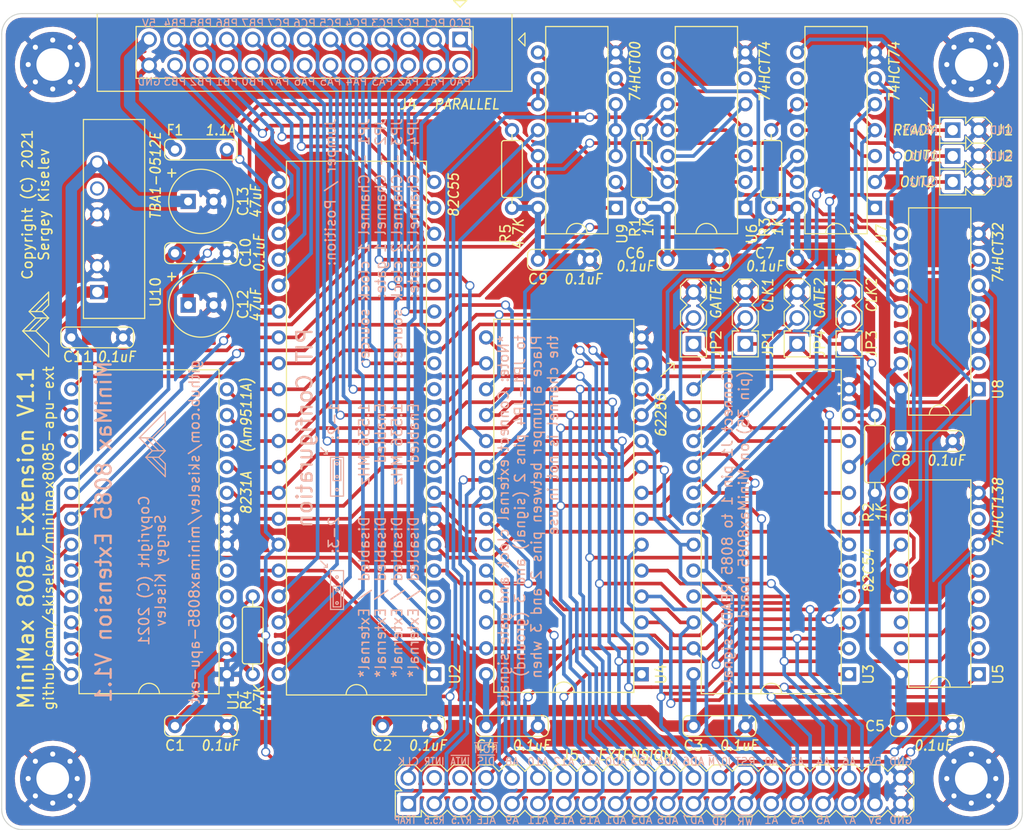
<source format=kicad_pcb>
(kicad_pcb (version 20171130) (host pcbnew "(5.1.8)-1")
  (layers (0 F.Cu signal) (31 B.Cu signal) (34 B.Paste user) (35 F.Paste user) (36 B.SilkS user) (37 F.SilkS user) (38 B.Mask user) (39 F.Mask user) (44 Edge.Cuts user))
  (net 0 "")
  (net 1 /3.072MHz)
  (net 2 /A0)
  (net 3 /A1)
  (net 4 /A10)
  (net 5 /A11)
  (net 6 /A12)
  (net 7 /A13)
  (net 8 /A14)
  (net 9 /A15)
  (net 10 /A2)
  (net 11 /A3)
  (net 12 /A4)
  (net 13 /A5)
  (net 14 /A6)
  (net 15 /A7)
  (net 16 /A8)
  (net 17 /A9)
  (net 18 /AD0)
  (net 19 /AD1)
  (net 20 /AD2)
  (net 21 /AD3)
  (net 22 /AD4)
  (net 23 /AD5)
  (net 24 /AD6)
  (net 25 /AD7)
  (net 26 /ALE)
  (net 27 /INTR)
  (net 28 /IO/~M)
  (net 29 /READY)
  (net 30 /RESET)
  (net 31 /RST5_5)
  (net 32 /RST7_5)
  (net 33 /TRAP)
  (net 34 /~INTA)
  (net 35 /~RAM_CS)
  (net 36 /~RD)
  (net 37 /~WR)
  (net 38 GND)
  (net 39 VCC)
  (net 40 +12V)
  (net 41 "Net-(F1-Pad1)")
  (net 42 "Net-(J2-Pad1)")
  (net 43 "Net-(J3-Pad1)")
  (net 44 /PC0)
  (net 45 /PA0)
  (net 46 /PC1)
  (net 47 /PA1)
  (net 48 /PC2)
  (net 49 /PA2)
  (net 50 /PC3)
  (net 51 /PA3)
  (net 52 /PC4)
  (net 53 /PA4)
  (net 54 /PC5)
  (net 55 /PA5)
  (net 56 /PC6)
  (net 57 /PA6)
  (net 58 /PC7)
  (net 59 /PA7)
  (net 60 /PB7)
  (net 61 /PB0)
  (net 62 /PB6)
  (net 63 /PB1)
  (net 64 /PB5)
  (net 65 /PB2)
  (net 66 /PB4)
  (net 67 /PB3)
  (net 68 /~ROM_DIS)
  (net 69 "Net-(JP1-Pad2)")
  (net 70 /PIT_CLK)
  (net 71 "Net-(JP2-Pad2)")
  (net 72 "Net-(JP2-Pad1)")
  (net 73 "Net-(JP3-Pad2)")
  (net 74 "Net-(JP4-Pad2)")
  (net 75 /FF1_PLUP)
  (net 76 /FF2_PLUP)
  (net 77 /~INT)
  (net 78 "Net-(U1-Pad4)")
  (net 79 "Net-(U1-Pad5)")
  (net 80 /~PAUSE)
  (net 81 /~FPU_CS)
  (net 82 /~PPI_CS)
  (net 83 /~PIT_CS)
  (net 84 "Net-(U5-Pad7)")
  (net 85 "Net-(U5-Pad9)")
  (net 86 /~CFG_CS)
  (net 87 "Net-(U5-Pad14)")
  (net 88 "Net-(U5-Pad15)")
  (net 89 "Net-(U6-Pad12)")
  (net 90 "Net-(U6-Pad9)")
  (net 91 "Net-(U6-Pad1)")
  (net 92 "Net-(U6-Pad6)")
  (net 93 "Net-(U7-Pad2)")
  (net 94 "Net-(U7-Pad9)")
  (net 95 /CFG_WR)
  (net 96 /~RESET)
  (net 97 "Net-(U8-Pad3)")
  (net 98 "Net-(U9-Pad3)")
  (net 99 "Net-(U10-Pad5)")
  (net 100 "Net-(U8-Pad8)")
  (net 101 "Net-(R4-Pad2)")
  (module My_Components:Conn_Pin_Header_13x2_2.54mm_Shrouded (layer F.Cu) (at 132.08 54.61 180)
    (fp_text reference J4 (at -10.16 -5.08) (layer F.SilkS))
    (fp_text value PARALLEL (at -15.875 -5.08) (layer F.SilkS) (effects (font (size 1 0.9) (thickness 0.15) italic)))
    (pad 26 thru_hole circle (at 15.24 -1.27 180) (size 1.524 1.524) (drill 1.016) (layers *.Cu *.Mask) (net 38 GND))
    (pad 25 thru_hole circle (at 15.24 1.27 180) (size 1.524 1.524) (drill 1.016) (layers *.Cu *.Mask) (net 41 "Net-(F1-Pad1)"))
    (pad 24 thru_hole circle (at 12.7 -1.27 180) (size 1.524 1.524) (drill 1.016) (layers *.Cu *.Mask) (net 67 /PB3))
    (pad 23 thru_hole circle (at 12.7 1.27 180) (size 1.524 1.524) (drill 1.016) (layers *.Cu *.Mask) (net 66 /PB4))
    (pad 22 thru_hole circle (at 10.16 -1.27 180) (size 1.524 1.524) (drill 1.016) (layers *.Cu *.Mask) (net 65 /PB2))
    (pad 21 thru_hole circle (at 10.16 1.27 180) (size 1.524 1.524) (drill 1.016) (layers *.Cu *.Mask) (net 64 /PB5))
    (pad 20 thru_hole circle (at 7.62 -1.27 180) (size 1.524 1.524) (drill 1.016) (layers *.Cu *.Mask) (net 63 /PB1))
    (pad 19 thru_hole circle (at 7.62 1.27 180) (size 1.524 1.524) (drill 1.016) (layers *.Cu *.Mask) (net 62 /PB6))
    (pad 18 thru_hole circle (at 5.08 -1.27 180) (size 1.524 1.524) (drill 1.016) (layers *.Cu *.Mask) (net 61 /PB0))
    (pad 17 thru_hole circle (at 5.08 1.27 180) (size 1.524 1.524) (drill 1.016) (layers *.Cu *.Mask) (net 60 /PB7))
    (pad 16 thru_hole circle (at 2.54 -1.27 180) (size 1.524 1.524) (drill 1.016) (layers *.Cu *.Mask) (net 59 /PA7))
    (pad 15 thru_hole circle (at 2.54 1.27 180) (size 1.524 1.524) (drill 1.016) (layers *.Cu *.Mask) (net 58 /PC7))
    (pad 14 thru_hole circle (at 0 -1.27 180) (size 1.524 1.524) (drill 1.016) (layers *.Cu *.Mask) (net 57 /PA6))
    (pad 13 thru_hole circle (at 0 1.27 180) (size 1.524 1.524) (drill 1.016) (layers *.Cu *.Mask) (net 56 /PC6))
    (pad 12 thru_hole circle (at -2.54 -1.27 180) (size 1.524 1.524) (drill 1.016) (layers *.Cu *.Mask) (net 55 /PA5))
    (pad 11 thru_hole circle (at -2.54 1.27 180) (size 1.524 1.524) (drill 1.016) (layers *.Cu *.Mask) (net 54 /PC5))
    (pad 10 thru_hole circle (at -5.08 -1.27 180) (size 1.524 1.524) (drill 1.016) (layers *.Cu *.Mask) (net 53 /PA4))
    (pad 9 thru_hole circle (at -5.08 1.27 180) (size 1.524 1.524) (drill 1.016) (layers *.Cu *.Mask) (net 52 /PC4))
    (pad 8 thru_hole circle (at -7.62 -1.27 180) (size 1.524 1.524) (drill 1.016) (layers *.Cu *.Mask) (net 51 /PA3))
    (pad 7 thru_hole circle (at -7.62 1.27 180) (size 1.524 1.524) (drill 1.016) (layers *.Cu *.Mask) (net 50 /PC3))
    (pad 6 thru_hole circle (at -10.16 -1.27 180) (size 1.524 1.524) (drill 1.016) (layers *.Cu *.Mask) (net 49 /PA2))
    (pad 5 thru_hole circle (at -10.16 1.27 180) (size 1.524 1.524) (drill 1.016) (layers *.Cu *.Mask) (net 48 /PC2))
    (pad 4 thru_hole circle (at -12.7 -1.27 180) (size 1.524 1.524) (drill 1.016) (layers *.Cu *.Mask) (net 47 /PA1))
    (pad 3 thru_hole circle (at -12.7 1.27 180) (size 1.524 1.524) (drill 1.016) (layers *.Cu *.Mask) (net 46 /PC1))
    (pad 2 thru_hole circle (at -15.24 -1.27 180) (size 1.524 1.524) (drill 1.016) (layers *.Cu *.Mask) (net 45 /PA0))
    (pad 1 thru_hole rect (at -15.24 1.27 180) (size 1.524 1.524) (drill 1.016) (layers *.Cu *.Mask) (net 44 /PC0))
  )
  (module My_Components:Cap_Elec_Radial_6.3mm (layer F.Cu) (at 121.92 69.215)
    (fp_text reference C13 (at 4.1275 0 90) (layer F.SilkS))
    (fp_text value 47uF (at 5.3975 0 90) (layer F.SilkS) (effects (font (size 1 0.9) (thickness 0.15) italic)))
    (fp_text user + (at -2.8575 -2.8575) (layer F.SilkS))
    (pad 2 thru_hole circle (at 1.25 0) (size 1.49098 1.49098) (drill 0.8001) (layers *.Cu *.Mask) (net 38 GND))
    (pad 1 thru_hole rect (at -1.25 0) (size 1.49098 1.49098) (drill 0.8001) (layers *.Cu *.Mask) (net 40 +12V))
  )
  (module My_Components:Conn_Pin_Header_2x1_2.54mm (layer F.Cu) (at 196.85 62.23)
    (fp_text reference J1 (at 3.81 0) (layer F.SilkS))
    (fp_text value READY (at -5.08 0) (layer F.SilkS) (effects (font (size 1 0.9) (thickness 0.15) italic)))
    (pad 2 thru_hole circle (at 1.27 0) (size 1.524 1.524) (drill 1.016) (layers *.Cu *.Mask) (net 38 GND))
    (pad 1 thru_hole rect (at -1.27 0) (size 1.524 1.524) (drill 1.016) (layers *.Cu *.Mask) (net 29 /READY))
  )
  (module My_Components:Conn_Pin_Header_2x1_2.54mm (layer F.Cu) (at 196.85 64.77)
    (fp_text reference J2 (at 3.81 0) (layer F.SilkS))
    (fp_text value OUT1 (at -4.445 0 180) (layer F.SilkS) (effects (font (size 1 0.9) (thickness 0.15) italic)))
    (pad 2 thru_hole circle (at 1.27 0) (size 1.524 1.524) (drill 1.016) (layers *.Cu *.Mask) (net 38 GND))
    (pad 1 thru_hole rect (at -1.27 0) (size 1.524 1.524) (drill 1.016) (layers *.Cu *.Mask) (net 42 "Net-(J2-Pad1)"))
  )
  (module My_Components:Conn_Pin_Header_2x1_2.54mm (layer F.Cu) (at 196.85 67.31)
    (fp_text reference J3 (at 3.81 0) (layer F.SilkS))
    (fp_text value OUT2 (at -4.7625 0) (layer F.SilkS) (effects (font (size 1 0.9) (thickness 0.15) italic)))
    (pad 2 thru_hole circle (at 1.27 0) (size 1.524 1.524) (drill 1.016) (layers *.Cu *.Mask) (net 38 GND))
    (pad 1 thru_hole rect (at -1.27 0) (size 1.524 1.524) (drill 1.016) (layers *.Cu *.Mask) (net 43 "Net-(J3-Pad1)"))
  )
  (module My_Components:Conn_Pin_Header_20x2_2.54mm (layer F.Cu) (at 166.37 127)
    (fp_text reference J5 (at -8.255 -3.4925) (layer F.SilkS))
    (fp_text value EXTENSION (at -1.905 -3.4925) (layer F.SilkS) (effects (font (size 1 0.9) (thickness 0.15) italic)))
    (pad 40 thru_hole circle (at 24.13 -1.27) (size 1.524 1.524) (drill 1.016) (layers *.Cu *.Mask) (net 38 GND))
    (pad 39 thru_hole circle (at 24.13 1.27) (size 1.524 1.524) (drill 1.016) (layers *.Cu *.Mask) (net 38 GND))
    (pad 38 thru_hole circle (at 21.59 -1.27) (size 1.524 1.524) (drill 1.016) (layers *.Cu *.Mask) (net 39 VCC))
    (pad 37 thru_hole circle (at 21.59 1.27) (size 1.524 1.524) (drill 1.016) (layers *.Cu *.Mask) (net 39 VCC))
    (pad 36 thru_hole circle (at 19.05 -1.27) (size 1.524 1.524) (drill 1.016) (layers *.Cu *.Mask) (net 14 /A6))
    (pad 35 thru_hole circle (at 19.05 1.27) (size 1.524 1.524) (drill 1.016) (layers *.Cu *.Mask) (net 15 /A7))
    (pad 34 thru_hole circle (at 16.51 -1.27) (size 1.524 1.524) (drill 1.016) (layers *.Cu *.Mask) (net 12 /A4))
    (pad 33 thru_hole circle (at 16.51 1.27) (size 1.524 1.524) (drill 1.016) (layers *.Cu *.Mask) (net 13 /A5))
    (pad 32 thru_hole circle (at 13.97 -1.27) (size 1.524 1.524) (drill 1.016) (layers *.Cu *.Mask) (net 10 /A2))
    (pad 31 thru_hole circle (at 13.97 1.27) (size 1.524 1.524) (drill 1.016) (layers *.Cu *.Mask) (net 11 /A3))
    (pad 29 thru_hole circle (at 11.43 1.27) (size 1.524 1.524) (drill 1.016) (layers *.Cu *.Mask) (net 3 /A1))
    (pad 30 thru_hole circle (at 11.43 -1.27) (size 1.524 1.524) (drill 1.016) (layers *.Cu *.Mask) (net 2 /A0))
    (pad 27 thru_hole circle (at 8.89 1.27) (size 1.524 1.524) (drill 1.016) (layers *.Cu *.Mask) (net 37 /~WR))
    (pad 28 thru_hole circle (at 8.89 -1.27) (size 1.524 1.524) (drill 1.016) (layers *.Cu *.Mask) (net 30 /RESET))
    (pad 26 thru_hole circle (at 6.35 -1.27) (size 1.524 1.524) (drill 1.016) (layers *.Cu *.Mask) (net 28 /IO/~M))
    (pad 25 thru_hole circle (at 6.35 1.27) (size 1.524 1.524) (drill 1.016) (layers *.Cu *.Mask) (net 36 /~RD))
    (pad 24 thru_hole circle (at 3.81 -1.27) (size 1.524 1.524) (drill 1.016) (layers *.Cu *.Mask) (net 24 /AD6))
    (pad 23 thru_hole circle (at 3.81 1.27) (size 1.524 1.524) (drill 1.016) (layers *.Cu *.Mask) (net 25 /AD7))
    (pad 22 thru_hole circle (at 1.27 -1.27) (size 1.524 1.524) (drill 1.016) (layers *.Cu *.Mask) (net 22 /AD4))
    (pad 21 thru_hole circle (at 1.27 1.27) (size 1.524 1.524) (drill 1.016) (layers *.Cu *.Mask) (net 23 /AD5))
    (pad 20 thru_hole circle (at -1.27 -1.27) (size 1.524 1.524) (drill 1.016) (layers *.Cu *.Mask) (net 20 /AD2))
    (pad 19 thru_hole circle (at -1.27 1.27) (size 1.524 1.524) (drill 1.016) (layers *.Cu *.Mask) (net 21 /AD3))
    (pad 18 thru_hole circle (at -3.81 -1.27) (size 1.524 1.524) (drill 1.016) (layers *.Cu *.Mask) (net 18 /AD0))
    (pad 17 thru_hole circle (at -3.81 1.27) (size 1.524 1.524) (drill 1.016) (layers *.Cu *.Mask) (net 19 /AD1))
    (pad 16 thru_hole circle (at -6.35 -1.27) (size 1.524 1.524) (drill 1.016) (layers *.Cu *.Mask) (net 8 /A14))
    (pad 15 thru_hole circle (at -6.35 1.27) (size 1.524 1.524) (drill 1.016) (layers *.Cu *.Mask) (net 9 /A15))
    (pad 14 thru_hole circle (at -8.89 -1.27) (size 1.524 1.524) (drill 1.016) (layers *.Cu *.Mask) (net 6 /A12))
    (pad 13 thru_hole circle (at -8.89 1.27) (size 1.524 1.524) (drill 1.016) (layers *.Cu *.Mask) (net 7 /A13))
    (pad 12 thru_hole circle (at -11.43 -1.27) (size 1.524 1.524) (drill 1.016) (layers *.Cu *.Mask) (net 4 /A10))
    (pad 11 thru_hole circle (at -11.43 1.27) (size 1.524 1.524) (drill 1.016) (layers *.Cu *.Mask) (net 5 /A11))
    (pad 10 thru_hole circle (at -13.97 -1.27) (size 1.524 1.524) (drill 1.016) (layers *.Cu *.Mask) (net 16 /A8))
    (pad 9 thru_hole circle (at -13.97 1.27) (size 1.524 1.524) (drill 1.016) (layers *.Cu *.Mask) (net 17 /A9))
    (pad 8 thru_hole circle (at -16.51 -1.27) (size 1.524 1.524) (drill 1.016) (layers *.Cu *.Mask) (net 68 /~ROM_DIS))
    (pad 7 thru_hole circle (at -16.51 1.27) (size 1.524 1.524) (drill 1.016) (layers *.Cu *.Mask) (net 26 /ALE))
    (pad 6 thru_hole circle (at -19.05 -1.27) (size 1.524 1.524) (drill 1.016) (layers *.Cu *.Mask) (net 34 /~INTA))
    (pad 5 thru_hole circle (at -19.05 1.27) (size 1.524 1.524) (drill 1.016) (layers *.Cu *.Mask) (net 32 /RST7_5))
    (pad 4 thru_hole circle (at -21.59 -1.27) (size 1.524 1.524) (drill 1.016) (layers *.Cu *.Mask) (net 27 /INTR))
    (pad 3 thru_hole circle (at -21.59 1.27) (size 1.524 1.524) (drill 1.016) (layers *.Cu *.Mask) (net 31 /RST5_5))
    (pad 2 thru_hole circle (at -24.13 -1.27) (size 1.524 1.524) (drill 1.016) (layers *.Cu *.Mask) (net 1 /3.072MHz))
    (pad 1 thru_hole rect (at -24.13 1.27) (size 1.524 1.524) (drill 1.016) (layers *.Cu *.Mask) (net 33 /TRAP))
  )
  (module My_Components:Conn_Pin_Header_3x1_2.54mm (layer F.Cu) (at 175.26 80.645 90)
    (fp_text reference JP1 (at -2.54 2.2225 90) (layer F.SilkS))
    (fp_text value CLK1 (at 2.2225 2.2225 90) (layer F.SilkS) (effects (font (size 1 0.9) (thickness 0.15) italic)))
    (pad 3 thru_hole circle (at 2.54 0 90) (size 1.524 1.524) (drill 1.016) (layers *.Cu *.Mask) (net 38 GND))
    (pad 2 thru_hole circle (at 0 0 90) (size 1.524 1.524) (drill 1.016) (layers *.Cu *.Mask) (net 69 "Net-(JP1-Pad2)"))
    (pad 1 thru_hole rect (at -2.54 0 90) (size 1.524 1.524) (drill 1.016) (layers *.Cu *.Mask) (net 70 /PIT_CLK))
  )
  (module My_Components:Conn_Pin_Header_3x1_2.54mm (layer F.Cu) (at 170.18 80.645 90)
    (fp_text reference JP2 (at -2.54 2.2225 90) (layer F.SilkS))
    (fp_text value GATE2 (at 1.905 2.2225 90) (layer F.SilkS) (effects (font (size 1 0.9) (thickness 0.15) italic)))
    (pad 3 thru_hole circle (at 2.54 0 90) (size 1.524 1.524) (drill 1.016) (layers *.Cu *.Mask) (net 38 GND))
    (pad 2 thru_hole circle (at 0 0 90) (size 1.524 1.524) (drill 1.016) (layers *.Cu *.Mask) (net 71 "Net-(JP2-Pad2)"))
    (pad 1 thru_hole rect (at -2.54 0 90) (size 1.524 1.524) (drill 1.016) (layers *.Cu *.Mask) (net 72 "Net-(JP2-Pad1)"))
  )
  (module My_Components:Conn_Pin_Header_3x1_2.54mm (layer F.Cu) (at 185.42 80.645 90)
    (fp_text reference JP3 (at -2.54 2.2225 270) (layer F.SilkS))
    (fp_text value CLK2 (at 2.2225 2.2225 270) (layer F.SilkS) (effects (font (size 1 0.9) (thickness 0.15) italic)))
    (pad 3 thru_hole circle (at 2.54 0 90) (size 1.524 1.524) (drill 1.016) (layers *.Cu *.Mask) (net 38 GND))
    (pad 2 thru_hole circle (at 0 0 90) (size 1.524 1.524) (drill 1.016) (layers *.Cu *.Mask) (net 73 "Net-(JP3-Pad2)"))
    (pad 1 thru_hole rect (at -2.54 0 90) (size 1.524 1.524) (drill 1.016) (layers *.Cu *.Mask) (net 70 /PIT_CLK))
  )
  (module My_Components:Conn_Pin_Header_3x1_2.54mm (layer F.Cu) (at 180.34 80.645 90)
    (fp_text reference JP4 (at -2.54 2.2225 90) (layer F.SilkS))
    (fp_text value GATE2 (at 1.905 2.2225 90) (layer F.SilkS) (effects (font (size 1 0.9) (thickness 0.15) italic)))
    (pad 3 thru_hole circle (at 2.54 0 90) (size 1.524 1.524) (drill 1.016) (layers *.Cu *.Mask) (net 38 GND))
    (pad 2 thru_hole circle (at 0 0 90) (size 1.524 1.524) (drill 1.016) (layers *.Cu *.Mask) (net 74 "Net-(JP4-Pad2)"))
    (pad 1 thru_hole rect (at -2.54 0 90) (size 1.524 1.524) (drill 1.016) (layers *.Cu *.Mask) (net 72 "Net-(JP2-Pad1)"))
  )
  (module My_Components:Res_762 (layer F.Cu) (at 165.1 66.04 90)
    (fp_text reference R1 (at -5.715 -0.635 90) (layer F.SilkS))
    (fp_text value 1K (at -5.715 0.635 90) (layer F.SilkS) (effects (font (size 1 0.9) (thickness 0.15) italic)))
    (pad 2 thru_hole circle (at 3.81 0 90) (size 1.397 1.397) (drill 0.8128) (layers *.Cu *.Mask) (net 75 /FF1_PLUP))
    (pad 1 thru_hole circle (at -3.81 0 90) (size 1.397 1.397) (drill 0.8128) (layers *.Cu *.Mask) (net 39 VCC))
  )
  (module My_Components:Res_762 (layer F.Cu) (at 187.96 93.98 90)
    (fp_text reference R2 (at -5.715 -0.635 90) (layer F.SilkS))
    (fp_text value 1K (at -5.715 0.635 90) (layer F.SilkS) (effects (font (size 1 0.9) (thickness 0.15) italic)))
    (pad 2 thru_hole circle (at 3.81 0 90) (size 1.397 1.397) (drill 0.8128) (layers *.Cu *.Mask) (net 72 "Net-(JP2-Pad1)"))
    (pad 1 thru_hole circle (at -3.81 0 90) (size 1.397 1.397) (drill 0.8128) (layers *.Cu *.Mask) (net 39 VCC))
  )
  (module My_Components:Res_762 (layer F.Cu) (at 177.8 66.04 90)
    (fp_text reference R3 (at -5.715 -0.635 90) (layer F.SilkS))
    (fp_text value 1K (at -5.715 0.635 90) (layer F.SilkS) (effects (font (size 1 0.9) (thickness 0.15) italic)))
    (pad 2 thru_hole circle (at 3.81 0 90) (size 1.397 1.397) (drill 0.8128) (layers *.Cu *.Mask) (net 76 /FF2_PLUP))
    (pad 1 thru_hole circle (at -3.81 0 90) (size 1.397 1.397) (drill 0.8128) (layers *.Cu *.Mask) (net 39 VCC))
  )
  (module My_Components:Res_762 (layer F.Cu) (at 152.4 66.04 90)
    (fp_text reference R5 (at -6.35 -0.635 90) (layer F.SilkS))
    (fp_text value 4.7K (at -6.35 0.635 90) (layer F.SilkS) (effects (font (size 1 0.9) (thickness 0.15) italic)))
    (pad 2 thru_hole circle (at 3.81 0 90) (size 1.397 1.397) (drill 0.8128) (layers *.Cu *.Mask) (net 77 /~INT))
    (pad 1 thru_hole circle (at -3.81 0 90) (size 1.397 1.397) (drill 0.8128) (layers *.Cu *.Mask) (net 39 VCC))
  )
  (module My_Components:Cap_Cer_508 (layer F.Cu) (at 121.92 120.65)
    (fp_text reference C1 (at -2.54 1.905) (layer F.SilkS))
    (fp_text value 0.1uF (at 1.905 1.905) (layer F.SilkS) (effects (font (size 1 0.9) (thickness 0.15) italic)))
    (pad 2 thru_hole circle (at 2.54 0) (size 1.397 1.397) (drill 0.8128) (layers *.Cu *.Mask) (net 38 GND))
    (pad 1 thru_hole circle (at -2.54 0) (size 1.397 1.397) (drill 0.8128) (layers *.Cu *.Mask) (net 39 VCC))
  )
  (module My_Components:Cap_Cer_508 (layer F.Cu) (at 142.24 120.65)
    (fp_text reference C2 (at -2.54 1.905) (layer F.SilkS))
    (fp_text value 0.1uF (at 1.905 1.905) (layer F.SilkS) (effects (font (size 1 0.9) (thickness 0.15) italic)))
    (pad 2 thru_hole circle (at 2.54 0) (size 1.397 1.397) (drill 0.8128) (layers *.Cu *.Mask) (net 38 GND))
    (pad 1 thru_hole circle (at -2.54 0) (size 1.397 1.397) (drill 0.8128) (layers *.Cu *.Mask) (net 39 VCC))
  )
  (module My_Components:Cap_Cer_508 (layer F.Cu) (at 172.72 120.65)
    (fp_text reference C3 (at -2.54 1.905) (layer F.SilkS))
    (fp_text value 0.1uF (at 1.905 1.905) (layer F.SilkS) (effects (font (size 1 0.9) (thickness 0.15) italic)))
    (pad 2 thru_hole circle (at 2.54 0) (size 1.397 1.397) (drill 0.8128) (layers *.Cu *.Mask) (net 38 GND))
    (pad 1 thru_hole circle (at -2.54 0) (size 1.397 1.397) (drill 0.8128) (layers *.Cu *.Mask) (net 39 VCC))
  )
  (module My_Components:Cap_Cer_508 (layer F.Cu) (at 152.4 120.65)
    (fp_text reference C4 (at -2.54 1.905) (layer F.SilkS))
    (fp_text value 0.1uF (at 1.905 1.905) (layer F.SilkS) (effects (font (size 1 0.9) (thickness 0.15) italic)))
    (pad 2 thru_hole circle (at 2.54 0) (size 1.397 1.397) (drill 0.8128) (layers *.Cu *.Mask) (net 38 GND))
    (pad 1 thru_hole circle (at -2.54 0) (size 1.397 1.397) (drill 0.8128) (layers *.Cu *.Mask) (net 39 VCC))
  )
  (module My_Components:Cap_Cer_508 (layer F.Cu) (at 170.18 74.93)
    (fp_text reference C6 (at -5.715 -0.635 180) (layer F.SilkS))
    (fp_text value 0.1uF (at -5.715 0.635 180) (layer F.SilkS) (effects (font (size 1 0.9) (thickness 0.15) italic)))
    (pad 2 thru_hole circle (at 2.54 0) (size 1.397 1.397) (drill 0.8128) (layers *.Cu *.Mask) (net 38 GND))
    (pad 1 thru_hole circle (at -2.54 0) (size 1.397 1.397) (drill 0.8128) (layers *.Cu *.Mask) (net 39 VCC))
  )
  (module My_Components:Cap_Cer_508 (layer F.Cu) (at 182.88 74.93)
    (fp_text reference C7 (at -5.715 -0.635 180) (layer F.SilkS))
    (fp_text value 0.1uF (at -5.715 0.635 180) (layer F.SilkS) (effects (font (size 1 0.9) (thickness 0.15) italic)))
    (pad 2 thru_hole circle (at 2.54 0) (size 1.397 1.397) (drill 0.8128) (layers *.Cu *.Mask) (net 38 GND))
    (pad 1 thru_hole circle (at -2.54 0) (size 1.397 1.397) (drill 0.8128) (layers *.Cu *.Mask) (net 39 VCC))
  )
  (module My_Components:Cap_Cer_508 (layer F.Cu) (at 193.04 92.71)
    (fp_text reference C8 (at -2.54 1.905) (layer F.SilkS))
    (fp_text value 0.1uF (at 1.905 1.905) (layer F.SilkS) (effects (font (size 1 0.9) (thickness 0.15) italic)))
    (pad 2 thru_hole circle (at 2.54 0) (size 1.397 1.397) (drill 0.8128) (layers *.Cu *.Mask) (net 38 GND))
    (pad 1 thru_hole circle (at -2.54 0) (size 1.397 1.397) (drill 0.8128) (layers *.Cu *.Mask) (net 39 VCC))
  )
  (module My_Components:Cap_Cer_508 (layer F.Cu) (at 157.48 74.93)
    (fp_text reference C9 (at -2.54 1.905) (layer F.SilkS))
    (fp_text value 0.1uF (at 1.905 1.905) (layer F.SilkS) (effects (font (size 1 0.9) (thickness 0.15) italic)))
    (pad 2 thru_hole circle (at 2.54 0) (size 1.397 1.397) (drill 0.8128) (layers *.Cu *.Mask) (net 38 GND))
    (pad 1 thru_hole circle (at -2.54 0) (size 1.397 1.397) (drill 0.8128) (layers *.Cu *.Mask) (net 39 VCC))
  )
  (module My_Components:Cap_Cer_508 (layer F.Cu) (at 121.92 74.295)
    (fp_text reference C10 (at 4.3815 -0.0635 90) (layer F.SilkS))
    (fp_text value 0.1uF (at 5.715 0 90) (layer F.SilkS) (effects (font (size 1 0.9) (thickness 0.15) italic)))
    (pad 2 thru_hole circle (at 2.54 0) (size 1.397 1.397) (drill 0.8128) (layers *.Cu *.Mask) (net 38 GND))
    (pad 1 thru_hole circle (at -2.54 0) (size 1.397 1.397) (drill 0.8128) (layers *.Cu *.Mask) (net 39 VCC))
  )
  (module My_Components:Cap_Cer_508 (layer F.Cu) (at 111.76 82.55)
    (fp_text reference C11 (at -1.905 1.905) (layer F.SilkS))
    (fp_text value 0.1uF (at 1.905 1.905) (layer F.SilkS) (effects (font (size 1 0.9) (thickness 0.15) italic)))
    (pad 2 thru_hole circle (at 2.54 0) (size 1.397 1.397) (drill 0.8128) (layers *.Cu *.Mask) (net 38 GND))
    (pad 1 thru_hole circle (at -2.54 0) (size 1.397 1.397) (drill 0.8128) (layers *.Cu *.Mask) (net 40 +12V))
  )
  (module My_Components:Cap_Elec_Radial_6.3mm (layer F.Cu) (at 121.92 79.375)
    (fp_text reference C12 (at 4.1275 -0.0635 90) (layer F.SilkS))
    (fp_text value 47uF (at 5.3975 0 90) (layer F.SilkS) (effects (font (size 1 0.9) (thickness 0.15) italic)))
    (fp_text user + (at -2.8575 -2.8575) (layer F.SilkS))
    (pad 2 thru_hole circle (at 1.25 0) (size 1.49098 1.49098) (drill 0.8001) (layers *.Cu *.Mask) (net 38 GND))
    (pad 1 thru_hole rect (at -1.25 0) (size 1.49098 1.49098) (drill 0.8001) (layers *.Cu *.Mask) (net 39 VCC))
  )
  (module My_Components:Cap_Cer_508 (layer F.Cu) (at 193.04 120.65)
    (fp_text reference C5 (at -5.08 0) (layer F.SilkS))
    (fp_text value 0.1uF (at 0.635 1.905) (layer F.SilkS) (effects (font (size 1 0.9) (thickness 0.15) italic)))
    (pad 2 thru_hole circle (at 2.54 0) (size 1.397 1.397) (drill 0.8128) (layers *.Cu *.Mask) (net 38 GND))
    (pad 1 thru_hole circle (at -2.54 0) (size 1.397 1.397) (drill 0.8128) (layers *.Cu *.Mask) (net 39 VCC))
  )
  (module My_Components:Cap_Cer_508 (layer F.Cu) (at 121.92 64.135)
    (fp_text reference F1 (at -2.54 -1.905) (layer F.SilkS) (effects (font (size 1 0.9))))
    (fp_text value 1.1A (at 1.905 -1.905) (layer F.SilkS) (effects (font (size 1 0.9) (thickness 0.15) italic)))
    (pad 2 thru_hole circle (at 2.54 0) (size 1.397 1.397) (drill 0.8128) (layers *.Cu *.Mask) (net 39 VCC))
    (pad 1 thru_hole circle (at -2.54 0) (size 1.397 1.397) (drill 0.8128) (layers *.Cu *.Mask) (net 41 "Net-(F1-Pad1)"))
  )
  (module My_Components:Res_762 (layer F.Cu) (at 127 111.76 90)
    (fp_text reference R4 (at -6.35 -0.635 90) (layer F.SilkS))
    (fp_text value 4.7K (at -6.35 0.635 90) (layer F.SilkS) (effects (font (size 1 0.9) (thickness 0.15) italic)))
    (pad 2 thru_hole circle (at 3.81 0 90) (size 1.397 1.397) (drill 0.8128) (layers *.Cu *.Mask) (net 101 "Net-(R4-Pad2)"))
    (pad 1 thru_hole circle (at -3.81 0 90) (size 1.397 1.397) (drill 0.8128) (layers *.Cu *.Mask) (net 39 VCC))
  )
  (module My_Components:DC-DC_SIP7 (layer F.Cu) (at 111.76 70.485 90)
    (fp_text reference U10 (at -7.62 5.715 270) (layer F.SilkS))
    (fp_text value TBA1-0512E (at 3.81 5.715 90) (layer F.SilkS) (effects (font (size 1 0.9) (thickness 0.15) italic)))
    (pad 6 thru_hole circle (at 5.08 0 90) (size 1.4 1.4) (drill 1) (layers *.Cu *.Mask) (net 40 +12V))
    (pad 5 thru_hole circle (at 2.54 0 90) (size 1.4 1.4) (drill 1) (layers *.Cu *.Mask) (net 99 "Net-(U10-Pad5)"))
    (pad 4 thru_hole circle (at 0 0 90) (size 1.4 1.4) (drill 1) (layers *.Cu *.Mask) (net 38 GND))
    (pad 2 thru_hole circle (at -5.08 0 90) (size 1.4 1.4) (drill 1) (layers *.Cu *.Mask) (net 38 GND))
    (pad 1 thru_hole rect (at -7.62 0 90) (size 1.4 1.4) (drill 1) (layers *.Cu *.Mask) (net 39 VCC))
  )
  (module MountingHole:MountingHole_3.2mm_M3_Pad_Via (layer F.Cu) (at 197.4 125.8 180)
    (fp_text reference HOLE1 hide)
    (fp_text value M3)
    (pad 1 thru_hole circle (at 1.697056 -1.697056 180) (size 0.8 0.8) (drill 0.5) (layers *.Cu *.Mask) (net 38 GND))
    (pad 1 thru_hole circle (at 0 -2.4 180) (size 0.8 0.8) (drill 0.5) (layers *.Cu *.Mask) (net 38 GND))
    (pad 1 thru_hole circle (at -1.697056 -1.697056 180) (size 0.8 0.8) (drill 0.5) (layers *.Cu *.Mask) (net 38 GND))
    (pad 1 thru_hole circle (at -2.4 0 180) (size 0.8 0.8) (drill 0.5) (layers *.Cu *.Mask) (net 38 GND))
    (pad 1 thru_hole circle (at -1.697056 1.697056 180) (size 0.8 0.8) (drill 0.5) (layers *.Cu *.Mask) (net 38 GND))
    (pad 1 thru_hole circle (at 0 2.4 180) (size 0.8 0.8) (drill 0.5) (layers *.Cu *.Mask) (net 38 GND))
    (pad 1 thru_hole circle (at 1.697056 1.697056 180) (size 0.8 0.8) (drill 0.5) (layers *.Cu *.Mask) (net 38 GND))
    (pad 1 thru_hole circle (at 2.4 0 180) (size 0.8 0.8) (drill 0.5) (layers *.Cu *.Mask) (net 38 GND))
    (pad 1 thru_hole circle (at 0 0 180) (size 6.4 6.4) (drill 3.2) (layers *.Cu *.Mask) (net 38 GND))
  )
  (module MountingHole:MountingHole_3.2mm_M3_Pad_Via (layer F.Cu) (at 107.4 125.8 180)
    (fp_text reference HOLE2 hide)
    (fp_text value M3)
    (pad 1 thru_hole circle (at 1.697056 -1.697056 180) (size 0.8 0.8) (drill 0.5) (layers *.Cu *.Mask) (net 38 GND))
    (pad 1 thru_hole circle (at 0 -2.4 180) (size 0.8 0.8) (drill 0.5) (layers *.Cu *.Mask) (net 38 GND))
    (pad 1 thru_hole circle (at -1.697056 -1.697056 180) (size 0.8 0.8) (drill 0.5) (layers *.Cu *.Mask) (net 38 GND))
    (pad 1 thru_hole circle (at -2.4 0 180) (size 0.8 0.8) (drill 0.5) (layers *.Cu *.Mask) (net 38 GND))
    (pad 1 thru_hole circle (at -1.697056 1.697056 180) (size 0.8 0.8) (drill 0.5) (layers *.Cu *.Mask) (net 38 GND))
    (pad 1 thru_hole circle (at 0 2.4 180) (size 0.8 0.8) (drill 0.5) (layers *.Cu *.Mask) (net 38 GND))
    (pad 1 thru_hole circle (at 1.697056 1.697056 180) (size 0.8 0.8) (drill 0.5) (layers *.Cu *.Mask) (net 38 GND))
    (pad 1 thru_hole circle (at 2.4 0 180) (size 0.8 0.8) (drill 0.5) (layers *.Cu *.Mask) (net 38 GND))
    (pad 1 thru_hole circle (at 0 0 180) (size 6.4 6.4) (drill 3.2) (layers *.Cu *.Mask) (net 38 GND))
  )
  (module MountingHole:MountingHole_3.2mm_M3_Pad_Via (layer F.Cu) (at 197.4 55.8 180)
    (fp_text reference HOLE3 hide)
    (fp_text value M3)
    (pad 1 thru_hole circle (at 1.697056 -1.697056 180) (size 0.8 0.8) (drill 0.5) (layers *.Cu *.Mask) (net 38 GND))
    (pad 1 thru_hole circle (at 0 -2.4 180) (size 0.8 0.8) (drill 0.5) (layers *.Cu *.Mask) (net 38 GND))
    (pad 1 thru_hole circle (at -1.697056 -1.697056 180) (size 0.8 0.8) (drill 0.5) (layers *.Cu *.Mask) (net 38 GND))
    (pad 1 thru_hole circle (at -2.4 0 180) (size 0.8 0.8) (drill 0.5) (layers *.Cu *.Mask) (net 38 GND))
    (pad 1 thru_hole circle (at -1.697056 1.697056 180) (size 0.8 0.8) (drill 0.5) (layers *.Cu *.Mask) (net 38 GND))
    (pad 1 thru_hole circle (at 0 2.4 180) (size 0.8 0.8) (drill 0.5) (layers *.Cu *.Mask) (net 38 GND))
    (pad 1 thru_hole circle (at 1.697056 1.697056 180) (size 0.8 0.8) (drill 0.5) (layers *.Cu *.Mask) (net 38 GND))
    (pad 1 thru_hole circle (at 2.4 0 180) (size 0.8 0.8) (drill 0.5) (layers *.Cu *.Mask) (net 38 GND))
    (pad 1 thru_hole circle (at 0 0 180) (size 6.4 6.4) (drill 3.2) (layers *.Cu *.Mask) (net 38 GND))
  )
  (module MountingHole:MountingHole_3.2mm_M3_Pad_Via (layer F.Cu) (at 107.4 55.8 180)
    (fp_text reference HOLE4 hide)
    (fp_text value M3)
    (pad 1 thru_hole circle (at 1.697056 -1.697056 180) (size 0.8 0.8) (drill 0.5) (layers *.Cu *.Mask) (net 38 GND))
    (pad 1 thru_hole circle (at 0 -2.4 180) (size 0.8 0.8) (drill 0.5) (layers *.Cu *.Mask) (net 38 GND))
    (pad 1 thru_hole circle (at -1.697056 -1.697056 180) (size 0.8 0.8) (drill 0.5) (layers *.Cu *.Mask) (net 38 GND))
    (pad 1 thru_hole circle (at -2.4 0 180) (size 0.8 0.8) (drill 0.5) (layers *.Cu *.Mask) (net 38 GND))
    (pad 1 thru_hole circle (at -1.697056 1.697056 180) (size 0.8 0.8) (drill 0.5) (layers *.Cu *.Mask) (net 38 GND))
    (pad 1 thru_hole circle (at 0 2.4 180) (size 0.8 0.8) (drill 0.5) (layers *.Cu *.Mask) (net 38 GND))
    (pad 1 thru_hole circle (at 1.697056 1.697056 180) (size 0.8 0.8) (drill 0.5) (layers *.Cu *.Mask) (net 38 GND))
    (pad 1 thru_hole circle (at 2.4 0 180) (size 0.8 0.8) (drill 0.5) (layers *.Cu *.Mask) (net 38 GND))
    (pad 1 thru_hole circle (at 0 0 180) (size 6.4 6.4) (drill 3.2) (layers *.Cu *.Mask) (net 38 GND))
  )
  (module My_Components:IC_DIP24_600 (layer F.Cu) (at 116.84 101.6 90)
    (fp_text reference U1 (at -16.51 8.255 270) (layer F.SilkS))
    (fp_text value 8231A (at 3.81 9.525 270) (layer F.SilkS) (effects (font (size 1 0.9) (thickness 0.15) italic)))
    (pad 24 thru_hole circle (at -13.97 -7.62 90) (size 1.397 1.397) (drill 0.8128) (layers *.Cu *.Mask) (net 77 /~INT))
    (pad 23 thru_hole circle (at -11.43 -7.62 90) (size 1.397 1.397) (drill 0.8128) (layers *.Cu *.Mask) (net 1 /3.072MHz))
    (pad 22 thru_hole circle (at -8.89 -7.62 90) (size 1.397 1.397) (drill 0.8128) (layers *.Cu *.Mask) (net 30 /RESET))
    (pad 21 thru_hole circle (at -6.35 -7.62 90) (size 1.397 1.397) (drill 0.8128) (layers *.Cu *.Mask) (net 2 /A0))
    (pad 20 thru_hole circle (at -3.81 -7.62 90) (size 1.397 1.397) (drill 0.8128) (layers *.Cu *.Mask) (net 36 /~RD))
    (pad 19 thru_hole circle (at -1.27 -7.62 90) (size 1.397 1.397) (drill 0.8128) (layers *.Cu *.Mask) (net 37 /~WR))
    (pad 18 thru_hole circle (at 1.27 -7.62 90) (size 1.397 1.397) (drill 0.8128) (layers *.Cu *.Mask) (net 81 /~FPU_CS))
    (pad 17 thru_hole circle (at 3.81 -7.62 90) (size 1.397 1.397) (drill 0.8128) (layers *.Cu *.Mask) (net 80 /~PAUSE))
    (pad 16 thru_hole circle (at 6.35 -7.62 90) (size 1.397 1.397) (drill 0.8128) (layers *.Cu *.Mask) (net 40 +12V))
    (pad 15 thru_hole circle (at 8.89 -7.62 90) (size 1.397 1.397) (drill 0.8128) (layers *.Cu *.Mask) (net 25 /AD7))
    (pad 14 thru_hole circle (at 11.43 -7.62 90) (size 1.397 1.397) (drill 0.8128) (layers *.Cu *.Mask) (net 24 /AD6))
    (pad 13 thru_hole circle (at 13.97 -7.62 90) (size 1.397 1.397) (drill 0.8128) (layers *.Cu *.Mask) (net 23 /AD5))
    (pad 12 thru_hole circle (at 13.97 7.62 90) (size 1.397 1.397) (drill 0.8128) (layers *.Cu *.Mask) (net 22 /AD4))
    (pad 11 thru_hole circle (at 11.43 7.62 90) (size 1.397 1.397) (drill 0.8128) (layers *.Cu *.Mask) (net 21 /AD3))
    (pad 10 thru_hole circle (at 8.89 7.62 90) (size 1.397 1.397) (drill 0.8128) (layers *.Cu *.Mask) (net 20 /AD2))
    (pad 9 thru_hole circle (at 6.35 7.62 90) (size 1.397 1.397) (drill 0.8128) (layers *.Cu *.Mask) (net 19 /AD1))
    (pad 8 thru_hole circle (at 3.81 7.62 90) (size 1.397 1.397) (drill 0.8128) (layers *.Cu *.Mask) (net 18 /AD0))
    (pad 7 thru_hole circle (at 1.27 7.62 90) (size 1.397 1.397) (drill 0.8128) (layers *.Cu *.Mask) (net 38 GND))
    (pad 6 thru_hole circle (at -1.27 7.62 90) (size 1.397 1.397) (drill 0.8128) (layers *.Cu *.Mask) (net 38 GND))
    (pad 5 thru_hole circle (at -3.81 7.62 90) (size 1.397 1.397) (drill 0.8128) (layers *.Cu *.Mask) (net 79 "Net-(U1-Pad5)"))
    (pad 4 thru_hole circle (at -6.35 7.62 90) (size 1.397 1.397) (drill 0.8128) (layers *.Cu *.Mask) (net 78 "Net-(U1-Pad4)"))
    (pad 3 thru_hole circle (at -8.89 7.62 90) (size 1.397 1.397) (drill 0.8128) (layers *.Cu *.Mask) (net 101 "Net-(R4-Pad2)"))
    (pad 2 thru_hole circle (at -11.43 7.62 90) (size 1.397 1.397) (drill 0.8128) (layers *.Cu *.Mask) (net 39 VCC))
    (pad 1 thru_hole rect (at -13.97 7.62 90) (size 1.397 1.397) (drill 0.8128) (layers *.Cu *.Mask) (net 38 GND))
  )
  (module My_Components:IC_DIP40_600 (layer F.Cu) (at 137.16 91.44 90)
    (fp_text reference U2 (at -24.13 9.652 270) (layer F.SilkS))
    (fp_text value 82C55 (at 22.86 9.525 90) (layer F.SilkS) (effects (font (size 1 0.9) (thickness 0.15) italic)))
    (pad 40 thru_hole circle (at -24.13 -7.62 90) (size 1.397 1.397) (drill 0.8128) (layers *.Cu *.Mask) (net 53 /PA4))
    (pad 39 thru_hole circle (at -21.59 -7.62 90) (size 1.397 1.397) (drill 0.8128) (layers *.Cu *.Mask) (net 55 /PA5))
    (pad 38 thru_hole circle (at -19.05 -7.62 90) (size 1.397 1.397) (drill 0.8128) (layers *.Cu *.Mask) (net 57 /PA6))
    (pad 37 thru_hole circle (at -16.51 -7.62 90) (size 1.397 1.397) (drill 0.8128) (layers *.Cu *.Mask) (net 59 /PA7))
    (pad 36 thru_hole circle (at -13.97 -7.62 90) (size 1.397 1.397) (drill 0.8128) (layers *.Cu *.Mask) (net 37 /~WR))
    (pad 35 thru_hole circle (at -11.43 -7.62 90) (size 1.397 1.397) (drill 0.8128) (layers *.Cu *.Mask) (net 30 /RESET))
    (pad 34 thru_hole circle (at -8.89 -7.62 90) (size 1.397 1.397) (drill 0.8128) (layers *.Cu *.Mask) (net 18 /AD0))
    (pad 33 thru_hole circle (at -6.35 -7.62 90) (size 1.397 1.397) (drill 0.8128) (layers *.Cu *.Mask) (net 19 /AD1))
    (pad 32 thru_hole circle (at -3.81 -7.62 90) (size 1.397 1.397) (drill 0.8128) (layers *.Cu *.Mask) (net 20 /AD2))
    (pad 31 thru_hole circle (at -1.27 -7.62 90) (size 1.397 1.397) (drill 0.8128) (layers *.Cu *.Mask) (net 21 /AD3))
    (pad 30 thru_hole circle (at 1.27 -7.62 90) (size 1.397 1.397) (drill 0.8128) (layers *.Cu *.Mask) (net 22 /AD4))
    (pad 29 thru_hole circle (at 3.81 -7.62 90) (size 1.397 1.397) (drill 0.8128) (layers *.Cu *.Mask) (net 23 /AD5))
    (pad 28 thru_hole circle (at 6.35 -7.62 90) (size 1.397 1.397) (drill 0.8128) (layers *.Cu *.Mask) (net 24 /AD6))
    (pad 27 thru_hole circle (at 8.89 -7.62 90) (size 1.397 1.397) (drill 0.8128) (layers *.Cu *.Mask) (net 25 /AD7))
    (pad 26 thru_hole circle (at 11.43 -7.62 90) (size 1.397 1.397) (drill 0.8128) (layers *.Cu *.Mask) (net 39 VCC))
    (pad 25 thru_hole circle (at 13.97 -7.62 90) (size 1.397 1.397) (drill 0.8128) (layers *.Cu *.Mask) (net 60 /PB7))
    (pad 24 thru_hole circle (at 16.51 -7.62 90) (size 1.397 1.397) (drill 0.8128) (layers *.Cu *.Mask) (net 62 /PB6))
    (pad 23 thru_hole circle (at 19.05 -7.62 90) (size 1.397 1.397) (drill 0.8128) (layers *.Cu *.Mask) (net 64 /PB5))
    (pad 22 thru_hole circle (at 21.59 -7.62 90) (size 1.397 1.397) (drill 0.8128) (layers *.Cu *.Mask) (net 66 /PB4))
    (pad 21 thru_hole circle (at 24.13 -7.62 90) (size 1.397 1.397) (drill 0.8128) (layers *.Cu *.Mask) (net 67 /PB3))
    (pad 20 thru_hole circle (at 24.13 7.62 90) (size 1.397 1.397) (drill 0.8128) (layers *.Cu *.Mask) (net 65 /PB2))
    (pad 19 thru_hole circle (at 21.59 7.62 90) (size 1.397 1.397) (drill 0.8128) (layers *.Cu *.Mask) (net 63 /PB1))
    (pad 18 thru_hole circle (at 19.05 7.62 90) (size 1.397 1.397) (drill 0.8128) (layers *.Cu *.Mask) (net 61 /PB0))
    (pad 17 thru_hole circle (at 16.51 7.62 90) (size 1.397 1.397) (drill 0.8128) (layers *.Cu *.Mask) (net 50 /PC3))
    (pad 16 thru_hole circle (at 13.97 7.62 90) (size 1.397 1.397) (drill 0.8128) (layers *.Cu *.Mask) (net 48 /PC2))
    (pad 15 thru_hole circle (at 11.43 7.62 90) (size 1.397 1.397) (drill 0.8128) (layers *.Cu *.Mask) (net 46 /PC1))
    (pad 14 thru_hole circle (at 8.89 7.62 90) (size 1.397 1.397) (drill 0.8128) (layers *.Cu *.Mask) (net 44 /PC0))
    (pad 13 thru_hole circle (at 6.35 7.62 90) (size 1.397 1.397) (drill 0.8128) (layers *.Cu *.Mask) (net 52 /PC4))
    (pad 12 thru_hole circle (at 3.81 7.62 90) (size 1.397 1.397) (drill 0.8128) (layers *.Cu *.Mask) (net 54 /PC5))
    (pad 11 thru_hole circle (at 1.27 7.62 90) (size 1.397 1.397) (drill 0.8128) (layers *.Cu *.Mask) (net 56 /PC6))
    (pad 10 thru_hole circle (at -1.27 7.62 90) (size 1.397 1.397) (drill 0.8128) (layers *.Cu *.Mask) (net 58 /PC7))
    (pad 9 thru_hole circle (at -3.81 7.62 90) (size 1.397 1.397) (drill 0.8128) (layers *.Cu *.Mask) (net 2 /A0))
    (pad 8 thru_hole circle (at -6.35 7.62 90) (size 1.397 1.397) (drill 0.8128) (layers *.Cu *.Mask) (net 3 /A1))
    (pad 7 thru_hole circle (at -8.89 7.62 90) (size 1.397 1.397) (drill 0.8128) (layers *.Cu *.Mask) (net 38 GND))
    (pad 6 thru_hole circle (at -11.43 7.62 90) (size 1.397 1.397) (drill 0.8128) (layers *.Cu *.Mask) (net 82 /~PPI_CS))
    (pad 5 thru_hole circle (at -13.97 7.62 90) (size 1.397 1.397) (drill 0.8128) (layers *.Cu *.Mask) (net 36 /~RD))
    (pad 4 thru_hole circle (at -16.51 7.62 90) (size 1.397 1.397) (drill 0.8128) (layers *.Cu *.Mask) (net 45 /PA0))
    (pad 3 thru_hole circle (at -19.05 7.62 90) (size 1.397 1.397) (drill 0.8128) (layers *.Cu *.Mask) (net 47 /PA1))
    (pad 2 thru_hole circle (at -21.59 7.62 90) (size 1.397 1.397) (drill 0.8128) (layers *.Cu *.Mask) (net 49 /PA2))
    (pad 1 thru_hole rect (at -24.13 7.62 90) (size 1.397 1.397) (drill 0.8128) (layers *.Cu *.Mask) (net 51 /PA3))
  )
  (module My_Components:IC_DIP16_300 (layer F.Cu) (at 194.31 106.68 90)
    (fp_text reference U5 (at -8.89 5.715 90) (layer F.SilkS))
    (fp_text value 74HCT138 (at 6.985 5.715 90) (layer F.SilkS) (effects (font (size 1 0.9) (thickness 0.15) italic)))
    (pad 16 thru_hole circle (at -8.89 -3.81 90) (size 1.397 1.397) (drill 0.8128) (layers *.Cu *.Mask) (net 39 VCC))
    (pad 15 thru_hole circle (at -6.35 -3.81 90) (size 1.397 1.397) (drill 0.8128) (layers *.Cu *.Mask) (net 88 "Net-(U5-Pad15)"))
    (pad 14 thru_hole circle (at -3.81 -3.81 90) (size 1.397 1.397) (drill 0.8128) (layers *.Cu *.Mask) (net 87 "Net-(U5-Pad14)"))
    (pad 13 thru_hole circle (at -1.27 -3.81 90) (size 1.397 1.397) (drill 0.8128) (layers *.Cu *.Mask) (net 86 /~CFG_CS))
    (pad 12 thru_hole circle (at 1.27 -3.81 90) (size 1.397 1.397) (drill 0.8128) (layers *.Cu *.Mask) (net 82 /~PPI_CS))
    (pad 11 thru_hole circle (at 3.81 -3.81 90) (size 1.397 1.397) (drill 0.8128) (layers *.Cu *.Mask) (net 83 /~PIT_CS))
    (pad 10 thru_hole circle (at 6.35 -3.81 90) (size 1.397 1.397) (drill 0.8128) (layers *.Cu *.Mask) (net 81 /~FPU_CS))
    (pad 9 thru_hole circle (at 8.89 -3.81 90) (size 1.397 1.397) (drill 0.8128) (layers *.Cu *.Mask) (net 85 "Net-(U5-Pad9)"))
    (pad 8 thru_hole circle (at 8.89 3.81 90) (size 1.397 1.397) (drill 0.8128) (layers *.Cu *.Mask) (net 38 GND))
    (pad 7 thru_hole circle (at 6.35 3.81 90) (size 1.397 1.397) (drill 0.8128) (layers *.Cu *.Mask) (net 84 "Net-(U5-Pad7)"))
    (pad 6 thru_hole circle (at 3.81 3.81 90) (size 1.397 1.397) (drill 0.8128) (layers *.Cu *.Mask) (net 28 /IO/~M))
    (pad 5 thru_hole circle (at 1.27 3.81 90) (size 1.397 1.397) (drill 0.8128) (layers *.Cu *.Mask) (net 15 /A7))
    (pad 4 thru_hole circle (at -1.27 3.81 90) (size 1.397 1.397) (drill 0.8128) (layers *.Cu *.Mask) (net 14 /A6))
    (pad 3 thru_hole circle (at -3.81 3.81 90) (size 1.397 1.397) (drill 0.8128) (layers *.Cu *.Mask) (net 13 /A5))
    (pad 2 thru_hole circle (at -6.35 3.81 90) (size 1.397 1.397) (drill 0.8128) (layers *.Cu *.Mask) (net 12 /A4))
    (pad 1 thru_hole rect (at -8.89 3.81 90) (size 1.397 1.397) (drill 0.8128) (layers *.Cu *.Mask) (net 11 /A3))
  )
  (module My_Components:IC_DIP14_300 (layer F.Cu) (at 171.45 62.23 90)
    (fp_text reference U6 (at -10.16 4.445 90) (layer F.SilkS))
    (fp_text value 74HCT74 (at 5.715 5.715 90) (layer F.SilkS) (effects (font (size 1 0.9) (thickness 0.15) italic)))
    (pad 14 thru_hole circle (at -7.62 -3.81 90) (size 1.397 1.397) (drill 0.8128) (layers *.Cu *.Mask) (net 39 VCC))
    (pad 13 thru_hole circle (at -5.08 -3.81 90) (size 1.397 1.397) (drill 0.8128) (layers *.Cu *.Mask) (net 75 /FF1_PLUP))
    (pad 12 thru_hole circle (at -2.54 -3.81 90) (size 1.397 1.397) (drill 0.8128) (layers *.Cu *.Mask) (net 89 "Net-(U6-Pad12)"))
    (pad 11 thru_hole circle (at 0 -3.81 90) (size 1.397 1.397) (drill 0.8128) (layers *.Cu *.Mask) (net 1 /3.072MHz))
    (pad 10 thru_hole circle (at 2.54 -3.81 90) (size 1.397 1.397) (drill 0.8128) (layers *.Cu *.Mask) (net 75 /FF1_PLUP))
    (pad 9 thru_hole circle (at 5.08 -3.81 90) (size 1.397 1.397) (drill 0.8128) (layers *.Cu *.Mask) (net 90 "Net-(U6-Pad9)"))
    (pad 8 thru_hole circle (at 7.62 -3.81 90) (size 1.397 1.397) (drill 0.8128) (layers *.Cu *.Mask) (net 91 "Net-(U6-Pad1)"))
    (pad 7 thru_hole circle (at 7.62 3.81 90) (size 1.397 1.397) (drill 0.8128) (layers *.Cu *.Mask) (net 38 GND))
    (pad 6 thru_hole circle (at 5.08 3.81 90) (size 1.397 1.397) (drill 0.8128) (layers *.Cu *.Mask) (net 92 "Net-(U6-Pad6)"))
    (pad 5 thru_hole circle (at 2.54 3.81 90) (size 1.397 1.397) (drill 0.8128) (layers *.Cu *.Mask) (net 89 "Net-(U6-Pad12)"))
    (pad 4 thru_hole circle (at 0 3.81 90) (size 1.397 1.397) (drill 0.8128) (layers *.Cu *.Mask) (net 75 /FF1_PLUP))
    (pad 3 thru_hole circle (at -2.54 3.81 90) (size 1.397 1.397) (drill 0.8128) (layers *.Cu *.Mask) (net 26 /ALE))
    (pad 2 thru_hole circle (at -5.08 3.81 90) (size 1.397 1.397) (drill 0.8128) (layers *.Cu *.Mask) (net 75 /FF1_PLUP))
    (pad 1 thru_hole rect (at -7.62 3.81 90) (size 1.397 1.397) (drill 0.8128) (layers *.Cu *.Mask) (net 91 "Net-(U6-Pad1)"))
  )
  (module My_Components:IC_DIP14_300 (layer F.Cu) (at 184.15 62.23 90)
    (fp_text reference U7 (at -10.16 4.445 90) (layer F.SilkS))
    (fp_text value 74HCT74 (at 5.715 5.715 90) (layer F.SilkS) (effects (font (size 1 0.9) (thickness 0.15) italic)))
    (pad 14 thru_hole circle (at -7.62 -3.81 90) (size 1.397 1.397) (drill 0.8128) (layers *.Cu *.Mask) (net 39 VCC))
    (pad 13 thru_hole circle (at -5.08 -3.81 90) (size 1.397 1.397) (drill 0.8128) (layers *.Cu *.Mask) (net 96 /~RESET))
    (pad 12 thru_hole circle (at -2.54 -3.81 90) (size 1.397 1.397) (drill 0.8128) (layers *.Cu *.Mask) (net 18 /AD0))
    (pad 11 thru_hole circle (at 0 -3.81 90) (size 1.397 1.397) (drill 0.8128) (layers *.Cu *.Mask) (net 95 /CFG_WR))
    (pad 10 thru_hole circle (at 2.54 -3.81 90) (size 1.397 1.397) (drill 0.8128) (layers *.Cu *.Mask) (net 76 /FF2_PLUP))
    (pad 9 thru_hole circle (at 5.08 -3.81 90) (size 1.397 1.397) (drill 0.8128) (layers *.Cu *.Mask) (net 94 "Net-(U7-Pad9)"))
    (pad 8 thru_hole circle (at 7.62 -3.81 90) (size 1.397 1.397) (drill 0.8128) (layers *.Cu *.Mask) (net 68 /~ROM_DIS))
    (pad 7 thru_hole circle (at 7.62 3.81 90) (size 1.397 1.397) (drill 0.8128) (layers *.Cu *.Mask) (net 38 GND))
    (pad 6 thru_hole circle (at 5.08 3.81 90) (size 1.397 1.397) (drill 0.8128) (layers *.Cu *.Mask) (net 93 "Net-(U7-Pad2)"))
    (pad 5 thru_hole circle (at 2.54 3.81 90) (size 1.397 1.397) (drill 0.8128) (layers *.Cu *.Mask) (net 70 /PIT_CLK))
    (pad 4 thru_hole circle (at 0 3.81 90) (size 1.397 1.397) (drill 0.8128) (layers *.Cu *.Mask) (net 76 /FF2_PLUP))
    (pad 3 thru_hole circle (at -2.54 3.81 90) (size 1.397 1.397) (drill 0.8128) (layers *.Cu *.Mask) (net 1 /3.072MHz))
    (pad 2 thru_hole circle (at -5.08 3.81 90) (size 1.397 1.397) (drill 0.8128) (layers *.Cu *.Mask) (net 93 "Net-(U7-Pad2)"))
    (pad 1 thru_hole rect (at -7.62 3.81 90) (size 1.397 1.397) (drill 0.8128) (layers *.Cu *.Mask) (net 76 /FF2_PLUP))
  )
  (module My_Components:IC_DIP14_300 (layer F.Cu) (at 194.31 80.01 90)
    (fp_text reference U8 (at -7.62 5.715 90) (layer F.SilkS))
    (fp_text value 74HCT32 (at 5.715 5.715 90) (layer F.SilkS) (effects (font (size 1 0.9) (thickness 0.15) italic)))
    (pad 14 thru_hole circle (at -7.62 -3.81 90) (size 1.397 1.397) (drill 0.8128) (layers *.Cu *.Mask) (net 39 VCC))
    (pad 13 thru_hole circle (at -5.08 -3.81 90) (size 1.397 1.397) (drill 0.8128) (layers *.Cu *.Mask) (net 37 /~WR))
    (pad 12 thru_hole circle (at -2.54 -3.81 90) (size 1.397 1.397) (drill 0.8128) (layers *.Cu *.Mask) (net 86 /~CFG_CS))
    (pad 11 thru_hole circle (at 0 -3.81 90) (size 1.397 1.397) (drill 0.8128) (layers *.Cu *.Mask) (net 95 /CFG_WR))
    (pad 10 thru_hole circle (at 2.54 -3.81 90) (size 1.397 1.397) (drill 0.8128) (layers *.Cu *.Mask) (net 81 /~FPU_CS))
    (pad 9 thru_hole circle (at 5.08 -3.81 90) (size 1.397 1.397) (drill 0.8128) (layers *.Cu *.Mask) (net 91 "Net-(U6-Pad1)"))
    (pad 8 thru_hole circle (at 7.62 -3.81 90) (size 1.397 1.397) (drill 0.8128) (layers *.Cu *.Mask) (net 100 "Net-(U8-Pad8)"))
    (pad 7 thru_hole circle (at 7.62 3.81 90) (size 1.397 1.397) (drill 0.8128) (layers *.Cu *.Mask) (net 38 GND))
    (pad 6 thru_hole circle (at 5.08 3.81 90) (size 1.397 1.397) (drill 0.8128) (layers *.Cu *.Mask) (net 35 /~RAM_CS))
    (pad 5 thru_hole circle (at 2.54 3.81 90) (size 1.397 1.397) (drill 0.8128) (layers *.Cu *.Mask) (net 28 /IO/~M))
    (pad 4 thru_hole circle (at 0 3.81 90) (size 1.397 1.397) (drill 0.8128) (layers *.Cu *.Mask) (net 97 "Net-(U8-Pad3)"))
    (pad 3 thru_hole circle (at -2.54 3.81 90) (size 1.397 1.397) (drill 0.8128) (layers *.Cu *.Mask) (net 97 "Net-(U8-Pad3)"))
    (pad 2 thru_hole circle (at -5.08 3.81 90) (size 1.397 1.397) (drill 0.8128) (layers *.Cu *.Mask) (net 9 /A15))
    (pad 1 thru_hole rect (at -7.62 3.81 90) (size 1.397 1.397) (drill 0.8128) (layers *.Cu *.Mask) (net 68 /~ROM_DIS))
  )
  (module My_Components:IC_DIP14_300 (layer F.Cu) (at 158.75 62.23 90)
    (fp_text reference U9 (at -10.16 4.445 270) (layer F.SilkS))
    (fp_text value 74HCT00 (at 5.715 5.715 90) (layer F.SilkS) (effects (font (size 1 0.9) (thickness 0.15) italic)))
    (pad 14 thru_hole circle (at -7.62 -3.81 90) (size 1.397 1.397) (drill 0.8128) (layers *.Cu *.Mask) (net 39 VCC))
    (pad 13 thru_hole circle (at -5.08 -3.81 90) (size 1.397 1.397) (drill 0.8128) (layers *.Cu *.Mask) (net 77 /~INT))
    (pad 12 thru_hole circle (at -2.54 -3.81 90) (size 1.397 1.397) (drill 0.8128) (layers *.Cu *.Mask) (net 77 /~INT))
    (pad 11 thru_hole circle (at 0 -3.81 90) (size 1.397 1.397) (drill 0.8128) (layers *.Cu *.Mask) (net 33 /TRAP))
    (pad 10 thru_hole circle (at 2.54 -3.81 90) (size 1.397 1.397) (drill 0.8128) (layers *.Cu *.Mask) (net 30 /RESET))
    (pad 9 thru_hole circle (at 5.08 -3.81 90) (size 1.397 1.397) (drill 0.8128) (layers *.Cu *.Mask) (net 30 /RESET))
    (pad 8 thru_hole circle (at 7.62 -3.81 90) (size 1.397 1.397) (drill 0.8128) (layers *.Cu *.Mask) (net 96 /~RESET))
    (pad 7 thru_hole circle (at 7.62 3.81 90) (size 1.397 1.397) (drill 0.8128) (layers *.Cu *.Mask) (net 38 GND))
    (pad 6 thru_hole circle (at 5.08 3.81 90) (size 1.397 1.397) (drill 0.8128) (layers *.Cu *.Mask) (net 29 /READY))
    (pad 5 thru_hole circle (at 2.54 3.81 90) (size 1.397 1.397) (drill 0.8128) (layers *.Cu *.Mask) (net 98 "Net-(U9-Pad3)"))
    (pad 4 thru_hole circle (at 0 3.81 90) (size 1.397 1.397) (drill 0.8128) (layers *.Cu *.Mask) (net 98 "Net-(U9-Pad3)"))
    (pad 3 thru_hole circle (at -2.54 3.81 90) (size 1.397 1.397) (drill 0.8128) (layers *.Cu *.Mask) (net 98 "Net-(U9-Pad3)"))
    (pad 2 thru_hole circle (at -5.08 3.81 90) (size 1.397 1.397) (drill 0.8128) (layers *.Cu *.Mask) (net 100 "Net-(U8-Pad8)"))
    (pad 1 thru_hole rect (at -7.62 3.81 90) (size 1.397 1.397) (drill 0.8128) (layers *.Cu *.Mask) (net 80 /~PAUSE))
  )
  (module My_Components:IC_DIP24_600 (layer F.Cu) (at 177.8 101.6 90)
    (fp_text reference U3 (at -13.97 9.525 90) (layer F.SilkS))
    (fp_text value 82C54 (at -3.81 9.525 90) (layer F.SilkS) (effects (font (size 1 0.9) (thickness 0.15) italic)))
    (pad 24 thru_hole circle (at -13.97 -7.62 90) (size 1.397 1.397) (drill 0.8128) (layers *.Cu *.Mask) (net 39 VCC))
    (pad 23 thru_hole circle (at -11.43 -7.62 90) (size 1.397 1.397) (drill 0.8128) (layers *.Cu *.Mask) (net 37 /~WR))
    (pad 22 thru_hole circle (at -8.89 -7.62 90) (size 1.397 1.397) (drill 0.8128) (layers *.Cu *.Mask) (net 36 /~RD))
    (pad 21 thru_hole circle (at -6.35 -7.62 90) (size 1.397 1.397) (drill 0.8128) (layers *.Cu *.Mask) (net 83 /~PIT_CS))
    (pad 20 thru_hole circle (at -3.81 -7.62 90) (size 1.397 1.397) (drill 0.8128) (layers *.Cu *.Mask) (net 3 /A1))
    (pad 19 thru_hole circle (at -1.27 -7.62 90) (size 1.397 1.397) (drill 0.8128) (layers *.Cu *.Mask) (net 2 /A0))
    (pad 18 thru_hole circle (at 1.27 -7.62 90) (size 1.397 1.397) (drill 0.8128) (layers *.Cu *.Mask) (net 73 "Net-(JP3-Pad2)"))
    (pad 17 thru_hole circle (at 3.81 -7.62 90) (size 1.397 1.397) (drill 0.8128) (layers *.Cu *.Mask) (net 43 "Net-(J3-Pad1)"))
    (pad 16 thru_hole circle (at 6.35 -7.62 90) (size 1.397 1.397) (drill 0.8128) (layers *.Cu *.Mask) (net 74 "Net-(JP4-Pad2)"))
    (pad 15 thru_hole circle (at 8.89 -7.62 90) (size 1.397 1.397) (drill 0.8128) (layers *.Cu *.Mask) (net 69 "Net-(JP1-Pad2)"))
    (pad 14 thru_hole circle (at 11.43 -7.62 90) (size 1.397 1.397) (drill 0.8128) (layers *.Cu *.Mask) (net 71 "Net-(JP2-Pad2)"))
    (pad 13 thru_hole circle (at 13.97 -7.62 90) (size 1.397 1.397) (drill 0.8128) (layers *.Cu *.Mask) (net 42 "Net-(J2-Pad1)"))
    (pad 12 thru_hole circle (at 13.97 7.62 90) (size 1.397 1.397) (drill 0.8128) (layers *.Cu *.Mask) (net 38 GND))
    (pad 11 thru_hole circle (at 11.43 7.62 90) (size 1.397 1.397) (drill 0.8128) (layers *.Cu *.Mask) (net 72 "Net-(JP2-Pad1)"))
    (pad 10 thru_hole circle (at 8.89 7.62 90) (size 1.397 1.397) (drill 0.8128) (layers *.Cu *.Mask) (net 31 /RST5_5))
    (pad 9 thru_hole circle (at 6.35 7.62 90) (size 1.397 1.397) (drill 0.8128) (layers *.Cu *.Mask) (net 70 /PIT_CLK))
    (pad 8 thru_hole circle (at 3.81 7.62 90) (size 1.397 1.397) (drill 0.8128) (layers *.Cu *.Mask) (net 18 /AD0))
    (pad 7 thru_hole circle (at 1.27 7.62 90) (size 1.397 1.397) (drill 0.8128) (layers *.Cu *.Mask) (net 19 /AD1))
    (pad 6 thru_hole circle (at -1.27 7.62 90) (size 1.397 1.397) (drill 0.8128) (layers *.Cu *.Mask) (net 20 /AD2))
    (pad 5 thru_hole circle (at -3.81 7.62 90) (size 1.397 1.397) (drill 0.8128) (layers *.Cu *.Mask) (net 21 /AD3))
    (pad 4 thru_hole circle (at -6.35 7.62 90) (size 1.397 1.397) (drill 0.8128) (layers *.Cu *.Mask) (net 22 /AD4))
    (pad 3 thru_hole circle (at -8.89 7.62 90) (size 1.397 1.397) (drill 0.8128) (layers *.Cu *.Mask) (net 23 /AD5))
    (pad 2 thru_hole circle (at -11.43 7.62 90) (size 1.397 1.397) (drill 0.8128) (layers *.Cu *.Mask) (net 24 /AD6))
    (pad 1 thru_hole rect (at -13.97 7.62 90) (size 1.397 1.397) (drill 0.8128) (layers *.Cu *.Mask) (net 25 /AD7))
  )
  (module My_Components:IC_DIP28_600 (layer F.Cu) (at 157.48 99.06 90)
    (fp_text reference U4 (at -16.51 9.525 270) (layer F.SilkS))
    (fp_text value 62256 (at 8.89 9.525 90) (layer F.SilkS) (effects (font (size 1 0.9) (thickness 0.15) italic)))
    (pad 28 thru_hole circle (at -16.51 -7.62 90) (size 1.397 1.397) (drill 0.8128) (layers *.Cu *.Mask) (net 39 VCC))
    (pad 27 thru_hole circle (at -13.97 -7.62 90) (size 1.397 1.397) (drill 0.8128) (layers *.Cu *.Mask) (net 37 /~WR))
    (pad 26 thru_hole circle (at -11.43 -7.62 90) (size 1.397 1.397) (drill 0.8128) (layers *.Cu *.Mask) (net 7 /A13))
    (pad 25 thru_hole circle (at -8.89 -7.62 90) (size 1.397 1.397) (drill 0.8128) (layers *.Cu *.Mask) (net 16 /A8))
    (pad 24 thru_hole circle (at -6.35 -7.62 90) (size 1.397 1.397) (drill 0.8128) (layers *.Cu *.Mask) (net 17 /A9))
    (pad 23 thru_hole circle (at -3.81 -7.62 90) (size 1.397 1.397) (drill 0.8128) (layers *.Cu *.Mask) (net 5 /A11))
    (pad 22 thru_hole circle (at -1.27 -7.62 90) (size 1.397 1.397) (drill 0.8128) (layers *.Cu *.Mask) (net 36 /~RD))
    (pad 21 thru_hole circle (at 1.27 -7.62 90) (size 1.397 1.397) (drill 0.8128) (layers *.Cu *.Mask) (net 4 /A10))
    (pad 20 thru_hole circle (at 3.81 -7.62 90) (size 1.397 1.397) (drill 0.8128) (layers *.Cu *.Mask) (net 35 /~RAM_CS))
    (pad 19 thru_hole circle (at 6.35 -7.62 90) (size 1.397 1.397) (drill 0.8128) (layers *.Cu *.Mask) (net 25 /AD7))
    (pad 18 thru_hole circle (at 8.89 -7.62 90) (size 1.397 1.397) (drill 0.8128) (layers *.Cu *.Mask) (net 24 /AD6))
    (pad 17 thru_hole circle (at 11.43 -7.62 90) (size 1.397 1.397) (drill 0.8128) (layers *.Cu *.Mask) (net 23 /AD5))
    (pad 16 thru_hole circle (at 13.97 -7.62 90) (size 1.397 1.397) (drill 0.8128) (layers *.Cu *.Mask) (net 22 /AD4))
    (pad 15 thru_hole circle (at 16.51 -7.62 90) (size 1.397 1.397) (drill 0.8128) (layers *.Cu *.Mask) (net 21 /AD3))
    (pad 14 thru_hole circle (at 16.51 7.62 90) (size 1.397 1.397) (drill 0.8128) (layers *.Cu *.Mask) (net 38 GND))
    (pad 13 thru_hole circle (at 13.97 7.62 90) (size 1.397 1.397) (drill 0.8128) (layers *.Cu *.Mask) (net 20 /AD2))
    (pad 12 thru_hole circle (at 11.43 7.62 90) (size 1.397 1.397) (drill 0.8128) (layers *.Cu *.Mask) (net 19 /AD1))
    (pad 11 thru_hole circle (at 8.89 7.62 90) (size 1.397 1.397) (drill 0.8128) (layers *.Cu *.Mask) (net 18 /AD0))
    (pad 10 thru_hole circle (at 6.35 7.62 90) (size 1.397 1.397) (drill 0.8128) (layers *.Cu *.Mask) (net 2 /A0))
    (pad 9 thru_hole circle (at 3.81 7.62 90) (size 1.397 1.397) (drill 0.8128) (layers *.Cu *.Mask) (net 3 /A1))
    (pad 8 thru_hole circle (at 1.27 7.62 90) (size 1.397 1.397) (drill 0.8128) (layers *.Cu *.Mask) (net 10 /A2))
    (pad 7 thru_hole circle (at -1.27 7.62 90) (size 1.397 1.397) (drill 0.8128) (layers *.Cu *.Mask) (net 11 /A3))
    (pad 6 thru_hole circle (at -3.81 7.62 90) (size 1.397 1.397) (drill 0.8128) (layers *.Cu *.Mask) (net 12 /A4))
    (pad 5 thru_hole circle (at -6.35 7.62 90) (size 1.397 1.397) (drill 0.8128) (layers *.Cu *.Mask) (net 13 /A5))
    (pad 4 thru_hole circle (at -8.89 7.62 90) (size 1.397 1.397) (drill 0.8128) (layers *.Cu *.Mask) (net 14 /A6))
    (pad 3 thru_hole circle (at -11.43 7.62 90) (size 1.397 1.397) (drill 0.8128) (layers *.Cu *.Mask) (net 15 /A7))
    (pad 2 thru_hole circle (at -13.97 7.62 90) (size 1.397 1.397) (drill 0.8128) (layers *.Cu *.Mask) (net 6 /A12))
    (pad 1 thru_hole rect (at -16.51 7.62 90) (size 1.397 1.397) (drill 0.8128) (layers *.Cu *.Mask) (net 8 /A14))
  )
  (gr_text github.com/skiselev/minimax8085-apu-ext (at 106.9975 102.235 90) (layer F.SilkS) (effects (font (size 1 1))))
  (gr_text github.com/skiselev/minimax8085-apu-ext (at 121.285 101.6 90) (layer B.SilkS) (effects (font (size 1 1)) (justify mirror)))
  (gr_text "*Note: Connect external clock and gate signals\nto JP1-JP4 pins 2 (signal) and 3 (ground)\nPlace a jumper between pins 2 and 3 when\nthe channel is not in use" (at 153.9875 82.2325 90) (layer B.SilkS) (effects (font (size 1 1)) (justify left mirror)))
  (gr_text "(Am9511A)" (at 126.365 90.17 90) (layer F.SilkS) (effects (font (size 1 0.9) (thickness 0.15) italic)))
  (gr_text "Connect J1 pin 1 to 8085 READY signal\n(pin 35) on MiniMax8085 board" (at 174.3075 85.725 90) (layer B.SilkS) (effects (font (size 1 1)) (justify left mirror)))
  (gr_text READY (at 192.405 62.23) (layer B.SilkS) (effects (font (size 0.75 0.75) (thickness 0.1125)) (justify mirror)))
  (gr_text OUT1 (at 192.7225 64.77) (layer B.SilkS) (effects (font (size 0.75 0.75) (thickness 0.1125)) (justify mirror)))
  (gr_text OUT2 (at 192.7225 67.31) (layer B.SilkS) (effects (font (size 0.75 0.75) (thickness 0.1125)) (justify mirror)))
  (gr_text GND (at 200.3425 67.31) (layer B.SilkS) (effects (font (size 0.75 0.75) (thickness 0.1125)) (justify mirror)))
  (gr_text GND (at 200.3425 64.77) (layer B.SilkS) (effects (font (size 0.75 0.75) (thickness 0.1125)) (justify mirror)))
  (gr_text GND (at 200.3425 62.23) (layer B.SilkS) (effects (font (size 0.75 0.75) (thickness 0.1125)) (justify mirror)))
  (gr_text "Disabled / External*\nDisabled / External*\nDisabled / External*\nDisabled / External*" (at 140.335 100.0125 90) (layer B.SilkS) (effects (font (size 1 1)) (justify left mirror)))
  (gr_text "1.536 MHz\nEnabled\n1.536 MHz\nEnabled" (at 140.335 88.9 90) (layer B.SilkS) (effects (font (size 1 1)) (justify left mirror)))
  (gr_text "Jumper / Position:" (at 134.62 60.96 90) (layer B.SilkS) (effects (font (size 1 1)) (justify left mirror)))
  (gr_text 2-3: (at 134.9375 100.0125 90) (layer B.SilkS) (effects (font (size 1 1)) (justify left mirror)))
  (gr_text 1-2: (at 134.9375 88.9 90) (layer B.SilkS) (effects (font (size 1 1)) (justify left mirror)))
  (gr_line (start 153.67 53.975) (end 153.035 53.34) (layer F.SilkS) (width 0.12))
  (gr_line (start 153.67 52.705) (end 153.67 53.975) (layer F.SilkS) (width 0.12))
  (gr_line (start 153.035 53.34) (end 153.67 52.705) (layer F.SilkS) (width 0.12))
  (gr_text PA7 (at 129.54 57.4675) (layer B.SilkS) (effects (font (size 0.75 0.75) (thickness 0.1125)) (justify mirror)))
  (gr_text PA6 (at 132.08 57.4675) (layer B.SilkS) (effects (font (size 0.75 0.75) (thickness 0.1125)) (justify mirror)))
  (gr_text PA5 (at 134.62 57.4675) (layer B.SilkS) (effects (font (size 0.75 0.75) (thickness 0.1125)) (justify mirror)))
  (gr_text PA4 (at 137.16 57.4675) (layer B.SilkS) (effects (font (size 0.75 0.75) (thickness 0.1125)) (justify mirror)))
  (gr_text PA3 (at 139.7 57.4675) (layer B.SilkS) (effects (font (size 0.75 0.75) (thickness 0.1125)) (justify mirror)))
  (gr_text PA2 (at 142.24 57.4675) (layer B.SilkS) (effects (font (size 0.75 0.75) (thickness 0.1125)) (justify mirror)))
  (gr_text PA1 (at 144.78 57.4675) (layer B.SilkS) (effects (font (size 0.75 0.75) (thickness 0.1125)) (justify mirror)))
  (gr_text PA0 (at 147.32 57.4675) (layer B.SilkS) (effects (font (size 0.75 0.75) (thickness 0.1125)) (justify mirror)))
  (gr_text PC7 (at 129.54 51.7525) (layer B.SilkS) (effects (font (size 0.75 0.75) (thickness 0.1125)) (justify mirror)))
  (gr_text PC6 (at 132.08 51.7525) (layer B.SilkS) (effects (font (size 0.75 0.75) (thickness 0.1125)) (justify mirror)))
  (gr_text PC5 (at 134.62 51.7525) (layer B.SilkS) (effects (font (size 0.75 0.75) (thickness 0.1125)) (justify mirror)))
  (gr_text PC4 (at 137.16 51.7525) (layer B.SilkS) (effects (font (size 0.75 0.75) (thickness 0.1125)) (justify mirror)))
  (gr_text PC3 (at 139.7 51.7525) (layer B.SilkS) (effects (font (size 0.75 0.75) (thickness 0.1125)) (justify mirror)))
  (gr_text PC2 (at 142.24 51.7525) (layer B.SilkS) (effects (font (size 0.75 0.75) (thickness 0.1125)) (justify mirror)))
  (gr_text PC1 (at 144.78 51.7525) (layer B.SilkS) (effects (font (size 0.75 0.75) (thickness 0.1125)) (justify mirror)))
  (gr_text PC0 (at 147.32 51.7525) (layer B.SilkS) (effects (font (size 0.75 0.75) (thickness 0.1125)) (justify mirror)))
  (gr_text PB7 (at 127 51.7525) (layer B.SilkS) (effects (font (size 0.75 0.75) (thickness 0.1125)) (justify mirror)))
  (gr_text PB6 (at 124.46 51.7525) (layer B.SilkS) (effects (font (size 0.75 0.75) (thickness 0.1125)) (justify mirror)))
  (gr_text PB5 (at 121.92 51.7525) (layer B.SilkS) (effects (font (size 0.75 0.75) (thickness 0.1125)) (justify mirror)))
  (gr_text PB4 (at 119.38 51.7525) (layer B.SilkS) (effects (font (size 0.75 0.75) (thickness 0.1125)) (justify mirror)))
  (gr_text PB3 (at 119.38 57.4675) (layer B.SilkS) (effects (font (size 0.75 0.75) (thickness 0.1125)) (justify mirror)))
  (gr_text PB2 (at 121.92 57.4675) (layer B.SilkS) (effects (font (size 0.75 0.75) (thickness 0.1125)) (justify mirror)))
  (gr_text PB1 (at 124.46 57.4675) (layer B.SilkS) (effects (font (size 0.75 0.75) (thickness 0.1125)) (justify mirror)))
  (gr_text PB0 (at 127 57.4675) (layer B.SilkS) (effects (font (size 0.75 0.75) (thickness 0.1125)) (justify mirror)))
  (gr_text 5V (at 116.84 51.7525) (layer B.SilkS) (effects (font (size 0.75 0.75) (thickness 0.1125)) (justify mirror)))
  (gr_text "Copyright (C) 2021\nSergey Kiselev" (at 117.1575 105.41 90) (layer B.SilkS) (effects (font (size 1 1)) (justify mirror)))
  (gr_text CLK (at 142.24 124.1425) (layer B.SilkS) (effects (font (size 0.75 0.75) (thickness 0.1125)) (justify mirror)))
  (gr_line (start 134.874 94.5515) (end 134.874 96.5835) (angle 90) (layer B.SilkS) (width 0.12))
  (gr_line (start 135.636 94.5515) (end 134.874 94.5515) (angle 90) (layer B.SilkS) (width 0.12))
  (gr_line (start 135.636 96.5835) (end 135.636 94.5515) (angle 90) (layer B.SilkS) (width 0.12))
  (gr_line (start 134.874 96.5835) (end 135.636 96.5835) (angle 90) (layer B.SilkS) (width 0.12))
  (gr_line (start 134.874 106.934) (end 134.874 108.966) (angle 90) (layer B.SilkS) (width 0.12))
  (gr_line (start 135.636 106.934) (end 134.874 106.934) (angle 90) (layer B.SilkS) (width 0.12))
  (gr_line (start 135.636 108.966) (end 135.636 106.934) (angle 90) (layer B.SilkS) (width 0.12))
  (gr_line (start 134.874 108.966) (end 135.636 108.966) (angle 90) (layer B.SilkS) (width 0.12))
  (gr_circle (center 135.255 94.9325) (end 135.382 94.9325) (layer B.SilkS) (width 0.12))
  (gr_circle (center 135.255 96.2025) (end 135.382 96.2025) (layer B.SilkS) (width 0.12))
  (gr_circle (center 135.255 97.4725) (end 135.382 97.4725) (layer B.SilkS) (width 0.12))
  (gr_line (start 133.6675 93.345) (end 134.3025 93.98) (angle 90) (layer B.SilkS) (width 0.12))
  (gr_line (start 134.3025 93.98) (end 134.3025 93.6625) (angle 90) (layer B.SilkS) (width 0.12))
  (gr_line (start 133.985 93.98) (end 134.3025 93.98) (angle 90) (layer B.SilkS) (width 0.12))
  (gr_line (start 134.62 98.1075) (end 134.62 94.2975) (angle 90) (layer B.SilkS) (width 0.12))
  (gr_line (start 135.89 98.1075) (end 135.89 94.2975) (angle 90) (layer B.SilkS) (width 0.12))
  (gr_line (start 135.89 94.2975) (end 134.62 94.2975) (angle 90) (layer B.SilkS) (width 0.12))
  (gr_line (start 134.62 98.1075) (end 135.89 98.1075) (angle 90) (layer B.SilkS) (width 0.12))
  (gr_line (start 134.62 109.22) (end 135.89 109.22) (angle 90) (layer B.SilkS) (width 0.12))
  (gr_line (start 135.89 105.41) (end 134.62 105.41) (angle 90) (layer B.SilkS) (width 0.12))
  (gr_line (start 135.89 109.22) (end 135.89 105.41) (angle 90) (layer B.SilkS) (width 0.12))
  (gr_line (start 134.62 109.22) (end 134.62 105.41) (angle 90) (layer B.SilkS) (width 0.12))
  (gr_line (start 133.985 105.0925) (end 134.3025 105.0925) (angle 90) (layer B.SilkS) (width 0.12))
  (gr_line (start 134.3025 105.0925) (end 134.3025 104.775) (angle 90) (layer B.SilkS) (width 0.12))
  (gr_line (start 133.6675 104.4575) (end 134.3025 105.0925) (angle 90) (layer B.SilkS) (width 0.12))
  (gr_circle (center 135.255 108.585) (end 135.382 108.585) (layer B.SilkS) (width 0.12))
  (gr_circle (center 135.255 107.315) (end 135.382 107.315) (layer B.SilkS) (width 0.12))
  (gr_circle (center 135.255 106.045) (end 135.382 106.045) (layer B.SilkS) (width 0.12))
  (gr_line (start 193.675 60.325) (end 192.405 59.055) (angle 90) (layer F.SilkS) (width 0.12))
  (gr_line (start 168.275 85.09) (end 167.005 86.36) (angle 90) (layer F.SilkS) (width 0.12))
  (gr_line (start 168.275 85.09) (end 168.275 85.725) (angle 90) (layer F.SilkS) (width 0.12))
  (gr_line (start 167.64 85.09) (end 168.275 85.09) (angle 90) (layer F.SilkS) (width 0.12))
  (gr_text GND (at 116.84 57.4675) (layer B.SilkS) (effects (font (size 0.75 0.75) (thickness 0.1125)) (justify mirror)))
  (gr_text TRAP (at 141.9225 129.8575) (layer B.SilkS) (effects (font (size 0.75 0.6) (thickness 0.1125)) (justify mirror)))
  (gr_text R5.5 (at 144.78 129.8575) (layer B.SilkS) (effects (font (size 0.75 0.6) (thickness 0.1125)) (justify mirror)))
  (gr_text R7.5 (at 147.447 129.8575) (layer B.SilkS) (effects (font (size 0.75 0.6) (thickness 0.1125)) (justify mirror)))
  (gr_text INTR (at 144.78 124.1425) (layer B.SilkS) (effects (font (size 0.75 0.6) (thickness 0.1125)) (justify mirror)))
  (gr_text ~INTA (at 147.32 124.1425) (layer B.SilkS) (effects (font (size 0.75 0.6) (thickness 0.1125)) (justify mirror)))
  (gr_text "~ROM~\n~DIS~" (at 149.86 123.5075) (layer B.SilkS) (effects (font (size 0.75 0.75) (thickness 0.1125)) (justify mirror)))
  (gr_text ALE (at 149.86 129.8575) (layer B.SilkS) (effects (font (size 0.75 0.75) (thickness 0.1125)) (justify mirror)))
  (gr_text A9 (at 152.4 129.8575) (layer B.SilkS) (effects (font (size 0.75 0.75) (thickness 0.1125)) (justify mirror)))
  (gr_text A8 (at 152.4 124.1425) (layer B.SilkS) (effects (font (size 0.75 0.75) (thickness 0.1125)) (justify mirror)))
  (gr_text A10 (at 154.94 124.1425) (layer B.SilkS) (effects (font (size 0.75 0.75) (thickness 0.1125)) (justify mirror)))
  (gr_text A11 (at 154.94 129.8575) (layer B.SilkS) (effects (font (size 0.75 0.75) (thickness 0.1125)) (justify mirror)))
  (gr_text A13 (at 157.48 129.8575) (layer B.SilkS) (effects (font (size 0.75 0.75) (thickness 0.1125)) (justify mirror)))
  (gr_text A12 (at 157.48 124.1425) (layer B.SilkS) (effects (font (size 0.75 0.75) (thickness 0.1125)) (justify mirror)))
  (gr_text A14 (at 160.02 124.1425) (layer B.SilkS) (effects (font (size 0.75 0.75) (thickness 0.1125)) (justify mirror)))
  (gr_text A15 (at 160.02 129.8575) (layer B.SilkS) (effects (font (size 0.75 0.75) (thickness 0.1125)) (justify mirror)))
  (gr_text AD1 (at 162.56 129.8575) (layer B.SilkS) (effects (font (size 0.75 0.75) (thickness 0.1125)) (justify mirror)))
  (gr_text AD0 (at 162.56 124.1425) (layer B.SilkS) (effects (font (size 0.75 0.75) (thickness 0.1125)) (justify mirror)))
  (gr_text AD2 (at 165.1 124.1425) (layer B.SilkS) (effects (font (size 0.75 0.75) (thickness 0.1125)) (justify mirror)))
  (gr_text AD3 (at 165.1 129.8575) (layer B.SilkS) (effects (font (size 0.75 0.75) (thickness 0.1125)) (justify mirror)))
  (gr_text AD5 (at 167.64 129.8575) (layer B.SilkS) (effects (font (size 0.75 0.75) (thickness 0.1125)) (justify mirror)))
  (gr_text AD4 (at 167.64 124.1425) (layer B.SilkS) (effects (font (size 0.75 0.75) (thickness 0.1125)) (justify mirror)))
  (gr_text AD6 (at 170.18 124.1425) (layer B.SilkS) (effects (font (size 0.762 0.762) (thickness 0.1524)) (justify mirror)))
  (gr_text AD7 (at 170.18 129.8575) (layer B.SilkS) (effects (font (size 0.75 0.75) (thickness 0.1125)) (justify mirror)))
  (gr_text IO/~M (at 172.72 124.1425) (layer B.SilkS) (effects (font (size 0.75 0.6) (thickness 0.1125)) (justify mirror)))
  (gr_text ~RD (at 172.72 129.9845) (layer B.SilkS) (effects (font (size 0.75 0.75) (thickness 0.1125)) (justify mirror)))
  (gr_text RST (at 175.26 124.1425) (layer B.SilkS) (effects (font (size 0.75 0.75) (thickness 0.1125)) (justify mirror)))
  (gr_text ~WR (at 175.26 129.9845) (layer B.SilkS) (effects (font (size 0.75 0.75) (thickness 0.1125)) (justify mirror)))
  (gr_text GND (at 190.5 129.8575) (layer B.SilkS) (effects (font (size 0.75 0.75) (thickness 0.1125)) (justify mirror)))
  (gr_text GND (at 190.5 124.1425) (layer B.SilkS) (effects (font (size 0.75 0.75) (thickness 0.1125)) (justify mirror)))
  (gr_text 5V (at 187.96 124.1425) (layer B.SilkS) (effects (font (size 0.75 0.75) (thickness 0.1125)) (justify mirror)))
  (gr_text 5V (at 187.96 129.8575) (layer B.SilkS) (effects (font (size 0.75 0.75) (thickness 0.1125)) (justify mirror)))
  (gr_text A7 (at 185.42 129.8575) (layer B.SilkS) (effects (font (size 0.75 0.75) (thickness 0.1125)) (justify mirror)))
  (gr_text A6 (at 185.42 124.1425) (layer B.SilkS) (effects (font (size 0.75 0.75) (thickness 0.1125)) (justify mirror)))
  (gr_text A4 (at 182.88 124.1425) (layer B.SilkS) (effects (font (size 0.75 0.75) (thickness 0.1125)) (justify mirror)))
  (gr_text A5 (at 182.88 129.8575) (layer B.SilkS) (effects (font (size 0.75 0.75) (thickness 0.1125)) (justify mirror)))
  (gr_text A3 (at 180.34 129.8575) (layer B.SilkS) (effects (font (size 0.75 0.75) (thickness 0.1125)) (justify mirror)))
  (gr_text A2 (at 180.34 124.1425) (layer B.SilkS) (effects (font (size 0.75 0.75) (thickness 0.1125)) (justify mirror)))
  (gr_text A1 (at 177.8 129.8575) (layer B.SilkS) (effects (font (size 0.75 0.75) (thickness 0.1125)) (justify mirror)))
  (gr_text A0 (at 177.8 124.1425) (layer B.SilkS) (effects (font (size 0.75 0.74) (thickness 0.1125)) (justify mirror)))
  (gr_text "MiniMax 8085 Extension V1.1" (at 112.395 101.6 90) (layer B.SilkS) (effects (font (size 1.5 1.5) (thickness 0.225)) (justify mirror)))
  (gr_line (start 118.4275 89.8525) (end 115.8875 92.3925) (angle 90) (layer B.SilkS) (width 0.12))
  (gr_line (start 115.8875 92.3925) (end 117.1575 93.6625) (angle 90) (layer B.SilkS) (width 0.12))
  (gr_line (start 117.1575 93.6625) (end 116.5225 94.2975) (angle 90) (layer B.SilkS) (width 0.12))
  (gr_line (start 116.5225 94.2975) (end 118.4275 96.2025) (angle 90) (layer B.SilkS) (width 0.12))
  (gr_line (start 118.4275 96.2025) (end 118.4275 94.9325) (angle 90) (layer B.SilkS) (width 0.12))
  (gr_line (start 118.4275 94.9325) (end 117.7925 94.2975) (angle 90) (layer B.SilkS) (width 0.12))
  (gr_line (start 117.7925 94.2975) (end 118.4275 93.6625) (angle 90) (layer B.SilkS) (width 0.12))
  (gr_line (start 118.4275 93.6625) (end 117.1575 92.3925) (angle 90) (layer B.SilkS) (width 0.12))
  (gr_line (start 117.1575 92.3925) (end 118.4275 91.1225) (angle 90) (layer B.SilkS) (width 0.12))
  (gr_line (start 118.4275 91.1225) (end 118.4275 89.8525) (angle 90) (layer B.SilkS) (width 0.12))
  (gr_line (start 115.8875 92.3925) (end 117.1575 92.3925) (angle 90) (layer B.SilkS) (width 0.12))
  (gr_line (start 116.5225 94.2975) (end 117.7925 94.2975) (angle 90) (layer B.SilkS) (width 0.12))
  (gr_line (start 117.1575 93.6625) (end 118.4275 93.6625) (angle 90) (layer B.SilkS) (width 0.12))
  (gr_line (start 116.5225 92.3925) (end 117.7925 93.6625) (angle 90) (layer B.SilkS) (width 0.12))
  (gr_line (start 117.1575 94.2975) (end 118.4275 95.5675) (angle 90) (layer B.SilkS) (width 0.12))
  (gr_line (start 193.675 59.69) (end 193.675 60.325) (angle 90) (layer F.SilkS) (width 0.12))
  (gr_line (start 193.675 60.325) (end 193.04 60.325) (angle 90) (layer F.SilkS) (width 0.12))
  (gr_text "JP1 - Channel 1 clock source:\nJP2 - Channel 1 gate:\nJP3 - Channel 2 clock source:\nJP4 - Channel 2 gate:" (at 140.335 60.96 90) (layer B.SilkS) (effects (font (size 1 1)) (justify left mirror)))
  (gr_text "PIT Configuration\n" (at 132.08 91.44 90) (layer B.SilkS) (effects (font (size 1.5 1.5) (thickness 0.225)) (justify mirror)))
  (gr_text "Copyright (C) 2021\nSergey Kiselev" (at 105.7275 69.5325 90) (layer F.SilkS) (effects (font (size 1 1))))
  (gr_text "MiniMax 8085 Extension V1.1" (at 104.775 102.235 90) (layer F.SilkS) (effects (font (size 1.5 1.5) (thickness 0.225))))
  (gr_line (start 105.7275 80.01) (end 106.9975 78.74) (angle 90) (layer F.SilkS) (width 0.12))
  (gr_line (start 105.0925 81.915) (end 106.3625 80.645) (angle 90) (layer F.SilkS) (width 0.12))
  (gr_line (start 105.7275 80.645) (end 106.9975 80.645) (angle 90) (layer F.SilkS) (width 0.12))
  (gr_line (start 105.0925 80.01) (end 106.3625 80.01) (angle 90) (layer F.SilkS) (width 0.12))
  (gr_line (start 104.4575 81.915) (end 105.7275 81.915) (angle 90) (layer F.SilkS) (width 0.12))
  (gr_line (start 106.9975 83.185) (end 106.9975 84.455) (angle 90) (layer F.SilkS) (width 0.12))
  (gr_line (start 105.7275 81.915) (end 106.9975 83.185) (angle 90) (layer F.SilkS) (width 0.12))
  (gr_line (start 106.9975 80.645) (end 105.7275 81.915) (angle 90) (layer F.SilkS) (width 0.12))
  (gr_line (start 106.3625 80.01) (end 106.9975 80.645) (angle 90) (layer F.SilkS) (width 0.12))
  (gr_line (start 106.9975 79.375) (end 106.3625 80.01) (angle 90) (layer F.SilkS) (width 0.12))
  (gr_line (start 106.9975 78.105) (end 106.9975 79.375) (angle 90) (layer F.SilkS) (width 0.12))
  (gr_line (start 105.0925 80.01) (end 106.9975 78.105) (angle 90) (layer F.SilkS) (width 0.12))
  (gr_line (start 105.7275 80.645) (end 105.0925 80.01) (angle 90) (layer F.SilkS) (width 0.12))
  (gr_line (start 104.4575 81.915) (end 105.7275 80.645) (angle 90) (layer F.SilkS) (width 0.12))
  (gr_line (start 106.9975 84.455) (end 104.4575 81.915) (angle 90) (layer F.SilkS) (width 0.12))
  (gr_line (start 104.4 50.8) (end 200.4 50.8) (angle 90) (layer Edge.Cuts) (width 0.1))
  (gr_line (start 102.4 128.8) (end 102.4 52.8) (angle 90) (layer Edge.Cuts) (width 0.1))
  (gr_line (start 200.8 130.8) (end 104.4 130.8) (angle 90) (layer Edge.Cuts) (width 0.1))
  (gr_line (start 202.4 52.8) (end 202.4 129.2) (angle 90) (layer Edge.Cuts) (width 0.1))
  (gr_arc (start 200.4 52.8) (end 200.4 50.8) (angle 90) (layer Edge.Cuts) (width 0.1))
  (gr_arc (start 200.8 129.2) (end 202.4 129.2) (angle 90) (layer Edge.Cuts) (width 0.1))
  (gr_arc (start 104.4 52.8) (end 102.4 52.8) (angle 90) (layer Edge.Cuts) (width 0.1))
  (gr_arc (start 104.4 128.8) (end 104.4 130.8) (angle 90) (layer Edge.Cuts) (width 0.1))
  (segment (start 166.37 60.96) (end 160.02 60.96) (width 0.3556) (layer F.Cu) (net 1))
  (segment (start 167.64 62.23) (end 166.37 60.96) (width 0.3556) (layer F.Cu) (net 1))
  (via (at 160.02 60.96) (size 0.889) (drill 0.635) (layers F.Cu B.Cu) (net 1))
  (segment (start 168.91 102.87) (end 170.18 102.87) (width 0.3556) (layer B.Cu) (net 2))
  (segment (start 168.91 102.87) (end 166.37 100.33) (width 0.3556) (layer B.Cu) (net 2))
  (segment (start 166.37 100.33) (end 166.37 93.98) (width 0.3556) (layer B.Cu) (net 2))
  (segment (start 166.37 93.98) (end 165.1 92.71) (width 0.3556) (layer B.Cu) (net 2))
  (segment (start 168.91 106.045) (end 168.91 102.87) (width 0.3556) (layer B.Cu) (net 2))
  (segment (start 170.815 106.68) (end 169.545 106.68) (width 0.3556) (layer B.Cu) (net 2))
  (segment (start 173.355 109.22) (end 170.815 106.68) (width 0.3556) (layer B.Cu) (net 2))
  (segment (start 169.545 106.68) (end 168.91 106.045) (width 0.3556) (layer B.Cu) (net 2))
  (segment (start 173.355 121.92) (end 173.355 109.22) (width 0.3556) (layer B.Cu) (net 2))
  (segment (start 174.625 123.19) (end 173.355 121.92) (width 0.3556) (layer B.Cu) (net 2))
  (segment (start 175.895 123.19) (end 174.625 123.19) (width 0.3556) (layer B.Cu) (net 2))
  (segment (start 177.8 125.095) (end 175.895 123.19) (width 0.3556) (layer B.Cu) (net 2))
  (segment (start 177.8 125.73) (end 177.8 125.095) (width 0.3556) (layer B.Cu) (net 2))
  (segment (start 171.45 105.41) (end 170.18 105.41) (width 0.3556) (layer B.Cu) (net 3))
  (segment (start 173.99 107.95) (end 171.45 105.41) (width 0.3556) (layer B.Cu) (net 3))
  (segment (start 179.07 124.7775) (end 176.2125 121.92) (width 0.3556) (layer B.Cu) (net 3))
  (segment (start 179.07 127) (end 179.07 124.7775) (width 0.3556) (layer B.Cu) (net 3))
  (segment (start 176.2125 121.92) (end 174.625 121.92) (width 0.3556) (layer B.Cu) (net 3))
  (segment (start 177.8 128.27) (end 179.07 127) (width 0.3556) (layer B.Cu) (net 3))
  (segment (start 149.225 104.14) (end 148.59 103.505) (width 0.3556) (layer B.Cu) (net 4))
  (segment (start 150.495 104.14) (end 149.225 104.14) (width 0.3556) (layer B.Cu) (net 4))
  (segment (start 152.4 106.045) (end 150.495 104.14) (width 0.3556) (layer B.Cu) (net 4))
  (segment (start 152.4 122.555) (end 152.4 106.045) (width 0.3556) (layer B.Cu) (net 4))
  (segment (start 154.94 125.095) (end 152.4 122.555) (width 0.3556) (layer B.Cu) (net 4))
  (segment (start 154.94 125.73) (end 154.94 125.095) (width 0.3556) (layer B.Cu) (net 4))
  (segment (start 148.59 99.06) (end 149.86 97.79) (width 0.3556) (layer B.Cu) (net 4))
  (segment (start 148.59 103.505) (end 148.59 99.06) (width 0.3556) (layer B.Cu) (net 4))
  (segment (start 156.133801 127.076199) (end 154.94 128.27) (width 0.3556) (layer B.Cu) (net 5))
  (segment (start 156.133801 125.018801) (end 156.133801 127.076199) (width 0.3556) (layer B.Cu) (net 5))
  (segment (start 153.035 121.92) (end 156.133801 125.018801) (width 0.3556) (layer B.Cu) (net 5))
  (segment (start 153.035 105.41) (end 153.035 121.92) (width 0.3556) (layer B.Cu) (net 5))
  (segment (start 150.495 102.87) (end 153.035 105.41) (width 0.3556) (layer B.Cu) (net 5))
  (segment (start 149.86 102.87) (end 150.495 102.87) (width 0.3556) (layer B.Cu) (net 5))
  (via (at 176.2125 96.8375) (size 0.889) (drill 0.635) (layers F.Cu B.Cu) (net 10))
  (segment (start 175.768001 97.281999) (end 176.2125 96.8375) (width 0.3556) (layer B.Cu) (net 10))
  (segment (start 180.34 122.555) (end 175.768001 117.983001) (width 0.3556) (layer B.Cu) (net 10))
  (segment (start 175.768001 117.983001) (end 175.768001 97.281999) (width 0.3556) (layer B.Cu) (net 10))
  (segment (start 180.34 125.73) (end 180.34 122.555) (width 0.3556) (layer B.Cu) (net 10))
  (via (at 176.8475 100.33) (size 0.889) (drill 0.635) (layers F.Cu B.Cu) (net 11))
  (via (at 177.8 117.7925) (size 0.889) (drill 0.635) (layers F.Cu B.Cu) (net 11))
  (segment (start 180.34 128.27) (end 181.61 127) (width 0.3556) (layer B.Cu) (net 11))
  (segment (start 181.61 127) (end 181.61 121.6025) (width 0.3556) (layer B.Cu) (net 11))
  (segment (start 181.61 121.6025) (end 177.8 117.7925) (width 0.3556) (layer B.Cu) (net 11))
  (segment (start 176.8475 116.84) (end 177.8 117.7925) (width 0.3556) (layer B.Cu) (net 11))
  (segment (start 176.8475 100.33) (end 176.8475 116.84) (width 0.3556) (layer B.Cu) (net 11))
  (segment (start 167.64 100.33) (end 168.91 99.06) (width 0.3556) (layer F.Cu) (net 11))
  (segment (start 165.1 100.33) (end 167.64 100.33) (width 0.3556) (layer F.Cu) (net 11))
  (segment (start 182.88 125.73) (end 182.88 120.65) (width 0.3556) (layer B.Cu) (net 12))
  (via (at 179.07 116.84) (size 0.889) (drill 0.635) (layers F.Cu B.Cu) (net 12))
  (segment (start 182.88 128.27) (end 184.15 127) (width 0.3556) (layer B.Cu) (net 13))
  (via (at 179.07 114.3) (size 0.889) (drill 0.635) (layers F.Cu B.Cu) (net 13))
  (segment (start 179.07 115.57) (end 179.07 114.3) (width 0.3556) (layer B.Cu) (net 13))
  (segment (start 185.42 125.73) (end 185.42 120.65) (width 0.3556) (layer B.Cu) (net 14))
  (segment (start 180.34 115.57) (end 180.34 112.0775) (width 0.3556) (layer B.Cu) (net 14))
  (segment (start 185.42 120.65) (end 180.34 115.57) (width 0.3556) (layer B.Cu) (net 14))
  (via (at 180.34 112.0775) (size 0.889) (drill 0.635) (layers F.Cu B.Cu) (net 14))
  (segment (start 183.515 117.475) (end 181.61 115.57) (width 0.3556) (layer B.Cu) (net 15))
  (segment (start 185.42 128.27) (end 186.69 127) (width 0.3556) (layer B.Cu) (net 15))
  (via (at 181.61 109.22) (size 0.889) (drill 0.635) (layers F.Cu B.Cu) (net 15))
  (segment (start 167.005 110.49) (end 165.1 110.49) (width 0.3556) (layer F.Cu) (net 15))
  (segment (start 181.61 109.22) (end 173.355 109.22) (width 0.3556) (layer F.Cu) (net 15))
  (segment (start 152.4 125.73) (end 152.4 125.095) (width 0.3556) (layer B.Cu) (net 16))
  (segment (start 151.13 109.22) (end 149.86 107.95) (width 0.3556) (layer B.Cu) (net 16))
  (segment (start 152.4 128.27) (end 153.67 127) (width 0.3556) (layer B.Cu) (net 17))
  (segment (start 153.67 127) (end 153.67 125.095) (width 0.3556) (layer B.Cu) (net 17))
  (segment (start 151.765 107.315) (end 149.86 105.41) (width 0.3556) (layer B.Cu) (net 17))
  (segment (start 169.2275 76.5175) (end 167.64 78.105) (width 0.3556) (layer B.Cu) (net 18))
  (segment (start 167.64 87.63) (end 165.1 90.17) (width 0.3556) (layer B.Cu) (net 18))
  (segment (start 179.07 66.04) (end 179.07 70.485) (width 0.3556) (layer B.Cu) (net 18))
  (segment (start 180.34 64.77) (end 179.07 66.04) (width 0.3556) (layer B.Cu) (net 18))
  (segment (start 165.1 125.73) (end 165.1 125.4125) (width 0.3556) (layer B.Cu) (net 20))
  (via (at 160.02 104.14) (size 0.889) (drill 0.635) (layers F.Cu B.Cu) (net 21))
  (segment (start 185.42 105.41) (end 180.975 105.41) (width 0.3556) (layer F.Cu) (net 21))
  (segment (start 180.975 105.41) (end 179.705 104.14) (width 0.3556) (layer F.Cu) (net 21))
  (segment (start 179.705 104.14) (end 160.02 104.14) (width 0.3556) (layer F.Cu) (net 21))
  (segment (start 149.86 85.09) (end 148.59 85.09) (width 0.3556) (layer F.Cu) (net 22))
  (via (at 160.9725 106.68) (size 0.889) (drill 0.635) (layers F.Cu B.Cu) (net 22))
  (segment (start 147.32 86.36) (end 148.59 85.09) (width 0.3556) (layer F.Cu) (net 22))
  (segment (start 129.54 90.17) (end 131.445 90.17) (width 0.3556) (layer F.Cu) (net 22))
  (via (at 151.130002 80.3275) (size 0.889) (drill 0.635) (layers F.Cu B.Cu) (net 23))
  (segment (start 151.130002 86.359998) (end 151.130002 80.3275) (width 0.3556) (layer B.Cu) (net 23))
  (segment (start 129.54 87.63) (end 132.08 87.63) (width 0.3556) (layer F.Cu) (net 23))
  (segment (start 132.08 87.63) (end 135.89 83.82) (width 0.3556) (layer F.Cu) (net 23))
  (segment (start 135.89 83.82) (end 145.415 83.82) (width 0.3556) (layer F.Cu) (net 23))
  (segment (start 145.415 83.82) (end 148.9075 80.3275) (width 0.3556) (layer F.Cu) (net 23))
  (segment (start 148.9075 80.3275) (end 151.130002 80.3275) (width 0.3556) (layer F.Cu) (net 23))
  (segment (start 152.4 87.63) (end 152.4 80.01) (width 0.3556) (layer B.Cu) (net 24))
  (segment (start 149.86 90.17) (end 152.4 87.63) (width 0.3556) (layer B.Cu) (net 24))
  (segment (start 152.4 80.01) (end 151.765 79.375) (width 0.3556) (layer B.Cu) (net 24))
  (segment (start 170.18 125.73) (end 170.18 125.095) (width 0.3556) (layer B.Cu) (net 24))
  (via (at 163.83 116.84) (size 0.889) (drill 0.635) (layers F.Cu B.Cu) (net 24))
  (via (at 160.02 63.5) (size 0.889) (drill 0.635) (layers F.Cu B.Cu) (net 26))
  (segment (start 199.39 78.74) (end 198.12 77.47) (width 0.3556) (layer B.Cu) (net 28))
  (segment (start 198.12 102.87) (end 199.39 101.6) (width 0.3556) (layer B.Cu) (net 28))
  (segment (start 172.72 125.73) (end 174.3075 124.1425) (width 0.3556) (layer F.Cu) (net 28))
  (segment (start 190.5 124.1425) (end 191.4525 123.19) (width 0.3556) (layer F.Cu) (net 28))
  (via (at 191.4525 123.19) (size 0.889) (drill 0.635) (layers F.Cu B.Cu) (net 28))
  (segment (start 174.3075 124.1425) (end 190.5 124.1425) (width 0.3556) (layer F.Cu) (net 28))
  (segment (start 154.94 57.15) (end 154.94 59.69) (width 0.3556) (layer B.Cu) (net 30))
  (segment (start 129.54 102.87) (end 128.27 104.14) (width 0.3556) (layer B.Cu) (net 30))
  (via (at 125.73 65.0875) (size 0.889) (drill 0.635) (layers F.Cu B.Cu) (net 30))
  (segment (start 129.54 102.87) (end 128.27 101.6) (width 0.3556) (layer B.Cu) (net 30))
  (segment (start 128.27 101.6) (end 128.27 67.6275) (width 0.3556) (layer B.Cu) (net 30))
  (segment (start 128.27 67.6275) (end 125.73 65.0875) (width 0.3556) (layer B.Cu) (net 30))
  (segment (start 173.99 127) (end 132.08 127) (width 0.3556) (layer F.Cu) (net 30))
  (segment (start 175.26 125.73) (end 173.99 127) (width 0.3556) (layer F.Cu) (net 30))
  (segment (start 127.635 59.69) (end 125.73 61.595) (width 0.3556) (layer F.Cu) (net 30))
  (segment (start 125.73 61.595) (end 125.73 65.0875) (width 0.3556) (layer F.Cu) (net 30))
  (segment (start 154.94 59.69) (end 127.635 59.69) (width 0.3556) (layer F.Cu) (net 30))
  (via (at 128.27 111.76) (size 0.889) (drill 0.635) (layers F.Cu B.Cu) (net 30))
  (segment (start 128.27 109.22) (end 128.27 111.76) (width 0.3556) (layer B.Cu) (net 30))
  (via (at 147.6375 96.52) (size 0.889) (drill 0.635) (layers F.Cu B.Cu) (net 31))
  (via (at 160.02 71.755) (size 0.889) (drill 0.635) (layers F.Cu B.Cu) (net 35))
  (segment (start 153.67 91.44) (end 153.67 78.105) (width 0.3556) (layer B.Cu) (net 35))
  (segment (start 153.67 78.105) (end 160.02 71.755) (width 0.3556) (layer B.Cu) (net 35))
  (segment (start 149.86 95.25) (end 153.67 91.44) (width 0.3556) (layer B.Cu) (net 35))
  (segment (start 185.42 71.755) (end 160.02 71.755) (width 0.3556) (layer F.Cu) (net 35))
  (segment (start 189.865 76.2) (end 185.42 71.755) (width 0.3556) (layer F.Cu) (net 35))
  (segment (start 196.85 76.2) (end 189.865 76.2) (width 0.3556) (layer F.Cu) (net 35))
  (segment (start 198.12 74.93) (end 196.85 76.2) (width 0.3556) (layer F.Cu) (net 35))
  (segment (start 170.18 122.555) (end 168.91 121.285) (width 0.3556) (layer B.Cu) (net 36))
  (segment (start 171.45 122.555) (end 170.18 122.555) (width 0.3556) (layer B.Cu) (net 36))
  (segment (start 173.99 125.095) (end 171.45 122.555) (width 0.3556) (layer B.Cu) (net 36))
  (segment (start 173.99 127) (end 173.99 125.095) (width 0.3556) (layer B.Cu) (net 36))
  (segment (start 172.72 128.27) (end 173.99 127) (width 0.3556) (layer B.Cu) (net 36))
  (via (at 153.9875 106.68) (size 0.889) (drill 0.635) (layers F.Cu B.Cu) (net 36))
  (segment (start 149.86 100.33) (end 153.9875 104.4575) (width 0.3556) (layer B.Cu) (net 36))
  (segment (start 107.95 106.045) (end 107.95 104.14) (width 0.3556) (layer F.Cu) (net 37))
  (segment (start 108.585 106.68) (end 107.95 106.045) (width 0.3556) (layer F.Cu) (net 37))
  (segment (start 126.365 106.68) (end 108.585 106.68) (width 0.3556) (layer F.Cu) (net 37))
  (segment (start 107.95 104.14) (end 109.22 102.87) (width 0.3556) (layer F.Cu) (net 37))
  (segment (start 127.635 105.41) (end 126.365 106.68) (width 0.3556) (layer F.Cu) (net 37))
  (segment (start 129.54 105.41) (end 127.635 105.41) (width 0.3556) (layer F.Cu) (net 37))
  (segment (start 171.45 114.3) (end 170.18 113.03) (width 0.3556) (layer B.Cu) (net 37))
  (segment (start 176.53 125.095) (end 175.895 124.46) (width 0.3556) (layer B.Cu) (net 37))
  (segment (start 175.895 124.46) (end 174.625 124.46) (width 0.3556) (layer B.Cu) (net 37))
  (segment (start 176.53 127) (end 176.53 125.095) (width 0.3556) (layer B.Cu) (net 37))
  (segment (start 175.26 128.27) (end 176.53 127) (width 0.3556) (layer B.Cu) (net 37))
  (via (at 183.515 110.1725) (size 0.889) (drill 0.635) (layers F.Cu B.Cu) (net 37))
  (segment (start 186.69 108.585) (end 186.69 95.25) (width 0.3556) (layer B.Cu) (net 37))
  (segment (start 186.055 109.22) (end 186.69 108.585) (width 0.3556) (layer B.Cu) (net 37))
  (segment (start 184.4675 109.22) (end 186.055 109.22) (width 0.3556) (layer B.Cu) (net 37))
  (segment (start 186.69 95.25) (end 189.23 92.71) (width 0.3556) (layer B.Cu) (net 37))
  (segment (start 183.515 110.1725) (end 184.4675 109.22) (width 0.3556) (layer B.Cu) (net 37))
  (segment (start 190.5 85.09) (end 189.23 86.36) (width 0.3556) (layer B.Cu) (net 37))
  (segment (start 189.23 92.71) (end 189.23 86.36) (width 0.3556) (layer B.Cu) (net 37))
  (segment (start 180.6575 110.1725) (end 183.515 110.1725) (width 0.3556) (layer F.Cu) (net 37))
  (segment (start 170.18 113.03) (end 171.45 113.03) (width 0.3556) (layer F.Cu) (net 37))
  (segment (start 190.5 128.27) (end 191.77 127) (width 0.6096) (layer F.Cu) (net 38))
  (segment (start 191.77 127) (end 190.5 125.73) (width 0.6096) (layer F.Cu) (net 38))
  (segment (start 153.67 121.92) (end 154.94 120.65) (width 0.6096) (layer F.Cu) (net 38))
  (segment (start 154.94 120.65) (end 156.21 121.92) (width 0.6096) (layer F.Cu) (net 38))
  (segment (start 156.21 121.92) (end 166.37 121.92) (width 0.6096) (layer F.Cu) (net 38))
  (segment (start 173.99 121.92) (end 175.26 120.65) (width 0.6096) (layer F.Cu) (net 38))
  (segment (start 166.37 121.92) (end 173.99 121.92) (width 0.6096) (layer F.Cu) (net 38))
  (segment (start 175.26 120.65) (end 176.53 121.92) (width 0.6096) (layer F.Cu) (net 38))
  (segment (start 194.31 121.92) (end 195.58 120.65) (width 0.6096) (layer F.Cu) (net 38))
  (segment (start 193.04 123.19) (end 194.31 121.92) (width 0.6096) (layer F.Cu) (net 38))
  (segment (start 190.5 125.73) (end 193.04 123.19) (width 0.6096) (layer F.Cu) (net 38))
  (segment (start 194.295 128.905) (end 193.675 128.905) (width 0.6096) (layer F.Cu) (net 38))
  (segment (start 197.4 125.8) (end 194.295 128.905) (width 0.6096) (layer F.Cu) (net 38))
  (segment (start 191.77 127) (end 193.675 128.905) (width 0.6096) (layer F.Cu) (net 38))
  (segment (start 123.17 79.375) (end 123.19 79.375) (width 0.6096) (layer B.Cu) (net 38))
  (segment (start 123.19 79.375) (end 123.825 78.74) (width 0.6096) (layer B.Cu) (net 38))
  (segment (start 123.825 74.93) (end 124.46 74.295) (width 0.6096) (layer B.Cu) (net 38))
  (segment (start 123.825 78.74) (end 123.825 74.93) (width 0.6096) (layer B.Cu) (net 38))
  (segment (start 124.46 74.295) (end 123.825 73.66) (width 0.6096) (layer B.Cu) (net 38))
  (segment (start 110.49 58.89) (end 107.4 55.8) (width 0.6096) (layer F.Cu) (net 38))
  (segment (start 114.3 82.55) (end 115.57 81.28) (width 0.6096) (layer F.Cu) (net 38))
  (segment (start 121.265 81.28) (end 123.17 79.375) (width 0.6096) (layer F.Cu) (net 38))
  (segment (start 115.57 81.28) (end 121.265 81.28) (width 0.6096) (layer F.Cu) (net 38))
  (segment (start 198.12 62.23) (end 200.025 60.325) (width 0.6096) (layer F.Cu) (net 38))
  (segment (start 200.025 58.425) (end 197.4 55.8) (width 0.6096) (layer F.Cu) (net 38))
  (segment (start 200.025 60.325) (end 200.025 58.425) (width 0.6096) (layer F.Cu) (net 38))
  (segment (start 160.02 74.93) (end 161.29 76.2) (width 0.6096) (layer F.Cu) (net 38))
  (segment (start 171.45 76.2) (end 172.72 74.93) (width 0.6096) (layer F.Cu) (net 38))
  (segment (start 172.72 74.93) (end 173.99 76.2) (width 0.6096) (layer F.Cu) (net 38))
  (segment (start 123.19 69.215) (end 123.825 69.85) (width 0.6096) (layer B.Cu) (net 38))
  (segment (start 123.17 69.215) (end 123.19 69.215) (width 0.6096) (layer B.Cu) (net 38))
  (segment (start 123.825 73.66) (end 123.825 69.85) (width 0.6096) (layer B.Cu) (net 38))
  (segment (start 113.83 58.89) (end 116.84 55.88) (width 0.6096) (layer F.Cu) (net 38))
  (segment (start 110.49 58.89) (end 113.83 58.89) (width 0.6096) (layer F.Cu) (net 38))
  (segment (start 176.53 121.92) (end 194.31 121.92) (width 0.6096) (layer F.Cu) (net 38))
  (segment (start 160.02 74.93) (end 161.29 73.66) (width 0.6096) (layer B.Cu) (net 38))
  (segment (start 161.29 55.88) (end 162.56 54.61) (width 0.6096) (layer B.Cu) (net 38))
  (segment (start 176.53 71.12) (end 176.53 68.986722) (width 0.6096) (layer B.Cu) (net 38))
  (segment (start 179.057301 58.407301) (end 175.26 54.61) (width 0.6096) (layer B.Cu) (net 38))
  (segment (start 172.72 74.93) (end 176.53 71.12) (width 0.6096) (layer B.Cu) (net 38))
  (segment (start 184.721501 57.848499) (end 187.96 54.61) (width 0.6096) (layer B.Cu) (net 38))
  (segment (start 184.721501 74.231501) (end 184.721501 57.848499) (width 0.6096) (layer B.Cu) (net 38))
  (segment (start 185.42 74.93) (end 184.721501 74.231501) (width 0.6096) (layer B.Cu) (net 38))
  (segment (start 124.46 120.65) (end 123.19 121.92) (width 0.6096) (layer F.Cu) (net 38))
  (segment (start 111.28 121.92) (end 107.4 125.8) (width 0.6096) (layer F.Cu) (net 38))
  (segment (start 123.19 121.92) (end 111.28 121.92) (width 0.6096) (layer F.Cu) (net 38))
  (segment (start 124.46 120.65) (end 123.5075 119.6975) (width 0.6096) (layer B.Cu) (net 38))
  (segment (start 123.5075 119.6975) (end 123.5075 118.11) (width 0.6096) (layer B.Cu) (net 38))
  (segment (start 124.46 117.1575) (end 124.46 115.57) (width 0.6096) (layer B.Cu) (net 38))
  (segment (start 123.5075 118.11) (end 124.46 117.1575) (width 0.6096) (layer B.Cu) (net 38))
  (segment (start 107.4 125.8) (end 103.8225 122.2225) (width 0.6096) (layer F.Cu) (net 38))
  (segment (start 103.8225 59.3775) (end 107.4 55.8) (width 0.6096) (layer F.Cu) (net 38))
  (segment (start 103.8225 122.2225) (end 103.8225 59.3775) (width 0.6096) (layer F.Cu) (net 38))
  (segment (start 198.12 62.23) (end 199.39 63.5) (width 0.6096) (layer F.Cu) (net 38))
  (segment (start 199.39 63.5) (end 198.12 64.77) (width 0.6096) (layer F.Cu) (net 38))
  (segment (start 198.12 64.77) (end 199.39 66.04) (width 0.6096) (layer F.Cu) (net 38))
  (segment (start 199.39 66.04) (end 198.12 67.31) (width 0.6096) (layer F.Cu) (net 38))
  (segment (start 198.12 67.31) (end 199.39 68.58) (width 0.6096) (layer F.Cu) (net 38))
  (segment (start 199.39 71.12) (end 198.12 72.39) (width 0.6096) (layer F.Cu) (net 38))
  (segment (start 199.39 68.58) (end 199.39 71.12) (width 0.6096) (layer F.Cu) (net 38))
  (segment (start 196.85 93.98) (end 195.58 92.71) (width 0.6096) (layer F.Cu) (net 38))
  (segment (start 196.85 96.52) (end 196.85 93.98) (width 0.6096) (layer F.Cu) (net 38))
  (segment (start 198.12 97.79) (end 196.85 96.52) (width 0.6096) (layer F.Cu) (net 38))
  (segment (start 200.025 123.175) (end 200.025 99.695) (width 0.6096) (layer F.Cu) (net 38))
  (segment (start 197.4 125.8) (end 200.025 123.175) (width 0.6096) (layer F.Cu) (net 38))
  (segment (start 195.58 92.71) (end 200.025 88.265) (width 0.6096) (layer F.Cu) (net 38))
  (segment (start 200.025 74.295) (end 198.12 72.39) (width 0.6096) (layer F.Cu) (net 38))
  (segment (start 200.025 88.265) (end 200.025 74.295) (width 0.6096) (layer F.Cu) (net 38))
  (segment (start 194.305 52.705) (end 197.4 55.8) (width 0.6096) (layer F.Cu) (net 38))
  (segment (start 189.865 52.705) (end 194.305 52.705) (width 0.6096) (layer F.Cu) (net 38))
  (segment (start 187.96 54.61) (end 189.865 52.705) (width 0.6096) (layer F.Cu) (net 38))
  (segment (start 187.96 54.61) (end 186.055 52.705) (width 0.6096) (layer F.Cu) (net 38))
  (segment (start 177.165 52.705) (end 175.26 54.61) (width 0.6096) (layer F.Cu) (net 38))
  (segment (start 186.055 52.705) (end 177.165 52.705) (width 0.6096) (layer F.Cu) (net 38))
  (segment (start 175.26 54.61) (end 173.6725 53.0225) (width 0.6096) (layer F.Cu) (net 38))
  (segment (start 164.1475 53.0225) (end 162.56 54.61) (width 0.6096) (layer F.Cu) (net 38))
  (segment (start 173.6725 53.0225) (end 164.1475 53.0225) (width 0.6096) (layer F.Cu) (net 38))
  (segment (start 162.56 54.61) (end 159.7025 51.7525) (width 0.6096) (layer F.Cu) (net 38))
  (segment (start 111.4475 51.7525) (end 107.4 55.8) (width 0.6096) (layer F.Cu) (net 38))
  (segment (start 159.7025 51.7525) (end 111.4475 51.7525) (width 0.6096) (layer F.Cu) (net 38))
  (segment (start 167.64 80.645) (end 170.18 78.105) (width 0.6096) (layer F.Cu) (net 38))
  (segment (start 167.005 80.645) (end 167.64 80.645) (width 0.6096) (layer F.Cu) (net 38))
  (segment (start 165.1 82.55) (end 167.005 80.645) (width 0.6096) (layer F.Cu) (net 38))
  (segment (start 144.78 120.65) (end 146.05 121.92) (width 0.6096) (layer F.Cu) (net 38))
  (segment (start 153.67 121.92) (end 146.05 121.92) (width 0.6096) (layer F.Cu) (net 38))
  (segment (start 125.717301 121.907301) (end 124.46 120.65) (width 0.6096) (layer F.Cu) (net 38))
  (segment (start 143.522699 121.907301) (end 125.717301 121.907301) (width 0.6096) (layer F.Cu) (net 38))
  (segment (start 144.78 120.65) (end 143.522699 121.907301) (width 0.6096) (layer F.Cu) (net 38))
  (segment (start 177.844611 64.699991) (end 179.057301 63.487301) (width 0.6096) (layer B.Cu) (net 38))
  (segment (start 176.53 68.986722) (end 177.844611 67.672111) (width 0.6096) (layer B.Cu) (net 38))
  (segment (start 184.4675 79.0575) (end 181.2925 79.0575) (width 0.6096) (layer F.Cu) (net 38))
  (segment (start 181.2925 79.0575) (end 180.34 78.105) (width 0.6096) (layer F.Cu) (net 38))
  (segment (start 185.42 78.105) (end 184.4675 79.0575) (width 0.6096) (layer F.Cu) (net 38))
  (segment (start 185.42 78.105) (end 184.4675 77.1525) (width 0.6096) (layer B.Cu) (net 38))
  (segment (start 184.4675 77.1525) (end 184.4675 75.8825) (width 0.6096) (layer B.Cu) (net 38))
  (segment (start 184.4675 75.8825) (end 185.42 74.93) (width 0.6096) (layer B.Cu) (net 38))
  (segment (start 125.73 110.49) (end 125.717301 109.207301) (width 0.6096) (layer B.Cu) (net 38))
  (segment (start 125.73 114.3) (end 125.73 110.49) (width 0.6096) (layer B.Cu) (net 38))
  (segment (start 124.46 115.57) (end 125.73 114.3) (width 0.6096) (layer B.Cu) (net 38))
  (segment (start 125.717301 104.127301) (end 124.46 102.87) (width 0.6096) (layer B.Cu) (net 38))
  (segment (start 124.46 102.87) (end 125.717301 101.612699) (width 0.6096) (layer B.Cu) (net 38))
  (segment (start 125.717301 101.587301) (end 124.46 100.33) (width 0.6096) (layer B.Cu) (net 38))
  (segment (start 125.717301 101.612699) (end 125.717301 101.587301) (width 0.6096) (layer B.Cu) (net 38))
  (segment (start 184.432172 87.63) (end 185.42 87.63) (width 0.6096) (layer B.Cu) (net 38))
  (segment (start 183.515 87.63) (end 184.432172 87.63) (width 0.6096) (layer B.Cu) (net 38))
  (segment (start 174.9425 96.2025) (end 183.515 87.63) (width 0.6096) (layer B.Cu) (net 38))
  (segment (start 174.9425 119.0625) (end 174.9425 96.2025) (width 0.6096) (layer B.Cu) (net 38))
  (segment (start 175.26 119.38) (end 174.9425 119.0625) (width 0.6096) (layer B.Cu) (net 38))
  (segment (start 175.26 120.65) (end 175.26 119.38) (width 0.6096) (layer B.Cu) (net 38))
  (segment (start 124.46 100.33) (end 125.73 101.6) (width 0.6096) (layer F.Cu) (net 38))
  (segment (start 143.51 101.6) (end 144.78 100.33) (width 0.6096) (layer F.Cu) (net 38))
  (segment (start 127 97.79) (end 124.46 100.33) (width 0.6096) (layer B.Cu) (net 38))
  (segment (start 125.75 81.935) (end 127 83.185) (width 0.6096) (layer B.Cu) (net 38))
  (segment (start 125.73 81.935) (end 125.75 81.935) (width 0.6096) (layer B.Cu) (net 38))
  (segment (start 123.17 79.375) (end 125.73 81.935) (width 0.6096) (layer B.Cu) (net 38))
  (segment (start 111.76 75.565) (end 109.855 73.66) (width 0.6096) (layer F.Cu) (net 38))
  (segment (start 109.855 72.39) (end 111.76 70.485) (width 0.6096) (layer F.Cu) (net 38))
  (segment (start 109.855 73.66) (end 109.855 72.39) (width 0.6096) (layer F.Cu) (net 38))
  (segment (start 115.57 79.375) (end 111.76 75.565) (width 0.6096) (layer B.Cu) (net 38))
  (segment (start 115.57 81.28) (end 115.57 79.375) (width 0.6096) (layer B.Cu) (net 38))
  (segment (start 114.3 82.55) (end 115.57 81.28) (width 0.6096) (layer B.Cu) (net 38))
  (segment (start 187.96 125.73) (end 187.96 128.27) (width 1.1176) (layer B.Cu) (net 39))
  (segment (start 170.18 120.65) (end 170.18 115.57) (width 0.6096) (layer B.Cu) (net 39))
  (segment (start 149.86 120.65) (end 149.86 115.57) (width 0.6096) (layer B.Cu) (net 39))
  (segment (start 154.94 74.93) (end 156.21 73.66) (width 0.6096) (layer F.Cu) (net 39))
  (segment (start 166.37 73.66) (end 167.64 74.93) (width 0.6096) (layer F.Cu) (net 39))
  (segment (start 167.64 74.93) (end 168.91 73.66) (width 0.6096) (layer F.Cu) (net 39))
  (segment (start 179.07 73.66) (end 180.34 74.93) (width 0.6096) (layer F.Cu) (net 39))
  (segment (start 154.94 69.85) (end 152.4 69.85) (width 0.6096) (layer B.Cu) (net 39))
  (segment (start 167.64 69.85) (end 165.1 69.85) (width 0.6096) (layer B.Cu) (net 39))
  (segment (start 121.92 115.57) (end 124.46 113.03) (width 0.6096) (layer B.Cu) (net 39))
  (segment (start 121.92 118.11) (end 121.92 115.57) (width 0.6096) (layer B.Cu) (net 39))
  (segment (start 119.38 120.65) (end 121.92 118.11) (width 0.6096) (layer B.Cu) (net 39))
  (segment (start 119.38 74.295) (end 120.65 75.565) (width 0.6096) (layer F.Cu) (net 39))
  (segment (start 120.65 79.355) (end 120.67 79.375) (width 0.6096) (layer F.Cu) (net 39))
  (segment (start 120.65 77.47) (end 120.65 79.355) (width 0.6096) (layer F.Cu) (net 39))
  (segment (start 120.65 75.565) (end 120.65 77.47) (width 0.6096) (layer F.Cu) (net 39))
  (segment (start 126.365 80.01) (end 129.54 80.01) (width 0.6096) (layer F.Cu) (net 39))
  (segment (start 123.825 77.47) (end 126.365 80.01) (width 0.6096) (layer F.Cu) (net 39))
  (segment (start 120.65 77.47) (end 123.825 77.47) (width 0.6096) (layer F.Cu) (net 39))
  (segment (start 177.8 69.85) (end 180.34 69.85) (width 0.6096) (layer F.Cu) (net 39))
  (segment (start 187.96 123.19) (end 190.5 120.65) (width 1.1176) (layer B.Cu) (net 39))
  (segment (start 187.96 125.73) (end 187.96 123.19) (width 1.1176) (layer B.Cu) (net 39))
  (segment (start 190.5 120.65) (end 190.5 115.57) (width 1.1176) (layer B.Cu) (net 39))
  (segment (start 190.5 115.57) (end 187.96 113.03) (width 1.1176) (layer B.Cu) (net 39))
  (segment (start 181.9275 76.5175) (end 180.34 74.93) (width 1.1176) (layer F.Cu) (net 39))
  (segment (start 188.899801 79.254095) (end 186.163206 76.5175) (width 1.1176) (layer F.Cu) (net 39))
  (segment (start 188.899801 85.726527) (end 188.899801 79.254095) (width 1.1176) (layer F.Cu) (net 39))
  (segment (start 190.5 87.326726) (end 188.899801 85.726527) (width 1.1176) (layer F.Cu) (net 39))
  (segment (start 190.5 87.63) (end 190.5 87.326726) (width 1.1176) (layer F.Cu) (net 39))
  (segment (start 170.18 120.65) (end 167.3225 120.65) (width 1.1176) (layer F.Cu) (net 39))
  (segment (start 141.211301 119.138699) (end 139.7 120.65) (width 1.1176) (layer F.Cu) (net 39))
  (segment (start 120.891301 119.138699) (end 119.38 120.65) (width 1.1176) (layer F.Cu) (net 39))
  (segment (start 138.188699 119.138699) (end 120.891301 119.138699) (width 1.1176) (layer F.Cu) (net 39))
  (segment (start 139.7 120.65) (end 138.188699 119.138699) (width 1.1176) (layer F.Cu) (net 39))
  (segment (start 120.67 75.585) (end 119.38 74.295) (width 1.1176) (layer F.Cu) (net 39))
  (segment (start 120.67 79.375) (end 120.67 75.585) (width 1.1176) (layer F.Cu) (net 39))
  (segment (start 124.46 113.03) (end 127 115.57) (width 0.6096) (layer F.Cu) (net 39))
  (segment (start 110.8075 84.1375) (end 109.22 82.55) (width 1.1176) (layer B.Cu) (net 40))
  (segment (start 110.8075 93.6625) (end 110.8075 84.1375) (width 1.1176) (layer B.Cu) (net 40))
  (segment (start 109.22 95.25) (end 110.8075 93.6625) (width 1.1176) (layer B.Cu) (net 40))
  (segment (start 115.57 69.215) (end 111.76 65.405) (width 1.1176) (layer B.Cu) (net 40))
  (segment (start 120.67 69.215) (end 115.57 69.215) (width 1.1176) (layer B.Cu) (net 40))
  (segment (start 109.22 67.945) (end 109.22 82.55) (width 1.1176) (layer B.Cu) (net 40))
  (segment (start 111.76 65.405) (end 109.22 67.945) (width 1.1176) (layer B.Cu) (net 40))
  (via (at 183.515 69.215026) (size 0.889) (drill 0.635) (layers F.Cu B.Cu) (net 43))
  (segment (start 183.515 80.645) (end 183.515 69.215026) (width 0.3556) (layer B.Cu) (net 43))
  (segment (start 170.18 97.79) (end 182.245 85.725) (width 0.3556) (layer B.Cu) (net 43))
  (segment (start 182.245 85.725) (end 182.245 81.915) (width 0.3556) (layer B.Cu) (net 43))
  (segment (start 182.245 81.915) (end 183.515 80.645) (width 0.3556) (layer B.Cu) (net 43))
  (segment (start 184.150026 68.58) (end 183.515 69.215026) (width 0.3556) (layer F.Cu) (net 43))
  (segment (start 192.405 68.58) (end 184.150026 68.58) (width 0.3556) (layer F.Cu) (net 43))
  (segment (start 193.675 67.31) (end 192.405 68.58) (width 0.3556) (layer F.Cu) (net 43))
  (segment (start 195.58 67.31) (end 193.675 67.31) (width 0.3556) (layer F.Cu) (net 43))
  (segment (start 148.513801 54.533801) (end 147.32 53.34) (width 0.3556) (layer B.Cu) (net 44))
  (segment (start 148.513801 56.591199) (end 148.513801 54.533801) (width 0.3556) (layer B.Cu) (net 44))
  (segment (start 143.51 61.595) (end 148.513801 56.591199) (width 0.3556) (layer B.Cu) (net 44))
  (segment (start 143.51 81.28) (end 143.51 61.595) (width 0.3556) (layer B.Cu) (net 44))
  (segment (start 144.78 82.55) (end 143.51 81.28) (width 0.3556) (layer B.Cu) (net 44))
  (segment (start 147.32 56.515) (end 147.32 55.88) (width 0.3556) (layer B.Cu) (net 45))
  (segment (start 142.875 60.96) (end 147.32 56.515) (width 0.3556) (layer B.Cu) (net 45))
  (segment (start 142.875 80.645) (end 142.875 60.96) (width 0.3556) (layer B.Cu) (net 45))
  (segment (start 142.24 81.28) (end 142.875 80.645) (width 0.3556) (layer B.Cu) (net 45))
  (via (at 141.9225 80.01) (size 0.889) (drill 0.635) (layers F.Cu B.Cu) (net 46))
  (segment (start 141.9225 80.01) (end 144.78 80.01) (width 0.3556) (layer F.Cu) (net 46))
  (segment (start 142.24 79.6925) (end 141.9225 80.01) (width 0.3556) (layer B.Cu) (net 46))
  (segment (start 146.05 56.515) (end 142.24 60.325) (width 0.3556) (layer B.Cu) (net 46))
  (segment (start 146.05 54.61) (end 146.05 56.515) (width 0.3556) (layer B.Cu) (net 46))
  (segment (start 144.78 53.34) (end 146.05 54.61) (width 0.3556) (layer B.Cu) (net 46))
  (segment (start 141.605 107.315) (end 144.78 110.49) (width 0.3556) (layer B.Cu) (net 47))
  (segment (start 140.97 79.0575) (end 140.97 106.68) (width 0.3556) (layer B.Cu) (net 47))
  (segment (start 140.97 106.68) (end 141.605 107.315) (width 0.3556) (layer B.Cu) (net 47))
  (segment (start 141.605 78.4225) (end 140.97 79.0575) (width 0.3556) (layer B.Cu) (net 47))
  (segment (start 141.605 59.593815) (end 141.605 78.4225) (width 0.3556) (layer B.Cu) (net 47))
  (segment (start 144.78 56.418815) (end 141.605 59.593815) (width 0.3556) (layer B.Cu) (net 47))
  (segment (start 144.78 55.88) (end 144.78 56.418815) (width 0.3556) (layer B.Cu) (net 47))
  (via (at 140.652502 77.47) (size 0.889) (drill 0.635) (layers F.Cu B.Cu) (net 48))
  (segment (start 144.78 77.47) (end 143.792172 77.47) (width 0.3556) (layer F.Cu) (net 48))
  (segment (start 143.792172 77.47) (end 140.652502 77.47) (width 0.3556) (layer F.Cu) (net 48))
  (segment (start 140.995389 59.029611) (end 140.995389 77.127113) (width 0.3556) (layer B.Cu) (net 48))
  (segment (start 143.51 56.515) (end 140.995389 59.029611) (width 0.3556) (layer B.Cu) (net 48))
  (segment (start 143.51 54.61) (end 143.51 56.515) (width 0.3556) (layer B.Cu) (net 48))
  (segment (start 140.995389 77.127113) (end 140.652502 77.47) (width 0.3556) (layer B.Cu) (net 48))
  (segment (start 142.24 53.34) (end 143.51 54.61) (width 0.3556) (layer B.Cu) (net 48))
  (segment (start 139.7 107.95) (end 144.78 113.03) (width 0.3556) (layer B.Cu) (net 49))
  (segment (start 140.335 58.42) (end 140.335 75.565) (width 0.3556) (layer B.Cu) (net 49))
  (segment (start 142.24 56.515) (end 140.335 58.42) (width 0.3556) (layer B.Cu) (net 49))
  (segment (start 142.24 55.88) (end 142.24 56.515) (width 0.3556) (layer B.Cu) (net 49))
  (via (at 139.3825 74.93) (size 0.889) (drill 0.635) (layers F.Cu B.Cu) (net 50))
  (segment (start 144.78 74.93) (end 139.3825 74.93) (width 0.3556) (layer F.Cu) (net 50))
  (segment (start 140.97 56.515) (end 139.3825 58.1025) (width 0.3556) (layer B.Cu) (net 50))
  (segment (start 139.7 53.34) (end 140.97 54.61) (width 0.3556) (layer B.Cu) (net 50))
  (segment (start 140.97 54.61) (end 140.97 56.515) (width 0.3556) (layer B.Cu) (net 50))
  (segment (start 139.3825 58.1025) (end 139.3825 74.93) (width 0.3556) (layer B.Cu) (net 50))
  (segment (start 139.065 83.82) (end 139.065 109.855) (width 0.3556) (layer B.Cu) (net 51))
  (segment (start 138.43 83.185) (end 139.065 83.82) (width 0.3556) (layer B.Cu) (net 51))
  (segment (start 138.43 57.785) (end 138.43 83.185) (width 0.3556) (layer B.Cu) (net 51))
  (segment (start 139.7 56.515) (end 138.43 57.785) (width 0.3556) (layer B.Cu) (net 51))
  (segment (start 139.065 109.855) (end 144.78 115.57) (width 0.3556) (layer B.Cu) (net 51))
  (segment (start 139.7 55.88) (end 139.7 56.515) (width 0.3556) (layer B.Cu) (net 51))
  (segment (start 137.795 84.7725) (end 138.1125 85.09) (width 0.3556) (layer B.Cu) (net 52))
  (segment (start 137.795 57.15) (end 137.795 84.7725) (width 0.3556) (layer B.Cu) (net 52))
  (segment (start 138.43 54.61) (end 138.43 56.515) (width 0.3556) (layer B.Cu) (net 52))
  (segment (start 138.43 56.515) (end 137.795 57.15) (width 0.3556) (layer B.Cu) (net 52))
  (segment (start 137.16 53.34) (end 138.43 54.61) (width 0.3556) (layer B.Cu) (net 52))
  (segment (start 144.78 85.09) (end 138.1125 85.09) (width 0.3556) (layer F.Cu) (net 52))
  (via (at 138.1125 85.09) (size 0.889) (drill 0.635) (layers F.Cu B.Cu) (net 52))
  (via (at 136.8425 87.63) (size 0.889) (drill 0.635) (layers F.Cu B.Cu) (net 54))
  (segment (start 144.78 87.63) (end 136.8425 87.63) (width 0.3556) (layer F.Cu) (net 54))
  (segment (start 134.62 53.34) (end 135.89 54.61) (width 0.3556) (layer B.Cu) (net 54))
  (segment (start 135.89 54.61) (end 135.89 56.515) (width 0.3556) (layer B.Cu) (net 54))
  (segment (start 135.89 56.515) (end 136.525 57.15) (width 0.3556) (layer B.Cu) (net 54))
  (segment (start 136.525 57.15) (end 136.525 87.3125) (width 0.3556) (layer B.Cu) (net 54))
  (segment (start 136.525 87.3125) (end 136.8425 87.63) (width 0.3556) (layer B.Cu) (net 54))
  (segment (start 134.62 56.515) (end 134.62 55.88) (width 0.3556) (layer B.Cu) (net 55))
  (segment (start 135.89 57.785) (end 134.62 56.515) (width 0.3556) (layer B.Cu) (net 55))
  (segment (start 135.89 88.265) (end 135.89 57.785) (width 0.3556) (layer B.Cu) (net 55))
  (segment (start 136.525 88.9) (end 135.89 88.265) (width 0.3556) (layer B.Cu) (net 55))
  (segment (start 136.525 106.045) (end 136.525 88.9) (width 0.3556) (layer B.Cu) (net 55))
  (segment (start 129.54 113.03) (end 136.525 106.045) (width 0.3556) (layer B.Cu) (net 55))
  (via (at 135.5725 90.17) (size 0.889) (drill 0.635) (layers F.Cu B.Cu) (net 56))
  (segment (start 144.78 90.17) (end 135.5725 90.17) (width 0.3556) (layer F.Cu) (net 56))
  (segment (start 132.08 53.34) (end 133.35 54.61) (width 0.3556) (layer B.Cu) (net 56))
  (segment (start 133.35 54.61) (end 133.35 56.515) (width 0.3556) (layer B.Cu) (net 56))
  (segment (start 133.35 56.515) (end 135.255 58.42) (width 0.3556) (layer B.Cu) (net 56))
  (segment (start 135.255 58.42) (end 135.255 89.8525) (width 0.3556) (layer B.Cu) (net 56))
  (segment (start 135.255 89.8525) (end 135.5725 90.17) (width 0.3556) (layer B.Cu) (net 56))
  (segment (start 135.255 104.775) (end 129.54 110.49) (width 0.3556) (layer B.Cu) (net 57))
  (segment (start 135.255 91.44) (end 135.255 104.775) (width 0.3556) (layer B.Cu) (net 57))
  (segment (start 134.62 90.805) (end 135.255 91.44) (width 0.3556) (layer B.Cu) (net 57))
  (segment (start 132.08 56.515) (end 134.62 59.055) (width 0.3556) (layer B.Cu) (net 57))
  (segment (start 132.08 55.88) (end 132.08 56.515) (width 0.3556) (layer B.Cu) (net 57))
  (via (at 134.3025 92.71) (size 0.889) (drill 0.635) (layers F.Cu B.Cu) (net 58))
  (segment (start 144.78 92.71) (end 134.3025 92.71) (width 0.3556) (layer F.Cu) (net 58))
  (segment (start 130.81 56.515) (end 133.985 59.69) (width 0.3556) (layer B.Cu) (net 58))
  (segment (start 129.54 53.34) (end 130.81 54.61) (width 0.3556) (layer B.Cu) (net 58))
  (segment (start 130.81 54.61) (end 130.81 56.515) (width 0.3556) (layer B.Cu) (net 58))
  (segment (start 133.985 59.69) (end 133.985 92.3925) (width 0.3556) (layer B.Cu) (net 58))
  (segment (start 133.985 92.3925) (end 134.3025 92.71) (width 0.3556) (layer B.Cu) (net 58))
  (segment (start 129.54 55.88) (end 129.54 56.515) (width 0.3556) (layer B.Cu) (net 59))
  (segment (start 129.54 56.515) (end 133.35 60.325) (width 0.3556) (layer B.Cu) (net 59))
  (segment (start 133.35 60.325) (end 133.35 104.14) (width 0.3556) (layer B.Cu) (net 59))
  (segment (start 133.35 104.14) (end 129.54 107.95) (width 0.3556) (layer B.Cu) (net 59))
  (segment (start 128.27 54.61) (end 128.27 56.515) (width 0.3556) (layer B.Cu) (net 60))
  (segment (start 127 53.34) (end 128.27 54.61) (width 0.3556) (layer B.Cu) (net 60))
  (segment (start 128.27 56.515) (end 132.715 60.96) (width 0.3556) (layer B.Cu) (net 60))
  (segment (start 132.715 60.96) (end 132.715 74.295) (width 0.3556) (layer B.Cu) (net 60))
  (segment (start 132.715 74.295) (end 129.54 77.47) (width 0.3556) (layer B.Cu) (net 60))
  (via (at 131.7625 63.8175) (size 0.889) (drill 0.635) (layers F.Cu B.Cu) (net 61))
  (segment (start 127 55.88) (end 127 56.515) (width 0.3556) (layer B.Cu) (net 61))
  (segment (start 127 56.515) (end 131.7625 61.2775) (width 0.3556) (layer B.Cu) (net 61))
  (segment (start 131.7625 61.2775) (end 131.7625 63.8175) (width 0.3556) (layer B.Cu) (net 61))
  (segment (start 136.2075 63.8175) (end 131.7625 63.8175) (width 0.3556) (layer F.Cu) (net 61))
  (segment (start 144.78 72.39) (end 136.2075 63.8175) (width 0.3556) (layer F.Cu) (net 61))
  (segment (start 132.08 65.405) (end 132.08 72.39) (width 0.3556) (layer B.Cu) (net 62))
  (segment (start 130.81 61.595) (end 130.81 64.135) (width 0.3556) (layer B.Cu) (net 62))
  (segment (start 130.81 64.135) (end 132.08 65.405) (width 0.3556) (layer B.Cu) (net 62))
  (segment (start 125.73 56.515) (end 130.81 61.595) (width 0.3556) (layer B.Cu) (net 62))
  (segment (start 125.73 54.61) (end 125.73 56.515) (width 0.3556) (layer B.Cu) (net 62))
  (segment (start 124.46 53.34) (end 125.73 54.61) (width 0.3556) (layer B.Cu) (net 62))
  (segment (start 129.54 74.93) (end 132.08 72.39) (width 0.3556) (layer B.Cu) (net 62))
  (segment (start 137.795 62.865) (end 129.8575 62.865) (width 0.3556) (layer F.Cu) (net 63))
  (segment (start 144.78 69.85) (end 137.795 62.865) (width 0.3556) (layer F.Cu) (net 63))
  (via (at 129.8575 62.865) (size 0.889) (drill 0.635) (layers F.Cu B.Cu) (net 63))
  (segment (start 129.8575 61.9125) (end 129.8575 62.865) (width 0.3556) (layer B.Cu) (net 63))
  (segment (start 124.46 56.515) (end 129.8575 61.9125) (width 0.3556) (layer B.Cu) (net 63))
  (segment (start 124.46 55.88) (end 124.46 56.515) (width 0.3556) (layer B.Cu) (net 63))
  (segment (start 131.445 70.485) (end 129.54 72.39) (width 0.3556) (layer B.Cu) (net 64))
  (segment (start 131.445 66.04) (end 131.445 70.485) (width 0.3556) (layer B.Cu) (net 64))
  (segment (start 128.905 63.5) (end 131.445 66.04) (width 0.3556) (layer B.Cu) (net 64))
  (segment (start 128.905 62.23) (end 128.905 63.5) (width 0.3556) (layer B.Cu) (net 64))
  (segment (start 123.19 56.515) (end 128.905 62.23) (width 0.3556) (layer B.Cu) (net 64))
  (segment (start 123.19 54.61) (end 123.19 56.515) (width 0.3556) (layer B.Cu) (net 64))
  (segment (start 121.92 53.34) (end 123.19 54.61) (width 0.3556) (layer B.Cu) (net 64))
  (segment (start 128.714499 61.785501) (end 127.9525 62.5475) (width 0.3556) (layer F.Cu) (net 65))
  (segment (start 121.92 56.515) (end 127.508001 62.103001) (width 0.3556) (layer B.Cu) (net 65))
  (via (at 127.9525 62.5475) (size 0.889) (drill 0.635) (layers F.Cu B.Cu) (net 65))
  (segment (start 139.255501 61.785501) (end 128.714499 61.785501) (width 0.3556) (layer F.Cu) (net 65))
  (segment (start 121.92 55.88) (end 121.92 56.515) (width 0.3556) (layer B.Cu) (net 65))
  (segment (start 144.78 67.31) (end 139.255501 61.785501) (width 0.3556) (layer F.Cu) (net 65))
  (segment (start 127.508001 62.103001) (end 127.9525 62.5475) (width 0.3556) (layer B.Cu) (net 65))
  (segment (start 130.81 68.58) (end 129.54 69.85) (width 0.3556) (layer B.Cu) (net 66))
  (segment (start 130.81 66.675) (end 130.81 68.58) (width 0.3556) (layer B.Cu) (net 66))
  (segment (start 120.65 56.515) (end 130.81 66.675) (width 0.3556) (layer B.Cu) (net 66))
  (segment (start 120.65 54.61) (end 120.65 56.515) (width 0.3556) (layer B.Cu) (net 66))
  (segment (start 119.38 53.34) (end 120.65 54.61) (width 0.3556) (layer B.Cu) (net 66))
  (segment (start 119.38 56.515) (end 119.38 55.88) (width 0.3556) (layer B.Cu) (net 67))
  (segment (start 129.54 66.675) (end 119.38 56.515) (width 0.3556) (layer B.Cu) (net 67))
  (segment (start 129.54 67.31) (end 129.54 66.675) (width 0.3556) (layer B.Cu) (net 67))
  (via (at 189.865 123.19) (size 0.889) (drill 0.635) (layers F.Cu B.Cu) (net 68))
  (segment (start 149.86 125.73) (end 152.4 123.19) (width 0.3556) (layer F.Cu) (net 68))
  (segment (start 173.355 82.55) (end 175.26 80.645) (width 0.3556) (layer B.Cu) (net 69))
  (segment (start 173.355 89.535) (end 173.355 82.55) (width 0.3556) (layer B.Cu) (net 69))
  (segment (start 170.18 92.71) (end 173.355 89.535) (width 0.3556) (layer B.Cu) (net 69))
  (segment (start 186.055 61.595) (end 187.96 59.69) (width 0.3556) (layer B.Cu) (net 70))
  (segment (start 186.055 72.39) (end 186.055 61.595) (width 0.3556) (layer B.Cu) (net 70))
  (segment (start 186.69 73.025) (end 186.055 72.39) (width 0.3556) (layer B.Cu) (net 70))
  (segment (start 186.69 81.915) (end 186.69 73.025) (width 0.3556) (layer B.Cu) (net 70))
  (segment (start 186.69 93.98) (end 186.69 84.455) (width 0.3556) (layer B.Cu) (net 70))
  (segment (start 185.42 95.25) (end 186.69 93.98) (width 0.3556) (layer B.Cu) (net 70))
  (segment (start 168.91 81.915) (end 170.18 80.645) (width 0.3556) (layer B.Cu) (net 71))
  (segment (start 168.91 88.9) (end 168.91 81.915) (width 0.3556) (layer B.Cu) (net 71))
  (segment (start 170.18 90.17) (end 168.91 88.9) (width 0.3556) (layer B.Cu) (net 71))
  (segment (start 185.42 90.17) (end 187.96 90.17) (width 0.3556) (layer F.Cu) (net 72))
  (via (at 187.6425 85.09) (size 0.889) (drill 0.635) (layers F.Cu B.Cu) (net 72))
  (segment (start 187.6425 89.8525) (end 187.6425 85.09) (width 0.3556) (layer B.Cu) (net 72))
  (segment (start 187.96 90.17) (end 187.6425 89.8525) (width 0.3556) (layer B.Cu) (net 72))
  (segment (start 183.515 82.55) (end 185.42 80.645) (width 0.3556) (layer B.Cu) (net 73))
  (segment (start 172.72 97.79) (end 172.72 97.155) (width 0.3556) (layer B.Cu) (net 73))
  (segment (start 170.18 100.33) (end 172.72 97.79) (width 0.3556) (layer B.Cu) (net 73))
  (segment (start 170.18 95.25) (end 177.8 87.63) (width 0.3556) (layer B.Cu) (net 74))
  (segment (start 167.64 67.31) (end 165.1 64.77) (width 0.3556) (layer B.Cu) (net 75))
  (segment (start 167.64 67.31) (end 175.26 67.31) (width 0.3556) (layer F.Cu) (net 75))
  (segment (start 165.1 64.77) (end 165.1 62.23) (width 0.3556) (layer B.Cu) (net 75))
  (segment (start 165.1 62.23) (end 167.64 59.69) (width 0.3556) (layer B.Cu) (net 75))
  (segment (start 187.96 69.85) (end 186.69 68.58) (width 0.3556) (layer B.Cu) (net 76))
  (segment (start 186.69 63.5) (end 187.96 62.23) (width 0.3556) (layer B.Cu) (net 76))
  (segment (start 186.69 68.58) (end 186.69 63.5) (width 0.3556) (layer B.Cu) (net 76))
  (segment (start 177.8 62.23) (end 180.34 59.69) (width 0.3556) (layer F.Cu) (net 76))
  (segment (start 154.94 64.77) (end 152.4 62.23) (width 0.3556) (layer F.Cu) (net 77))
  (via (at 124.142512 82.8675) (size 0.889) (drill 0.635) (layers F.Cu B.Cu) (net 80))
  (segment (start 125.730012 81.28) (end 124.142512 82.8675) (width 0.3556) (layer F.Cu) (net 80))
  (segment (start 130.81 81.28) (end 125.730012 81.28) (width 0.3556) (layer F.Cu) (net 80))
  (segment (start 138.43 73.66) (end 130.81 81.28) (width 0.3556) (layer F.Cu) (net 80))
  (segment (start 153.035 73.66) (end 138.43 73.66) (width 0.3556) (layer F.Cu) (net 80))
  (segment (start 156.845 69.85) (end 153.035 73.66) (width 0.3556) (layer F.Cu) (net 80))
  (segment (start 162.56 69.85) (end 156.845 69.85) (width 0.3556) (layer F.Cu) (net 80))
  (via (at 125.4125 84.1375) (size 0.889) (drill 0.635) (layers F.Cu B.Cu) (net 81))
  (segment (start 125.4125 84.1375) (end 109.22 100.33) (width 0.3556) (layer B.Cu) (net 81))
  (segment (start 192.405 79.375) (end 190.5 77.47) (width 0.3556) (layer B.Cu) (net 81))
  (segment (start 192.405 98.425) (end 192.405 79.375) (width 0.3556) (layer B.Cu) (net 81))
  (segment (start 190.5 100.33) (end 192.405 98.425) (width 0.3556) (layer B.Cu) (net 81))
  (segment (start 179.3875 107.95) (end 170.18 107.95) (width 0.3556) (layer F.Cu) (net 83))
  (segment (start 179.705 107.95) (end 179.3875 107.95) (width 0.3556) (layer F.Cu) (net 83))
  (segment (start 180.975 106.68) (end 179.705 107.95) (width 0.3556) (layer F.Cu) (net 83))
  (segment (start 186.69 106.68) (end 180.975 106.68) (width 0.3556) (layer F.Cu) (net 83))
  (segment (start 190.5 102.87) (end 186.69 106.68) (width 0.3556) (layer F.Cu) (net 83))
  (segment (start 187.96 67.31) (end 189.23 66.04) (width 0.3556) (layer B.Cu) (net 93))
  (segment (start 189.23 58.42) (end 187.96 57.15) (width 0.3556) (layer B.Cu) (net 93))
  (segment (start 189.23 66.04) (end 189.23 58.42) (width 0.3556) (layer B.Cu) (net 93))
  (via (at 146.322311 117.747309) (size 0.889) (drill 0.635) (layers F.Cu B.Cu) (net 1))
  (segment (start 109.22 113.03) (end 113.937309 117.747309) (width 0.3556) (layer F.Cu) (net 1))
  (segment (start 113.937309 117.747309) (end 146.322311 117.747309) (width 0.3556) (layer F.Cu) (net 1))
  (segment (start 142.24 125.095) (end 146.322311 121.012689) (width 0.3556) (layer B.Cu) (net 1))
  (segment (start 142.24 125.73) (end 142.24 125.095) (width 0.3556) (layer B.Cu) (net 1))
  (segment (start 146.322311 121.012689) (end 146.322311 117.747309) (width 0.3556) (layer B.Cu) (net 1))
  (segment (start 151.717756 60.96) (end 160.02 60.96) (width 0.3556) (layer B.Cu) (net 1))
  (segment (start 146.05 66.627756) (end 151.717756 60.96) (width 0.3556) (layer B.Cu) (net 1))
  (segment (start 146.850111 106.527611) (end 146.05 105.7275) (width 0.3556) (layer B.Cu) (net 1))
  (segment (start 146.850111 116.827614) (end 146.850111 106.527611) (width 0.3556) (layer B.Cu) (net 1))
  (segment (start 146.322311 117.355413) (end 146.850111 116.827614) (width 0.3556) (layer B.Cu) (net 1))
  (segment (start 146.322311 117.747309) (end 146.322311 117.355413) (width 0.3556) (layer B.Cu) (net 1))
  (segment (start 146.05 105.7275) (end 146.05 66.627756) (width 0.3556) (layer B.Cu) (net 1))
  (segment (start 173.355 62.23) (end 167.64 62.23) (width 0.3556) (layer F.Cu) (net 1))
  (segment (start 174.625 63.5) (end 173.355 62.23) (width 0.3556) (layer F.Cu) (net 1))
  (segment (start 185.42 63.5) (end 174.625 63.5) (width 0.3556) (layer F.Cu) (net 1))
  (segment (start 186.69 64.77) (end 185.42 63.5) (width 0.3556) (layer F.Cu) (net 1))
  (segment (start 187.96 64.77) (end 186.69 64.77) (width 0.3556) (layer F.Cu) (net 1))
  (segment (start 164.465 92.71) (end 165.1 92.71) (width 0.3556) (layer F.Cu) (net 2))
  (segment (start 163.195 93.98) (end 164.465 92.71) (width 0.3556) (layer F.Cu) (net 2))
  (segment (start 147.0025 93.98) (end 163.195 93.98) (width 0.3556) (layer F.Cu) (net 2))
  (segment (start 145.7325 95.25) (end 147.0025 93.98) (width 0.3556) (layer F.Cu) (net 2))
  (segment (start 144.78 95.25) (end 145.7325 95.25) (width 0.3556) (layer F.Cu) (net 2))
  (segment (start 139.7 95.25) (end 144.78 95.25) (width 0.3556) (layer F.Cu) (net 2))
  (segment (start 125.095 96.52) (end 127.635 99.06) (width 0.3556) (layer F.Cu) (net 2))
  (segment (start 135.89 99.06) (end 139.7 95.25) (width 0.3556) (layer F.Cu) (net 2))
  (segment (start 118.11 96.52) (end 125.095 96.52) (width 0.3556) (layer F.Cu) (net 2))
  (segment (start 115.57 99.06) (end 118.11 96.52) (width 0.3556) (layer F.Cu) (net 2))
  (segment (start 108.585 99.06) (end 115.57 99.06) (width 0.3556) (layer F.Cu) (net 2))
  (segment (start 107.315 100.33) (end 108.585 99.06) (width 0.3556) (layer F.Cu) (net 2))
  (segment (start 127.635 99.06) (end 135.89 99.06) (width 0.3556) (layer F.Cu) (net 2))
  (segment (start 107.315 106.68) (end 107.315 100.33) (width 0.3556) (layer F.Cu) (net 2))
  (segment (start 108.585 107.95) (end 107.315 106.68) (width 0.3556) (layer F.Cu) (net 2))
  (segment (start 109.22 107.95) (end 108.585 107.95) (width 0.3556) (layer F.Cu) (net 2))
  (segment (start 173.99 121.285) (end 173.99 107.95) (width 0.3556) (layer B.Cu) (net 3))
  (segment (start 174.625 121.92) (end 173.99 121.285) (width 0.3556) (layer B.Cu) (net 3))
  (via (at 167.3225 95.5675) (size 0.889) (drill 0.635) (layers F.Cu B.Cu) (net 3))
  (segment (start 167.005 95.25) (end 167.3225 95.5675) (width 0.3556) (layer F.Cu) (net 3))
  (segment (start 165.1 95.25) (end 167.005 95.25) (width 0.3556) (layer F.Cu) (net 3))
  (segment (start 171.45 105.41) (end 171.45 102.235) (width 0.3556) (layer B.Cu) (net 3))
  (segment (start 167.3225 100.0125) (end 167.3225 95.5675) (width 0.3556) (layer B.Cu) (net 3))
  (segment (start 171.45 102.235) (end 170.815 101.6) (width 0.3556) (layer B.Cu) (net 3))
  (segment (start 170.815 101.6) (end 168.91 101.6) (width 0.3556) (layer B.Cu) (net 3))
  (segment (start 168.91 101.6) (end 167.3225 100.0125) (width 0.3556) (layer B.Cu) (net 3))
  (segment (start 163.83 96.52) (end 165.1 95.25) (width 0.3556) (layer F.Cu) (net 3))
  (segment (start 153.035 96.52) (end 163.83 96.52) (width 0.3556) (layer F.Cu) (net 3))
  (segment (start 150.495 99.06) (end 153.035 96.52) (width 0.3556) (layer F.Cu) (net 3))
  (segment (start 147.32 99.06) (end 150.495 99.06) (width 0.3556) (layer F.Cu) (net 3))
  (segment (start 146.05 97.79) (end 147.32 99.06) (width 0.3556) (layer F.Cu) (net 3))
  (segment (start 144.78 97.79) (end 146.05 97.79) (width 0.3556) (layer F.Cu) (net 3))
  (segment (start 153.67 118.11) (end 153.9875 117.7925) (width 0.3556) (layer B.Cu) (net 6))
  (segment (start 153.67 121.285) (end 153.67 118.11) (width 0.3556) (layer B.Cu) (net 6))
  (segment (start 157.48 125.095) (end 153.67 121.285) (width 0.3556) (layer B.Cu) (net 6))
  (segment (start 157.48 125.73) (end 157.48 125.095) (width 0.3556) (layer B.Cu) (net 6))
  (segment (start 158.75 113.03) (end 153.9875 117.7925) (width 0.3556) (layer F.Cu) (net 6))
  (segment (start 165.1 113.03) (end 158.75 113.03) (width 0.3556) (layer F.Cu) (net 6))
  (via (at 153.9875 117.7925) (size 0.889) (drill 0.635) (layers F.Cu B.Cu) (net 6))
  (via (at 156.5275 111.760002) (size 0.889) (drill 0.635) (layers F.Cu B.Cu) (net 7))
  (segment (start 149.86 110.49) (end 155.257498 110.49) (width 0.3556) (layer F.Cu) (net 7))
  (segment (start 155.257498 110.49) (end 156.5275 111.760002) (width 0.3556) (layer F.Cu) (net 7))
  (segment (start 157.48 128.27) (end 158.75 127) (width 0.3556) (layer B.Cu) (net 7))
  (segment (start 158.75 127) (end 158.75 125.095) (width 0.3556) (layer B.Cu) (net 7))
  (segment (start 158.75 125.095) (end 156.5275 122.8725) (width 0.3556) (layer B.Cu) (net 7))
  (segment (start 156.5275 122.8725) (end 156.5275 111.760002) (width 0.3556) (layer B.Cu) (net 7))
  (via (at 157.48 117.7925) (size 0.889) (drill 0.635) (layers F.Cu B.Cu) (net 8))
  (segment (start 165.1 115.57) (end 159.7025 115.57) (width 0.3556) (layer F.Cu) (net 8))
  (segment (start 159.7025 115.57) (end 157.48 117.7925) (width 0.3556) (layer F.Cu) (net 8))
  (segment (start 160.02 125.73) (end 160.02 125.095) (width 0.3556) (layer B.Cu) (net 8))
  (segment (start 160.02 125.095) (end 157.48 122.555) (width 0.3556) (layer B.Cu) (net 8))
  (segment (start 157.48 122.555) (end 157.48 117.7925) (width 0.3556) (layer B.Cu) (net 8))
  (segment (start 157.48 109.855) (end 156.21 108.585) (width 0.3556) (layer B.Cu) (net 9))
  (segment (start 156.21 108.585) (end 156.21 87.9475) (width 0.3556) (layer B.Cu) (net 9))
  (segment (start 158.591249 116.681249) (end 157.48 115.57) (width 0.3556) (layer B.Cu) (net 9))
  (segment (start 156.21 87.9475) (end 159.0675 85.09) (width 0.3556) (layer B.Cu) (net 9))
  (via (at 159.0675 85.09) (size 0.889) (drill 0.635) (layers F.Cu B.Cu) (net 9))
  (segment (start 157.48 115.57) (end 157.48 109.855) (width 0.3556) (layer B.Cu) (net 9))
  (segment (start 161.29 125.095002) (end 158.591249 122.396251) (width 0.3556) (layer B.Cu) (net 9))
  (segment (start 160.02 128.27) (end 161.29 127) (width 0.3556) (layer B.Cu) (net 9))
  (segment (start 158.591249 122.396251) (end 158.591249 116.681249) (width 0.3556) (layer B.Cu) (net 9))
  (segment (start 161.29 127) (end 161.29 125.095002) (width 0.3556) (layer B.Cu) (net 9))
  (segment (start 163.83 83.82) (end 162.56 85.09) (width 0.3556) (layer F.Cu) (net 9))
  (segment (start 166.37 83.82) (end 163.83 83.82) (width 0.3556) (layer F.Cu) (net 9))
  (segment (start 167.9575 85.4075) (end 166.37 83.82) (width 0.3556) (layer F.Cu) (net 9))
  (segment (start 162.56 85.09) (end 159.0675 85.09) (width 0.3556) (layer F.Cu) (net 9))
  (segment (start 186.329827 85.4075) (end 167.9575 85.4075) (width 0.3556) (layer F.Cu) (net 9))
  (segment (start 189.822327 88.9) (end 186.329827 85.4075) (width 0.3556) (layer F.Cu) (net 9))
  (segment (start 194.31 88.9) (end 189.822327 88.9) (width 0.3556) (layer F.Cu) (net 9))
  (segment (start 198.12 85.09) (end 194.31 88.9) (width 0.3556) (layer F.Cu) (net 9))
  (segment (start 173.355 93.98) (end 176.2125 96.8375) (width 0.3556) (layer F.Cu) (net 10))
  (segment (start 169.545 93.98) (end 173.355 93.98) (width 0.3556) (layer F.Cu) (net 10))
  (segment (start 168.5925 94.9325) (end 169.545 93.98) (width 0.3556) (layer F.Cu) (net 10))
  (segment (start 168.5925 95.5675) (end 168.5925 94.9325) (width 0.3556) (layer F.Cu) (net 10))
  (segment (start 166.37 97.79) (end 168.5925 95.5675) (width 0.3556) (layer F.Cu) (net 10))
  (segment (start 165.1 97.79) (end 166.37 97.79) (width 0.3556) (layer F.Cu) (net 10))
  (segment (start 168.91 99.06) (end 175.5775 99.06) (width 0.3556) (layer F.Cu) (net 11))
  (segment (start 175.5775 99.06) (end 176.8475 100.33) (width 0.3556) (layer F.Cu) (net 11))
  (segment (start 195.8975 117.7925) (end 177.8 117.7925) (width 0.3556) (layer F.Cu) (net 11))
  (segment (start 198.12 115.57) (end 195.8975 117.7925) (width 0.3556) (layer F.Cu) (net 11))
  (segment (start 182.88 120.65) (end 179.07 116.84) (width 0.3556) (layer B.Cu) (net 12))
  (segment (start 165.782244 109.22) (end 167.9575 111.395256) (width 0.3556) (layer B.Cu) (net 12))
  (segment (start 164.465 109.22) (end 165.782244 109.22) (width 0.3556) (layer B.Cu) (net 12))
  (segment (start 163.83 108.585) (end 164.465 109.22) (width 0.3556) (layer B.Cu) (net 12))
  (segment (start 163.83 104.14) (end 163.83 108.585) (width 0.3556) (layer B.Cu) (net 12))
  (segment (start 167.9575 111.395256) (end 167.9575 118.4275) (width 0.3556) (layer B.Cu) (net 12))
  (segment (start 165.1 102.87) (end 163.83 104.14) (width 0.3556) (layer B.Cu) (net 12))
  (via (at 167.9575 118.4275) (size 0.889) (drill 0.635) (layers F.Cu B.Cu) (net 12))
  (segment (start 168.275 118.11) (end 167.9575 118.4275) (width 0.3556) (layer F.Cu) (net 12))
  (segment (start 172.72 118.11) (end 168.275 118.11) (width 0.3556) (layer F.Cu) (net 12))
  (segment (start 173.99 116.84) (end 172.72 118.11) (width 0.3556) (layer F.Cu) (net 12))
  (segment (start 179.07 116.84) (end 173.99 116.84) (width 0.3556) (layer F.Cu) (net 12))
  (segment (start 194.31 116.84) (end 179.07 116.84) (width 0.3556) (layer F.Cu) (net 12))
  (segment (start 198.12 113.03) (end 194.31 116.84) (width 0.3556) (layer F.Cu) (net 12))
  (segment (start 184.15 127) (end 184.15 120.65) (width 0.3556) (layer B.Cu) (net 13))
  (segment (start 184.15 120.65) (end 179.07 115.57) (width 0.3556) (layer B.Cu) (net 13))
  (via (at 177.8 106.68) (size 0.889) (drill 0.635) (layers F.Cu B.Cu) (net 13))
  (segment (start 167.64 105.41) (end 168.91 106.68) (width 0.3556) (layer F.Cu) (net 13))
  (segment (start 165.1 105.41) (end 167.64 105.41) (width 0.3556) (layer F.Cu) (net 13))
  (segment (start 179.07 107.95) (end 177.8 106.68) (width 0.3556) (layer B.Cu) (net 13))
  (segment (start 168.91 106.68) (end 177.8 106.68) (width 0.3556) (layer F.Cu) (net 13))
  (segment (start 179.07 114.3) (end 179.07 107.95) (width 0.3556) (layer B.Cu) (net 13))
  (segment (start 194.31 114.3) (end 179.07 114.3) (width 0.3556) (layer F.Cu) (net 13))
  (segment (start 198.12 110.49) (end 194.31 114.3) (width 0.3556) (layer F.Cu) (net 13))
  (via (at 172.4025 114.6175) (size 0.889) (drill 0.635) (layers F.Cu B.Cu) (net 14))
  (segment (start 165.1 107.95) (end 167.005 107.95) (width 0.3556) (layer B.Cu) (net 14))
  (segment (start 167.005 107.95) (end 168.275 109.22) (width 0.3556) (layer B.Cu) (net 14))
  (segment (start 168.275 109.22) (end 170.815 109.22) (width 0.3556) (layer B.Cu) (net 14))
  (segment (start 174.9425 112.0775) (end 172.4025 114.6175) (width 0.3556) (layer F.Cu) (net 14))
  (segment (start 170.815 109.22) (end 172.4025 110.8075) (width 0.3556) (layer B.Cu) (net 14))
  (segment (start 180.34 112.0775) (end 174.9425 112.0775) (width 0.3556) (layer F.Cu) (net 14))
  (segment (start 172.4025 110.8075) (end 172.4025 114.6175) (width 0.3556) (layer B.Cu) (net 14))
  (segment (start 184.4675 112.0775) (end 180.34 112.0775) (width 0.3556) (layer F.Cu) (net 14))
  (segment (start 184.785 111.76) (end 184.4675 112.0775) (width 0.3556) (layer F.Cu) (net 14))
  (segment (start 194.31 111.76) (end 184.785 111.76) (width 0.3556) (layer F.Cu) (net 14))
  (segment (start 198.12 107.95) (end 194.31 111.76) (width 0.3556) (layer F.Cu) (net 14))
  (segment (start 186.69 120.65) (end 183.515 117.475) (width 0.3556) (layer B.Cu) (net 15))
  (segment (start 170.815 111.76) (end 168.275 111.76) (width 0.3556) (layer F.Cu) (net 15))
  (segment (start 173.355 109.22) (end 170.815 111.76) (width 0.3556) (layer F.Cu) (net 15))
  (segment (start 186.69 127) (end 186.69 120.65) (width 0.3556) (layer B.Cu) (net 15))
  (segment (start 181.61 115.57) (end 181.61 109.22) (width 0.3556) (layer B.Cu) (net 15))
  (segment (start 168.275 111.76) (end 167.005 110.49) (width 0.3556) (layer F.Cu) (net 15))
  (segment (start 194.31 109.22) (end 181.61 109.22) (width 0.3556) (layer F.Cu) (net 15))
  (segment (start 198.12 105.41) (end 194.31 109.22) (width 0.3556) (layer F.Cu) (net 15))
  (segment (start 152.4 125.095) (end 151.13 123.825) (width 0.3556) (layer B.Cu) (net 16))
  (segment (start 151.13 123.825) (end 151.13 109.22) (width 0.3556) (layer B.Cu) (net 16))
  (segment (start 151.765 123.19) (end 151.765 107.315) (width 0.3556) (layer B.Cu) (net 17))
  (segment (start 153.67 125.095) (end 151.765 123.19) (width 0.3556) (layer B.Cu) (net 17))
  (segment (start 179.07 70.485) (end 173.0375 76.5175) (width 0.3556) (layer B.Cu) (net 18))
  (segment (start 173.0375 76.5175) (end 169.2275 76.5175) (width 0.3556) (layer B.Cu) (net 18))
  (segment (start 167.64 78.105) (end 167.64 87.63) (width 0.3556) (layer B.Cu) (net 18))
  (segment (start 169.545 96.52) (end 167.005 99.06) (width 0.3556) (layer F.Cu) (net 18))
  (segment (start 172.085 97.79) (end 170.815 96.52) (width 0.3556) (layer F.Cu) (net 18))
  (segment (start 167.005 99.06) (end 157.1625 99.06) (width 0.3556) (layer F.Cu) (net 18))
  (segment (start 185.42 97.79) (end 172.085 97.79) (width 0.3556) (layer F.Cu) (net 18))
  (via (at 157.1625 99.06) (size 0.889) (drill 0.635) (layers F.Cu B.Cu) (net 18))
  (segment (start 170.815 96.52) (end 169.545 96.52) (width 0.3556) (layer F.Cu) (net 18))
  (segment (start 157.1625 108.267488) (end 157.1625 99.06) (width 0.3556) (layer B.Cu) (net 18))
  (segment (start 158.115006 109.219994) (end 157.1625 108.267488) (width 0.3556) (layer B.Cu) (net 18))
  (segment (start 159.385 116.205) (end 158.115006 114.935006) (width 0.3556) (layer B.Cu) (net 18))
  (segment (start 159.385 121.92) (end 159.385 116.205) (width 0.3556) (layer B.Cu) (net 18))
  (segment (start 162.56 125.095) (end 159.385 121.92) (width 0.3556) (layer B.Cu) (net 18))
  (segment (start 158.115006 114.935006) (end 158.115006 109.219994) (width 0.3556) (layer B.Cu) (net 18))
  (segment (start 162.56 125.73) (end 162.56 125.095) (width 0.3556) (layer B.Cu) (net 18))
  (segment (start 157.1625 99.06) (end 157.1625 91.44) (width 0.3556) (layer B.Cu) (net 18))
  (via (at 157.1625 91.44) (size 0.889) (drill 0.635) (layers F.Cu B.Cu) (net 18))
  (segment (start 163.83 91.44) (end 157.1625 91.44) (width 0.3556) (layer F.Cu) (net 18))
  (segment (start 165.1 90.17) (end 163.83 91.44) (width 0.3556) (layer F.Cu) (net 18))
  (segment (start 150.33625 101.6) (end 152.87625 99.06) (width 0.3556) (layer F.Cu) (net 18))
  (segment (start 147.955 101.6) (end 150.33625 101.6) (width 0.3556) (layer F.Cu) (net 18))
  (segment (start 145.415 99.06) (end 147.955 101.6) (width 0.3556) (layer F.Cu) (net 18))
  (segment (start 137.795 99.06) (end 145.415 99.06) (width 0.3556) (layer F.Cu) (net 18))
  (segment (start 136.525 100.33) (end 137.795 99.06) (width 0.3556) (layer F.Cu) (net 18))
  (segment (start 152.87625 99.06) (end 157.1625 99.06) (width 0.3556) (layer F.Cu) (net 18))
  (segment (start 129.54 100.33) (end 136.525 100.33) (width 0.3556) (layer F.Cu) (net 18))
  (segment (start 127.635 100.33) (end 129.54 100.33) (width 0.3556) (layer F.Cu) (net 18))
  (segment (start 125.095 97.79) (end 127.635 100.33) (width 0.3556) (layer F.Cu) (net 18))
  (segment (start 124.46 97.79) (end 125.095 97.79) (width 0.3556) (layer F.Cu) (net 18))
  (segment (start 160.02 121.285) (end 160.02 115.57) (width 0.3556) (layer B.Cu) (net 19))
  (segment (start 158.115 107.95) (end 158.115 90.17) (width 0.3556) (layer B.Cu) (net 19))
  (segment (start 162.56 128.27) (end 163.83 127) (width 0.3556) (layer B.Cu) (net 19))
  (segment (start 163.83 125.095) (end 160.02 121.285) (width 0.3556) (layer B.Cu) (net 19))
  (segment (start 158.75 114.3) (end 158.75 108.585) (width 0.3556) (layer B.Cu) (net 19))
  (segment (start 158.75 108.585) (end 158.115 107.95) (width 0.3556) (layer B.Cu) (net 19))
  (segment (start 163.83 127) (end 163.83 125.095) (width 0.3556) (layer B.Cu) (net 19))
  (via (at 158.115 90.17) (size 0.889) (drill 0.635) (layers F.Cu B.Cu) (net 19))
  (segment (start 160.02 115.57) (end 158.75 114.3) (width 0.3556) (layer B.Cu) (net 19))
  (segment (start 165.1 87.63) (end 162.56 90.17) (width 0.3556) (layer F.Cu) (net 19))
  (segment (start 162.56 90.17) (end 158.115 90.17) (width 0.3556) (layer F.Cu) (net 19))
  (segment (start 165.735 88.265) (end 165.1 87.63) (width 0.3556) (layer F.Cu) (net 19))
  (segment (start 173.355 88.9) (end 166.37 88.9) (width 0.3556) (layer F.Cu) (net 19))
  (segment (start 175.895 91.44) (end 173.355 88.9) (width 0.3556) (layer F.Cu) (net 19))
  (segment (start 166.37 88.9) (end 165.735 88.265) (width 0.3556) (layer F.Cu) (net 19))
  (segment (start 186.055 91.44) (end 175.895 91.44) (width 0.3556) (layer F.Cu) (net 19))
  (segment (start 186.69 92.075) (end 186.055 91.44) (width 0.3556) (layer F.Cu) (net 19))
  (segment (start 186.69 99.06) (end 186.69 92.075) (width 0.3556) (layer F.Cu) (net 19))
  (segment (start 185.42 100.33) (end 186.69 99.06) (width 0.3556) (layer F.Cu) (net 19))
  (segment (start 153.035 90.17) (end 158.115 90.17) (width 0.3556) (layer F.Cu) (net 19))
  (segment (start 151.765 91.44) (end 153.035 90.17) (width 0.3556) (layer F.Cu) (net 19))
  (segment (start 147.955 91.44) (end 151.765 91.44) (width 0.3556) (layer F.Cu) (net 19))
  (segment (start 145.415 93.98) (end 147.955 91.44) (width 0.3556) (layer F.Cu) (net 19))
  (segment (start 133.35 93.98) (end 145.415 93.98) (width 0.3556) (layer F.Cu) (net 19))
  (segment (start 129.54 97.79) (end 133.35 93.98) (width 0.3556) (layer F.Cu) (net 19))
  (segment (start 127.635 97.79) (end 129.54 97.79) (width 0.3556) (layer F.Cu) (net 19))
  (segment (start 125.095 95.25) (end 127.635 97.79) (width 0.3556) (layer F.Cu) (net 19))
  (segment (start 124.46 95.25) (end 125.095 95.25) (width 0.3556) (layer F.Cu) (net 19))
  (segment (start 160.655 114.935) (end 159.385 113.665) (width 0.3556) (layer B.Cu) (net 20))
  (via (at 159.0675 87.63) (size 0.889) (drill 0.635) (layers F.Cu B.Cu) (net 20))
  (segment (start 159.385 107.95) (end 159.0675 107.6325) (width 0.3556) (layer B.Cu) (net 20))
  (segment (start 165.1 125.095) (end 160.655 120.65) (width 0.3556) (layer B.Cu) (net 20))
  (segment (start 160.655 120.65) (end 160.655 114.935) (width 0.3556) (layer B.Cu) (net 20))
  (segment (start 159.0675 107.6325) (end 159.0675 87.63) (width 0.3556) (layer B.Cu) (net 20))
  (segment (start 165.1 125.73) (end 165.1 125.095) (width 0.3556) (layer B.Cu) (net 20))
  (segment (start 159.385 113.665) (end 159.385 107.95) (width 0.3556) (layer B.Cu) (net 20))
  (via (at 183.515 90.17) (size 0.889) (drill 0.635) (layers F.Cu B.Cu) (net 20))
  (segment (start 185.42 102.87) (end 183.515 100.965) (width 0.3556) (layer B.Cu) (net 20))
  (segment (start 183.515 100.965) (end 183.515 90.17) (width 0.3556) (layer B.Cu) (net 20))
  (segment (start 162.56 87.63) (end 159.0675 87.63) (width 0.3556) (layer F.Cu) (net 20))
  (segment (start 165.1 85.09) (end 162.56 87.63) (width 0.3556) (layer F.Cu) (net 20))
  (segment (start 179.705 86.36) (end 183.515 90.17) (width 0.3556) (layer F.Cu) (net 20))
  (segment (start 166.37 86.36) (end 179.705 86.36) (width 0.3556) (layer F.Cu) (net 20))
  (segment (start 165.1 85.09) (end 166.37 86.36) (width 0.3556) (layer F.Cu) (net 20))
  (segment (start 150.495 88.9) (end 151.765 87.63) (width 0.3556) (layer F.Cu) (net 20))
  (segment (start 147.955 88.9) (end 150.495 88.9) (width 0.3556) (layer F.Cu) (net 20))
  (segment (start 145.415 91.44) (end 147.955 88.9) (width 0.3556) (layer F.Cu) (net 20))
  (segment (start 151.765 87.63) (end 159.0675 87.63) (width 0.3556) (layer F.Cu) (net 20))
  (segment (start 133.35 91.44) (end 145.415 91.44) (width 0.3556) (layer F.Cu) (net 20))
  (segment (start 129.54 95.25) (end 133.35 91.44) (width 0.3556) (layer F.Cu) (net 20))
  (segment (start 127 95.25) (end 129.54 95.25) (width 0.3556) (layer F.Cu) (net 20))
  (segment (start 124.46 92.71) (end 127 95.25) (width 0.3556) (layer F.Cu) (net 20))
  (segment (start 160.02 113.03) (end 160.02 104.14) (width 0.3556) (layer B.Cu) (net 21))
  (segment (start 161.29 114.3) (end 160.02 113.03) (width 0.3556) (layer B.Cu) (net 21))
  (segment (start 161.29 120.015) (end 161.29 114.3) (width 0.3556) (layer B.Cu) (net 21))
  (segment (start 166.37 125.095) (end 161.29 120.015) (width 0.3556) (layer B.Cu) (net 21))
  (segment (start 166.37 127) (end 166.37 125.095) (width 0.3556) (layer B.Cu) (net 21))
  (segment (start 165.1 128.27) (end 166.37 127) (width 0.3556) (layer B.Cu) (net 21))
  (segment (start 149.86 82.55) (end 151.13 83.82) (width 0.3556) (layer F.Cu) (net 21))
  (segment (start 151.13 83.82) (end 151.13 86.36) (width 0.3556) (layer F.Cu) (net 21))
  (segment (start 160.02 87.3125) (end 159.0675 86.36) (width 0.3556) (layer B.Cu) (net 21))
  (segment (start 160.02 104.14) (end 160.02 87.3125) (width 0.3556) (layer B.Cu) (net 21))
  (segment (start 151.13 86.36) (end 159.0675 86.36) (width 0.3556) (layer F.Cu) (net 21))
  (via (at 159.0675 86.36) (size 0.889) (drill 0.635) (layers F.Cu B.Cu) (net 21))
  (segment (start 148.59 86.36) (end 151.13 86.36) (width 0.3556) (layer F.Cu) (net 21))
  (segment (start 146.05 88.9) (end 148.59 86.36) (width 0.3556) (layer F.Cu) (net 21))
  (segment (start 134.62 88.9) (end 146.05 88.9) (width 0.3556) (layer F.Cu) (net 21))
  (segment (start 130.81 92.71) (end 134.62 88.9) (width 0.3556) (layer F.Cu) (net 21))
  (segment (start 129.54 92.71) (end 130.81 92.71) (width 0.3556) (layer F.Cu) (net 21))
  (segment (start 127 92.71) (end 129.54 92.71) (width 0.3556) (layer F.Cu) (net 21))
  (segment (start 124.46 90.17) (end 127 92.71) (width 0.3556) (layer F.Cu) (net 21))
  (segment (start 131.445 90.17) (end 135.255 86.36) (width 0.3556) (layer F.Cu) (net 22))
  (segment (start 135.255 86.36) (end 147.32 86.36) (width 0.3556) (layer F.Cu) (net 22))
  (segment (start 160.9725 112.7125) (end 160.9725 106.68) (width 0.3556) (layer B.Cu) (net 22))
  (segment (start 161.925 113.665) (end 160.9725 112.7125) (width 0.3556) (layer B.Cu) (net 22))
  (segment (start 161.925 119.38) (end 161.925 113.665) (width 0.3556) (layer B.Cu) (net 22))
  (segment (start 167.64 125.095) (end 161.925 119.38) (width 0.3556) (layer B.Cu) (net 22))
  (segment (start 167.64 125.73) (end 167.64 125.095) (width 0.3556) (layer B.Cu) (net 22))
  (segment (start 149.225 81.28) (end 156.5275 81.28) (width 0.3556) (layer F.Cu) (net 22))
  (segment (start 148.59 85.09) (end 148.59 81.915) (width 0.3556) (layer F.Cu) (net 22))
  (segment (start 156.5275 81.28) (end 159.0675 83.82) (width 0.3556) (layer F.Cu) (net 22))
  (segment (start 148.59 81.915) (end 149.225 81.28) (width 0.3556) (layer F.Cu) (net 22))
  (via (at 159.0675 83.82) (size 0.889) (drill 0.635) (layers F.Cu B.Cu) (net 22))
  (segment (start 167.005 106.68) (end 160.9725 106.68) (width 0.3556) (layer F.Cu) (net 22))
  (segment (start 169.545 109.22) (end 167.005 106.68) (width 0.3556) (layer F.Cu) (net 22))
  (segment (start 171.45 109.22) (end 169.545 109.22) (width 0.3556) (layer F.Cu) (net 22))
  (segment (start 172.085 108.585) (end 171.45 109.22) (width 0.3556) (layer F.Cu) (net 22))
  (segment (start 180.975 107.95) (end 180.34 108.585) (width 0.3556) (layer F.Cu) (net 22))
  (segment (start 180.34 108.585) (end 172.085 108.585) (width 0.3556) (layer F.Cu) (net 22))
  (segment (start 185.42 107.95) (end 180.975 107.95) (width 0.3556) (layer F.Cu) (net 22))
  (segment (start 160.9725 94.615) (end 160.9725 106.68) (width 0.3556) (layer B.Cu) (net 22))
  (segment (start 160.655 94.2975) (end 160.9725 94.615) (width 0.3556) (layer B.Cu) (net 22))
  (segment (start 160.655 85.4075) (end 160.655 94.2975) (width 0.3556) (layer B.Cu) (net 22))
  (segment (start 159.0675 83.82) (end 160.655 85.4075) (width 0.3556) (layer B.Cu) (net 22))
  (segment (start 127 90.17) (end 129.54 90.17) (width 0.3556) (layer F.Cu) (net 22))
  (segment (start 124.46 87.63) (end 127 90.17) (width 0.3556) (layer F.Cu) (net 22))
  (segment (start 149.86 87.63) (end 151.130002 86.359998) (width 0.3556) (layer B.Cu) (net 23))
  (via (at 162.8775 114.3) (size 0.889) (drill 0.635) (layers F.Cu B.Cu) (net 23))
  (segment (start 167.64 128.27) (end 168.91 127) (width 0.3556) (layer B.Cu) (net 23))
  (segment (start 168.91 125.095) (end 162.8775 119.0625) (width 0.3556) (layer B.Cu) (net 23))
  (segment (start 168.91 127) (end 168.91 125.095) (width 0.3556) (layer B.Cu) (net 23))
  (segment (start 162.8775 119.0625) (end 162.8775 114.3) (width 0.3556) (layer B.Cu) (net 23))
  (via (at 160.3375 83.82) (size 0.889) (drill 0.635) (layers F.Cu B.Cu) (net 23))
  (segment (start 151.130002 80.3275) (end 156.845 80.3275) (width 0.3556) (layer F.Cu) (net 23))
  (segment (start 156.845 80.3275) (end 160.3375 83.82) (width 0.3556) (layer F.Cu) (net 23))
  (segment (start 161.29 84.7725) (end 160.3375 83.82) (width 0.3556) (layer B.Cu) (net 23))
  (segment (start 161.29 93.6625) (end 161.29 84.7725) (width 0.3556) (layer B.Cu) (net 23))
  (segment (start 161.925 94.2975) (end 161.29 93.6625) (width 0.3556) (layer B.Cu) (net 23))
  (segment (start 161.925 112.395) (end 161.925 94.2975) (width 0.3556) (layer B.Cu) (net 23))
  (segment (start 162.8775 113.3475) (end 161.925 112.395) (width 0.3556) (layer B.Cu) (net 23))
  (segment (start 162.8775 114.3) (end 162.8775 113.3475) (width 0.3556) (layer B.Cu) (net 23))
  (segment (start 171.45 114.3) (end 162.8775 114.3) (width 0.3556) (layer F.Cu) (net 23))
  (segment (start 174.625 111.125) (end 171.45 114.3) (width 0.3556) (layer F.Cu) (net 23))
  (segment (start 184.785 111.125) (end 174.625 111.125) (width 0.3556) (layer F.Cu) (net 23))
  (segment (start 185.42 110.49) (end 184.785 111.125) (width 0.3556) (layer F.Cu) (net 23))
  (segment (start 110.49 86.36) (end 109.22 87.63) (width 0.3556) (layer F.Cu) (net 23))
  (segment (start 125.095 86.36) (end 110.49 86.36) (width 0.3556) (layer F.Cu) (net 23))
  (segment (start 126.365 87.63) (end 125.095 86.36) (width 0.3556) (layer F.Cu) (net 23))
  (segment (start 129.54 87.63) (end 126.365 87.63) (width 0.3556) (layer F.Cu) (net 23))
  (segment (start 163.83 118.745) (end 163.83 116.84) (width 0.3556) (layer B.Cu) (net 24))
  (segment (start 170.18 125.095) (end 163.83 118.745) (width 0.3556) (layer B.Cu) (net 24))
  (via (at 162.2425 88.9) (size 0.889) (drill 0.635) (layers F.Cu B.Cu) (net 24))
  (segment (start 162.56 93.6625) (end 162.56 111.4425) (width 0.3556) (layer B.Cu) (net 24))
  (segment (start 162.2425 88.9) (end 162.2425 93.345) (width 0.3556) (layer B.Cu) (net 24))
  (segment (start 162.2425 93.345) (end 162.56 93.6625) (width 0.3556) (layer B.Cu) (net 24))
  (segment (start 162.56 111.4425) (end 163.83 112.7125) (width 0.3556) (layer B.Cu) (net 24))
  (segment (start 163.83 112.7125) (end 163.83 116.84) (width 0.3556) (layer B.Cu) (net 24))
  (via (at 151.765 79.375) (size 0.889) (drill 0.635) (layers F.Cu B.Cu) (net 24))
  (segment (start 166.0525 116.84) (end 163.83 116.84) (width 0.3556) (layer F.Cu) (net 24))
  (segment (start 171.45 116.84) (end 166.0525 116.84) (width 0.3556) (layer F.Cu) (net 24))
  (segment (start 175.26 113.03) (end 171.45 116.84) (width 0.3556) (layer F.Cu) (net 24))
  (segment (start 185.42 113.03) (end 175.26 113.03) (width 0.3556) (layer F.Cu) (net 24))
  (segment (start 109.855 85.09) (end 129.54 85.09) (width 0.3556) (layer F.Cu) (net 24))
  (segment (start 107.95 86.995) (end 109.855 85.09) (width 0.3556) (layer F.Cu) (net 24))
  (segment (start 107.95 88.9) (end 107.95 86.995) (width 0.3556) (layer F.Cu) (net 24))
  (segment (start 109.22 90.17) (end 107.95 88.9) (width 0.3556) (layer F.Cu) (net 24))
  (segment (start 152.4 88.9) (end 162.2425 88.9) (width 0.3556) (layer F.Cu) (net 24))
  (segment (start 151.13 90.17) (end 152.4 88.9) (width 0.3556) (layer F.Cu) (net 24))
  (segment (start 149.86 90.17) (end 151.13 90.17) (width 0.3556) (layer F.Cu) (net 24))
  (segment (start 147.32 79.375) (end 151.765 79.375) (width 0.3556) (layer F.Cu) (net 24))
  (segment (start 145.383249 81.311751) (end 147.32 79.375) (width 0.3556) (layer F.Cu) (net 24))
  (segment (start 136.493249 81.311751) (end 145.383249 81.311751) (width 0.3556) (layer F.Cu) (net 24))
  (segment (start 132.715 85.09) (end 136.493249 81.311751) (width 0.3556) (layer F.Cu) (net 24))
  (segment (start 129.54 85.09) (end 132.715 85.09) (width 0.3556) (layer F.Cu) (net 24))
  (segment (start 171.45 125.095) (end 167.005 120.65) (width 0.3556) (layer B.Cu) (net 25))
  (via (at 167.005 117.7925) (size 0.889) (drill 0.635) (layers F.Cu B.Cu) (net 25))
  (segment (start 170.18 128.27) (end 171.45 127) (width 0.3556) (layer B.Cu) (net 25))
  (segment (start 171.45 127) (end 171.45 125.095) (width 0.3556) (layer B.Cu) (net 25))
  (segment (start 167.005 120.65) (end 167.005 117.7925) (width 0.3556) (layer B.Cu) (net 25))
  (via (at 163.195 92.71) (size 0.889) (drill 0.635) (layers F.Cu B.Cu) (net 25))
  (segment (start 149.86 92.71) (end 163.195 92.71) (width 0.3556) (layer F.Cu) (net 25))
  (segment (start 167.005 117.7925) (end 167.005 113.03) (width 0.3556) (layer B.Cu) (net 25))
  (segment (start 167.005 113.03) (end 165.735 111.76) (width 0.3556) (layer B.Cu) (net 25))
  (segment (start 165.735 111.76) (end 164.465 111.76) (width 0.3556) (layer B.Cu) (net 25))
  (segment (start 164.465 111.76) (end 163.195 110.49) (width 0.3556) (layer B.Cu) (net 25))
  (segment (start 163.195 110.49) (end 163.195 92.71) (width 0.3556) (layer B.Cu) (net 25))
  (via (at 148.2725 77.47) (size 0.889) (drill 0.635) (layers F.Cu B.Cu) (net 25))
  (segment (start 149.86 92.71) (end 148.2725 91.1225) (width 0.3556) (layer B.Cu) (net 25))
  (segment (start 148.2725 91.1225) (end 148.2725 77.47) (width 0.3556) (layer B.Cu) (net 25))
  (segment (start 129.54 82.55) (end 131.445 82.55) (width 0.3556) (layer F.Cu) (net 25))
  (segment (start 131.445 82.55) (end 137.655301 76.339699) (width 0.3556) (layer F.Cu) (net 25))
  (segment (start 137.655301 76.339699) (end 147.142199 76.339699) (width 0.3556) (layer F.Cu) (net 25))
  (segment (start 147.142199 76.339699) (end 148.2725 77.47) (width 0.3556) (layer F.Cu) (net 25))
  (segment (start 167.3225 117.475) (end 167.005 117.7925) (width 0.3556) (layer F.Cu) (net 25))
  (segment (start 172.085 117.475) (end 167.3225 117.475) (width 0.3556) (layer F.Cu) (net 25))
  (segment (start 173.99 115.57) (end 172.085 117.475) (width 0.3556) (layer F.Cu) (net 25))
  (segment (start 185.42 115.57) (end 173.99 115.57) (width 0.3556) (layer F.Cu) (net 25))
  (segment (start 124.46 83.82) (end 125.73 82.55) (width 0.3556) (layer F.Cu) (net 25))
  (segment (start 109.855 83.82) (end 124.46 83.82) (width 0.3556) (layer F.Cu) (net 25))
  (segment (start 125.73 82.55) (end 129.54 82.55) (width 0.3556) (layer F.Cu) (net 25))
  (segment (start 107.315 86.36) (end 109.855 83.82) (width 0.3556) (layer F.Cu) (net 25))
  (segment (start 107.315 90.805) (end 107.315 86.36) (width 0.3556) (layer F.Cu) (net 25))
  (segment (start 109.22 92.71) (end 107.315 90.805) (width 0.3556) (layer F.Cu) (net 25))
  (segment (start 147.955 104.14) (end 148.678942 104.863942) (width 0.3556) (layer B.Cu) (net 26))
  (segment (start 148.678942 117.533874) (end 148.666199 117.546617) (width 0.3556) (layer B.Cu) (net 26))
  (segment (start 160.02 63.5) (end 157.48 66.04) (width 0.3556) (layer B.Cu) (net 26))
  (segment (start 148.678942 104.863942) (end 148.678942 117.533874) (width 0.3556) (layer B.Cu) (net 26))
  (segment (start 157.48 66.04) (end 154.305 66.04) (width 0.3556) (layer B.Cu) (net 26))
  (segment (start 148.59 97.387154) (end 147.955 98.022154) (width 0.3556) (layer B.Cu) (net 26))
  (segment (start 154.305 66.04) (end 147.32 73.025) (width 0.3556) (layer B.Cu) (net 26))
  (segment (start 147.32 92.3925) (end 148.59 93.6625) (width 0.3556) (layer B.Cu) (net 26))
  (segment (start 147.32 73.025) (end 147.32 92.3925) (width 0.3556) (layer B.Cu) (net 26))
  (segment (start 148.666199 127.076199) (end 149.86 128.27) (width 0.3556) (layer B.Cu) (net 26))
  (segment (start 148.666199 117.546617) (end 148.666199 127.076199) (width 0.3556) (layer B.Cu) (net 26))
  (segment (start 148.59 93.6625) (end 148.59 97.387154) (width 0.3556) (layer B.Cu) (net 26))
  (segment (start 147.955 98.022154) (end 147.955 104.14) (width 0.3556) (layer B.Cu) (net 26))
  (segment (start 173.99 64.77) (end 175.26 64.77) (width 0.3556) (layer F.Cu) (net 26))
  (segment (start 172.72 63.5) (end 173.99 64.77) (width 0.3556) (layer F.Cu) (net 26))
  (segment (start 160.02 63.5) (end 172.72 63.5) (width 0.3556) (layer F.Cu) (net 26))
  (segment (start 198.12 102.87) (end 194.31 106.68) (width 0.3556) (layer B.Cu) (net 28))
  (segment (start 199.39 101.6) (end 199.39 78.74) (width 0.3556) (layer B.Cu) (net 28))
  (segment (start 194.31 120.3325) (end 191.4525 123.19) (width 0.3556) (layer B.Cu) (net 28))
  (segment (start 194.31 106.68) (end 194.31 120.3325) (width 0.3556) (layer B.Cu) (net 28))
  (segment (start 189.865 58.42) (end 193.675 62.23) (width 0.3556) (layer F.Cu) (net 29))
  (segment (start 193.675 62.23) (end 195.58 62.23) (width 0.3556) (layer F.Cu) (net 29))
  (segment (start 163.83 58.42) (end 189.865 58.42) (width 0.3556) (layer F.Cu) (net 29))
  (segment (start 162.56 57.15) (end 163.83 58.42) (width 0.3556) (layer F.Cu) (net 29))
  (via (at 128.27 123.19) (size 0.889) (drill 0.635) (layers F.Cu B.Cu) (net 30))
  (segment (start 128.27 111.76) (end 128.27 123.19) (width 0.3556) (layer B.Cu) (net 30))
  (segment (start 132.08 127) (end 128.27 123.19) (width 0.3556) (layer F.Cu) (net 30))
  (segment (start 128.27 104.14) (end 128.27 109.22) (width 0.3556) (layer B.Cu) (net 30))
  (segment (start 110.49 111.76) (end 128.27 111.76) (width 0.3556) (layer F.Cu) (net 30))
  (segment (start 109.22 110.49) (end 110.49 111.76) (width 0.3556) (layer F.Cu) (net 30))
  (segment (start 148.069332 117.281364) (end 148.0185 117.332196) (width 0.3556) (layer B.Cu) (net 31))
  (segment (start 147.32 96.8375) (end 147.32 104.775) (width 0.3556) (layer B.Cu) (net 31))
  (segment (start 145.973801 123.366325) (end 145.973801 127.076199) (width 0.3556) (layer B.Cu) (net 31))
  (segment (start 148.0185 117.332196) (end 148.0185 121.321626) (width 0.3556) (layer B.Cu) (net 31))
  (segment (start 145.973801 127.076199) (end 144.78 128.27) (width 0.3556) (layer B.Cu) (net 31))
  (segment (start 148.069332 105.524332) (end 148.069332 117.281364) (width 0.3556) (layer B.Cu) (net 31))
  (segment (start 147.32 104.775) (end 148.069332 105.524332) (width 0.3556) (layer B.Cu) (net 31))
  (segment (start 148.0185 121.321626) (end 145.973801 123.366325) (width 0.3556) (layer B.Cu) (net 31))
  (segment (start 147.6375 96.52) (end 147.32 96.8375) (width 0.3556) (layer B.Cu) (net 31))
  (segment (start 150.495 96.52) (end 147.6375 96.52) (width 0.3556) (layer F.Cu) (net 31))
  (segment (start 151.765 95.25) (end 150.495 96.52) (width 0.3556) (layer F.Cu) (net 31))
  (segment (start 164.465 93.98) (end 163.195 95.25) (width 0.3556) (layer F.Cu) (net 31))
  (segment (start 163.195 95.25) (end 151.765 95.25) (width 0.3556) (layer F.Cu) (net 31))
  (segment (start 168.91 91.44) (end 166.37 93.98) (width 0.3556) (layer F.Cu) (net 31))
  (segment (start 173.355 91.44) (end 168.91 91.44) (width 0.3556) (layer F.Cu) (net 31))
  (segment (start 166.37 93.98) (end 164.465 93.98) (width 0.3556) (layer F.Cu) (net 31))
  (segment (start 174.625 92.71) (end 173.355 91.44) (width 0.3556) (layer F.Cu) (net 31))
  (segment (start 185.42 92.71) (end 174.625 92.71) (width 0.3556) (layer F.Cu) (net 31))
  (segment (start 147.459722 117.028854) (end 147.408889 117.079687) (width 0.3556) (layer B.Cu) (net 33))
  (segment (start 146.659611 105.18739) (end 147.459722 105.987501) (width 0.3556) (layer B.Cu) (net 33))
  (segment (start 154.94 62.23) (end 146.659611 70.510389) (width 0.3556) (layer B.Cu) (net 33))
  (segment (start 147.408889 117.079687) (end 147.408889 121.069113) (width 0.3556) (layer B.Cu) (net 33))
  (segment (start 146.659611 70.510389) (end 146.659611 105.18739) (width 0.3556) (layer B.Cu) (net 33))
  (segment (start 143.433801 125.044201) (end 143.433801 127.076199) (width 0.3556) (layer B.Cu) (net 33))
  (segment (start 147.408889 121.069113) (end 143.433801 125.044201) (width 0.3556) (layer B.Cu) (net 33))
  (segment (start 147.459722 105.987501) (end 147.459722 117.028854) (width 0.3556) (layer B.Cu) (net 33))
  (segment (start 143.433801 127.076199) (end 142.24 128.27) (width 0.3556) (layer B.Cu) (net 33))
  (segment (start 168.91 121.285) (end 168.91 111.76) (width 0.3556) (layer B.Cu) (net 36))
  (segment (start 168.91 111.76) (end 170.18 110.49) (width 0.3556) (layer B.Cu) (net 36))
  (segment (start 153.9875 106.68) (end 153.9875 104.4575) (width 0.3556) (layer B.Cu) (net 36))
  (segment (start 154.94 106.68) (end 153.9875 106.68) (width 0.3556) (layer F.Cu) (net 36))
  (segment (start 157.48 109.22) (end 154.94 106.68) (width 0.3556) (layer F.Cu) (net 36))
  (segment (start 167.64 109.22) (end 157.48 109.22) (width 0.3556) (layer F.Cu) (net 36))
  (segment (start 168.91 110.49) (end 167.64 109.22) (width 0.3556) (layer F.Cu) (net 36))
  (segment (start 170.18 110.49) (end 168.91 110.49) (width 0.3556) (layer F.Cu) (net 36))
  (segment (start 137.795 105.41) (end 144.78 105.41) (width 0.3556) (layer F.Cu) (net 36))
  (segment (start 136.525 104.14) (end 137.795 105.41) (width 0.3556) (layer F.Cu) (net 36))
  (segment (start 110.49 104.14) (end 136.525 104.14) (width 0.3556) (layer F.Cu) (net 36))
  (segment (start 109.22 105.41) (end 110.49 104.14) (width 0.3556) (layer F.Cu) (net 36))
  (segment (start 147.32 106.68) (end 153.9875 106.68) (width 0.3556) (layer F.Cu) (net 36))
  (segment (start 146.05 105.41) (end 147.32 106.68) (width 0.3556) (layer F.Cu) (net 36))
  (segment (start 144.78 105.41) (end 146.05 105.41) (width 0.3556) (layer F.Cu) (net 36))
  (segment (start 171.45 121.285) (end 171.45 114.3) (width 0.3556) (layer B.Cu) (net 37))
  (segment (start 171.45 113.03) (end 174.3075 110.1725) (width 0.3556) (layer F.Cu) (net 37))
  (segment (start 174.625 124.46) (end 171.45 121.285) (width 0.3556) (layer B.Cu) (net 37))
  (segment (start 174.3075 110.1725) (end 180.6575 110.1725) (width 0.3556) (layer F.Cu) (net 37))
  (segment (start 133.985 105.41) (end 129.54 105.41) (width 0.3556) (layer F.Cu) (net 37))
  (segment (start 140.335 111.76) (end 133.985 105.41) (width 0.3556) (layer F.Cu) (net 37))
  (segment (start 148.2725 113.03) (end 147.0025 111.76) (width 0.3556) (layer F.Cu) (net 37))
  (segment (start 147.0025 111.76) (end 140.335 111.76) (width 0.3556) (layer F.Cu) (net 37))
  (segment (start 149.86 113.03) (end 148.2725 113.03) (width 0.3556) (layer F.Cu) (net 37))
  (segment (start 167.64 113.03) (end 170.18 113.03) (width 0.3556) (layer F.Cu) (net 37))
  (segment (start 166.37 111.76) (end 167.64 113.03) (width 0.3556) (layer F.Cu) (net 37))
  (segment (start 158.4325 111.76) (end 166.37 111.76) (width 0.3556) (layer F.Cu) (net 37))
  (segment (start 157.1625 113.03) (end 158.4325 111.76) (width 0.3556) (layer F.Cu) (net 37))
  (segment (start 149.86 113.03) (end 157.1625 113.03) (width 0.3556) (layer F.Cu) (net 37))
  (segment (start 200.025 99.695) (end 198.12 97.79) (width 0.6096) (layer F.Cu) (net 38))
  (segment (start 179.057301 63.487301) (end 179.057301 58.407301) (width 0.6096) (layer B.Cu) (net 38))
  (segment (start 161.29 76.2) (end 168.275 76.2) (width 0.6096) (layer F.Cu) (net 38))
  (segment (start 161.29 73.66) (end 161.29 55.88) (width 0.6096) (layer B.Cu) (net 38))
  (segment (start 177.165 76.2) (end 178.435 76.2) (width 0.6096) (layer F.Cu) (net 38))
  (segment (start 173.99 76.2) (end 177.165 76.2) (width 0.6096) (layer F.Cu) (net 38))
  (segment (start 168.275 76.2) (end 171.45 76.2) (width 0.6096) (layer F.Cu) (net 38))
  (segment (start 175.26 78.105) (end 177.165 76.2) (width 0.6096) (layer F.Cu) (net 38))
  (segment (start 180.34 78.105) (end 178.435 76.2) (width 0.6096) (layer F.Cu) (net 38))
  (segment (start 170.18 78.105) (end 168.275 76.2) (width 0.6096) (layer F.Cu) (net 38))
  (segment (start 125.73 101.6) (end 143.51 101.6) (width 0.6096) (layer F.Cu) (net 38))
  (segment (start 127 83.185) (end 127 97.79) (width 0.6096) (layer B.Cu) (net 38))
  (segment (start 177.844611 67.672111) (end 177.844611 64.699991) (width 0.6096) (layer B.Cu) (net 38))
  (segment (start 125.717301 109.207301) (end 125.717301 104.127301) (width 0.6096) (layer B.Cu) (net 38))
  (segment (start 143.522699 101.587301) (end 144.78 100.33) (width 0.6096) (layer B.Cu) (net 38))
  (segment (start 143.522699 106.013505) (end 143.522699 101.587301) (width 0.6096) (layer B.Cu) (net 38))
  (segment (start 144.78 117.856) (end 146.1135 116.5225) (width 0.6096) (layer B.Cu) (net 38))
  (segment (start 145.370806 106.68) (end 144.189194 106.68) (width 0.6096) (layer B.Cu) (net 38))
  (segment (start 144.78 120.65) (end 144.78 117.856) (width 0.6096) (layer B.Cu) (net 38))
  (segment (start 146.1135 107.422694) (end 145.370806 106.68) (width 0.6096) (layer B.Cu) (net 38))
  (segment (start 146.1135 116.5225) (end 146.1135 107.422694) (width 0.6096) (layer B.Cu) (net 38))
  (segment (start 144.189194 106.68) (end 143.522699 106.013505) (width 0.6096) (layer B.Cu) (net 38))
  (segment (start 157.7975 81.5975) (end 164.1475 81.5975) (width 0.6096) (layer B.Cu) (net 38))
  (segment (start 155.2575 84.1375) (end 157.7975 81.5975) (width 0.6096) (layer B.Cu) (net 38))
  (segment (start 155.2575 118.4275) (end 155.2575 84.1375) (width 0.6096) (layer B.Cu) (net 38))
  (segment (start 164.1475 81.5975) (end 165.1 82.55) (width 0.6096) (layer B.Cu) (net 38))
  (segment (start 154.94 118.745) (end 155.2575 118.4275) (width 0.6096) (layer B.Cu) (net 38))
  (segment (start 154.94 120.65) (end 154.94 118.745) (width 0.6096) (layer B.Cu) (net 38))
  (segment (start 186.163206 76.5175) (end 181.9275 76.5175) (width 1.1176) (layer F.Cu) (net 39))
  (segment (start 187.96 113.03) (end 187.96 97.79) (width 1.1176) (layer B.Cu) (net 39))
  (segment (start 167.3225 120.65) (end 165.811199 119.138699) (width 1.1176) (layer F.Cu) (net 39))
  (segment (start 151.371301 119.138699) (end 149.86 120.65) (width 1.1176) (layer F.Cu) (net 39))
  (segment (start 148.348699 119.138699) (end 141.211301 119.138699) (width 1.1176) (layer F.Cu) (net 39))
  (segment (start 165.811199 119.138699) (end 151.371301 119.138699) (width 1.1176) (layer F.Cu) (net 39))
  (segment (start 149.86 120.65) (end 148.348699 119.138699) (width 1.1176) (layer F.Cu) (net 39))
  (segment (start 167.64 74.93) (end 167.64 69.85) (width 0.6096) (layer B.Cu) (net 39))
  (segment (start 170.18 120.65) (end 171.72939 119.10061) (width 1.1176) (layer F.Cu) (net 39))
  (segment (start 180.34 74.93) (end 180.34 69.85) (width 0.6096) (layer B.Cu) (net 39))
  (segment (start 156.21 73.66) (end 166.37 73.66) (width 0.6096) (layer F.Cu) (net 39))
  (segment (start 168.91 73.66) (end 179.07 73.66) (width 0.6096) (layer F.Cu) (net 39))
  (segment (start 171.72939 119.10061) (end 188.95061 119.10061) (width 1.1176) (layer F.Cu) (net 39))
  (segment (start 188.95061 119.10061) (end 190.5 120.65) (width 1.1176) (layer F.Cu) (net 39))
  (segment (start 154.94 74.93) (end 154.94 69.85) (width 0.6096) (layer B.Cu) (net 39))
  (segment (start 115.57 78.105) (end 119.38 74.295) (width 1.1176) (layer F.Cu) (net 39))
  (segment (start 106.045 82.226958) (end 110.166958 78.105) (width 1.1176) (layer F.Cu) (net 39))
  (segment (start 106.045 116.5225) (end 106.045 82.226958) (width 1.1176) (layer F.Cu) (net 39))
  (segment (start 108.585 119.0625) (end 106.045 116.5225) (width 1.1176) (layer F.Cu) (net 39))
  (segment (start 110.166958 78.105) (end 115.57 78.105) (width 1.1176) (layer F.Cu) (net 39))
  (segment (start 117.7925 119.0625) (end 108.585 119.0625) (width 1.1176) (layer F.Cu) (net 39))
  (segment (start 119.38 120.65) (end 117.7925 119.0625) (width 1.1176) (layer F.Cu) (net 39))
  (segment (start 190.5 92.71) (end 190.5 87.63) (width 1.1176) (layer B.Cu) (net 39))
  (segment (start 190.5 93.6625) (end 190.5 92.840934) (width 1.1176) (layer B.Cu) (net 39))
  (segment (start 187.96 96.2025) (end 190.5 93.6625) (width 1.1176) (layer B.Cu) (net 39))
  (segment (start 187.96 97.79) (end 187.96 96.2025) (width 1.1176) (layer B.Cu) (net 39))
  (segment (start 121.285 72.39) (end 119.38 74.295) (width 1.1176) (layer F.Cu) (net 39))
  (segment (start 122.555 72.39) (end 121.285 72.39) (width 1.1176) (layer F.Cu) (net 39))
  (segment (start 125.095 67.31) (end 125.095 69.85) (width 1.1176) (layer F.Cu) (net 39))
  (segment (start 124.46 66.675) (end 125.095 67.31) (width 1.1176) (layer F.Cu) (net 39))
  (segment (start 125.095 69.85) (end 122.555 72.39) (width 1.1176) (layer F.Cu) (net 39))
  (segment (start 124.46 64.135) (end 124.46 66.675) (width 1.1176) (layer F.Cu) (net 39))
  (segment (start 114.935 59.69) (end 119.38 64.135) (width 1.1176) (layer B.Cu) (net 41))
  (segment (start 114.935 55.245) (end 114.935 59.69) (width 1.1176) (layer B.Cu) (net 41))
  (segment (start 116.84 53.34) (end 114.935 55.245) (width 1.1176) (layer B.Cu) (net 41))
  (via (at 182.245 68.58) (size 0.889) (drill 0.635) (layers F.Cu B.Cu) (net 42))
  (segment (start 182.245 74.93) (end 182.245 68.58) (width 0.3556) (layer B.Cu) (net 42))
  (segment (start 179.3875 76.5175) (end 180.6575 76.5175) (width 0.3556) (layer B.Cu) (net 42))
  (segment (start 176.53 79.375) (end 179.3875 76.5175) (width 0.3556) (layer B.Cu) (net 42))
  (segment (start 180.6575 76.5175) (end 182.245 74.93) (width 0.3556) (layer B.Cu) (net 42))
  (segment (start 174.625 79.375) (end 176.53 79.375) (width 0.3556) (layer B.Cu) (net 42))
  (segment (start 172.085 81.915) (end 174.625 79.375) (width 0.3556) (layer B.Cu) (net 42))
  (segment (start 172.085 85.725) (end 172.085 81.915) (width 0.3556) (layer B.Cu) (net 42))
  (segment (start 170.18 87.63) (end 172.085 85.725) (width 0.3556) (layer B.Cu) (net 42))
  (segment (start 184.785 66.04) (end 182.245 68.58) (width 0.3556) (layer F.Cu) (net 42))
  (segment (start 192.405 66.04) (end 184.785 66.04) (width 0.3556) (layer F.Cu) (net 42))
  (segment (start 193.675 64.77) (end 192.405 66.04) (width 0.3556) (layer F.Cu) (net 42))
  (segment (start 195.58 64.77) (end 193.675 64.77) (width 0.3556) (layer F.Cu) (net 42))
  (segment (start 142.24 106.045) (end 142.24 81.28) (width 0.3556) (layer B.Cu) (net 45))
  (segment (start 144.78 107.95) (end 144.145 107.95) (width 0.3556) (layer B.Cu) (net 45))
  (segment (start 144.145 107.95) (end 142.24 106.045) (width 0.3556) (layer B.Cu) (net 45))
  (segment (start 142.24 60.325) (end 142.24 79.6925) (width 0.3556) (layer B.Cu) (net 46))
  (segment (start 140.335 75.565) (end 139.7 76.2) (width 0.3556) (layer B.Cu) (net 49))
  (segment (start 139.7 76.2) (end 139.7 107.95) (width 0.3556) (layer B.Cu) (net 49))
  (segment (start 137.16 55.88) (end 137.16 85.725) (width 0.3556) (layer B.Cu) (net 53))
  (segment (start 137.16 85.725) (end 137.795 86.36) (width 0.3556) (layer B.Cu) (net 53))
  (segment (start 137.795 107.315) (end 129.54 115.57) (width 0.3556) (layer B.Cu) (net 53))
  (segment (start 137.795 86.36) (end 137.795 107.315) (width 0.3556) (layer B.Cu) (net 53))
  (segment (start 134.62 59.055) (end 134.62 90.805) (width 0.3556) (layer B.Cu) (net 57))
  (segment (start 152.4 123.19) (end 189.865 123.19) (width 0.3556) (layer F.Cu) (net 68))
  (segment (start 181.61 53.34) (end 180.34 54.61) (width 0.3556) (layer B.Cu) (net 68))
  (segment (start 188.595 53.34) (end 181.61 53.34) (width 0.3556) (layer B.Cu) (net 68))
  (segment (start 193.675 58.42) (end 188.595 53.34) (width 0.3556) (layer B.Cu) (net 68))
  (segment (start 198.12 87.63) (end 193.675 83.185) (width 0.3556) (layer B.Cu) (net 68))
  (segment (start 193.04 92.71) (end 198.12 87.63) (width 0.3556) (layer B.Cu) (net 68))
  (segment (start 193.04 120.015) (end 193.04 92.71) (width 0.3556) (layer B.Cu) (net 68))
  (segment (start 193.675 83.185) (end 193.675 58.42) (width 0.3556) (layer B.Cu) (net 68))
  (segment (start 189.865 123.19) (end 193.04 120.015) (width 0.3556) (layer B.Cu) (net 68))
  (segment (start 186.69 84.455) (end 185.42 83.185) (width 0.3556) (layer B.Cu) (net 70))
  (segment (start 185.42 83.185) (end 186.69 81.915) (width 0.3556) (layer B.Cu) (net 70))
  (segment (start 177.165 83.185) (end 175.26 83.185) (width 0.3556) (layer F.Cu) (net 70))
  (segment (start 178.358801 81.991199) (end 177.165 83.185) (width 0.3556) (layer F.Cu) (net 70))
  (segment (start 182.321199 81.991199) (end 178.358801 81.991199) (width 0.3556) (layer F.Cu) (net 70))
  (segment (start 183.515 83.185) (end 182.321199 81.991199) (width 0.3556) (layer F.Cu) (net 70))
  (segment (start 185.42 83.185) (end 183.515 83.185) (width 0.3556) (layer F.Cu) (net 70))
  (segment (start 170.18 83.185) (end 171.45 84.455) (width 0.3556) (layer F.Cu) (net 72))
  (segment (start 179.07 84.455) (end 180.34 83.185) (width 0.3556) (layer F.Cu) (net 72))
  (segment (start 171.45 84.455) (end 179.07 84.455) (width 0.3556) (layer F.Cu) (net 72))
  (segment (start 181.61 84.455) (end 187.0075 84.455) (width 0.3556) (layer F.Cu) (net 72))
  (segment (start 187.0075 84.455) (end 187.6425 85.09) (width 0.3556) (layer F.Cu) (net 72))
  (segment (start 180.34 83.185) (end 181.61 84.455) (width 0.3556) (layer F.Cu) (net 72))
  (segment (start 172.72 97.155) (end 183.515 86.36) (width 0.3556) (layer B.Cu) (net 73))
  (segment (start 183.515 86.36) (end 183.515 82.55) (width 0.3556) (layer B.Cu) (net 73))
  (segment (start 177.8 83.185) (end 180.34 80.645) (width 0.3556) (layer B.Cu) (net 74))
  (segment (start 177.8 87.63) (end 177.8 83.185) (width 0.3556) (layer B.Cu) (net 74))
  (segment (start 172.72 59.69) (end 175.26 62.23) (width 0.3556) (layer F.Cu) (net 75))
  (segment (start 167.64 59.69) (end 172.72 59.69) (width 0.3556) (layer F.Cu) (net 75))
  (segment (start 185.42 59.69) (end 187.96 62.23) (width 0.3556) (layer F.Cu) (net 76))
  (segment (start 180.34 59.69) (end 185.42 59.69) (width 0.3556) (layer F.Cu) (net 76))
  (segment (start 154.94 67.31) (end 154.94 64.77) (width 0.3556) (layer F.Cu) (net 77))
  (segment (start 126.6825 61.9125) (end 126.6825 70.1675) (width 0.3556) (layer F.Cu) (net 77))
  (segment (start 127.9525 60.6425) (end 126.6825 61.9125) (width 0.3556) (layer F.Cu) (net 77))
  (segment (start 107.95 114.3) (end 107.95 97.155) (width 0.3556) (layer B.Cu) (net 77))
  (segment (start 150.8125 60.6425) (end 127.9525 60.6425) (width 0.3556) (layer F.Cu) (net 77))
  (segment (start 152.4 62.23) (end 150.8125 60.6425) (width 0.3556) (layer F.Cu) (net 77))
  (segment (start 109.855 96.52) (end 118.745 87.63) (width 0.3556) (layer B.Cu) (net 77))
  (segment (start 118.745 78.105) (end 122.555 74.295) (width 0.3556) (layer B.Cu) (net 77))
  (segment (start 109.22 115.57) (end 107.95 114.3) (width 0.3556) (layer B.Cu) (net 77))
  (segment (start 108.585 96.52) (end 109.855 96.52) (width 0.3556) (layer B.Cu) (net 77))
  (via (at 122.555 74.295) (size 0.889) (drill 0.635) (layers F.Cu B.Cu) (net 77))
  (segment (start 118.745 87.63) (end 118.745 78.105) (width 0.3556) (layer B.Cu) (net 77))
  (segment (start 107.95 97.155) (end 108.585 96.52) (width 0.3556) (layer B.Cu) (net 77))
  (segment (start 126.6825 70.1675) (end 122.555 74.295) (width 0.3556) (layer F.Cu) (net 77))
  (segment (start 124.1425 82.8675) (end 124.142512 82.8675) (width 0.3556) (layer B.Cu) (net 80))
  (segment (start 120.015 86.995) (end 124.1425 82.8675) (width 0.3556) (layer B.Cu) (net 80))
  (segment (start 120.015 87.63) (end 120.015 86.995) (width 0.3556) (layer B.Cu) (net 80))
  (segment (start 109.855 97.79) (end 120.015 87.63) (width 0.3556) (layer B.Cu) (net 80))
  (segment (start 109.22 97.79) (end 109.855 97.79) (width 0.3556) (layer B.Cu) (net 80))
  (segment (start 125.73 83.82) (end 125.4125 84.1375) (width 0.3556) (layer F.Cu) (net 81))
  (segment (start 132.08 83.82) (end 125.73 83.82) (width 0.3556) (layer F.Cu) (net 81))
  (segment (start 137.16 78.74) (end 132.08 83.82) (width 0.3556) (layer F.Cu) (net 81))
  (segment (start 146.05 78.74) (end 137.16 78.74) (width 0.3556) (layer F.Cu) (net 81))
  (segment (start 154.94 72.7075) (end 149.225 78.4225) (width 0.3556) (layer F.Cu) (net 81))
  (segment (start 146.3675 78.4225) (end 146.05 78.74) (width 0.3556) (layer F.Cu) (net 81))
  (segment (start 185.1025 72.7075) (end 154.94 72.7075) (width 0.3556) (layer F.Cu) (net 81))
  (segment (start 189.865 77.47) (end 185.1025 72.7075) (width 0.3556) (layer F.Cu) (net 81))
  (segment (start 149.225 78.4225) (end 146.3675 78.4225) (width 0.3556) (layer F.Cu) (net 81))
  (segment (start 190.5 77.47) (end 189.865 77.47) (width 0.3556) (layer F.Cu) (net 81))
  (segment (start 191.77 104.14) (end 190.5 105.41) (width 0.3556) (layer F.Cu) (net 82))
  (segment (start 191.135 101.6) (end 191.77 102.235) (width 0.3556) (layer F.Cu) (net 82))
  (segment (start 191.77 102.235) (end 191.77 104.14) (width 0.3556) (layer F.Cu) (net 82))
  (segment (start 153.035 101.6) (end 191.135 101.6) (width 0.3556) (layer F.Cu) (net 82))
  (segment (start 150.495 104.14) (end 153.035 101.6) (width 0.3556) (layer F.Cu) (net 82))
  (segment (start 146.05 104.14) (end 150.495 104.14) (width 0.3556) (layer F.Cu) (net 82))
  (segment (start 144.78 102.87) (end 146.05 104.14) (width 0.3556) (layer F.Cu) (net 82))
  (segment (start 191.77 83.82) (end 190.5 82.55) (width 0.3556) (layer B.Cu) (net 86))
  (segment (start 191.77 94.615) (end 191.77 83.82) (width 0.3556) (layer B.Cu) (net 86))
  (segment (start 189.23 97.155) (end 191.77 94.615) (width 0.3556) (layer B.Cu) (net 86))
  (segment (start 189.23 106.68) (end 189.23 97.155) (width 0.3556) (layer B.Cu) (net 86))
  (segment (start 190.5 107.95) (end 189.23 106.68) (width 0.3556) (layer B.Cu) (net 86))
  (segment (start 170.18 64.77) (end 175.26 59.69) (width 0.3556) (layer B.Cu) (net 89))
  (segment (start 167.64 64.77) (end 170.18 64.77) (width 0.3556) (layer B.Cu) (net 89))
  (segment (start 171.45 58.42) (end 167.64 54.61) (width 0.3556) (layer B.Cu) (net 91))
  (segment (start 176.53 59.055) (end 175.895 58.42) (width 0.3556) (layer B.Cu) (net 91))
  (segment (start 176.53 67.945) (end 176.53 59.055) (width 0.3556) (layer B.Cu) (net 91))
  (segment (start 175.26 69.215) (end 176.53 67.945) (width 0.3556) (layer B.Cu) (net 91))
  (segment (start 175.895 58.42) (end 171.45 58.42) (width 0.3556) (layer B.Cu) (net 91))
  (segment (start 175.26 69.85) (end 175.26 69.215) (width 0.3556) (layer B.Cu) (net 91))
  (segment (start 176.50461 71.09461) (end 175.26 69.85) (width 0.3556) (layer F.Cu) (net 91))
  (segment (start 185.71211 71.09461) (end 176.50461 71.09461) (width 0.3556) (layer F.Cu) (net 91))
  (segment (start 186.3725 71.755) (end 185.71211 71.09461) (width 0.3556) (layer F.Cu) (net 91))
  (segment (start 187.325 71.755) (end 186.3725 71.755) (width 0.3556) (layer F.Cu) (net 91))
  (segment (start 190.5 74.93) (end 187.325 71.755) (width 0.3556) (layer F.Cu) (net 91))
  (segment (start 190.1825 67.6275) (end 190.1825 64.77) (width 0.3556) (layer B.Cu) (net 95))
  (segment (start 189.23 78.74) (end 189.23 68.58) (width 0.3556) (layer B.Cu) (net 95))
  (segment (start 190.5 80.01) (end 189.23 78.74) (width 0.3556) (layer B.Cu) (net 95))
  (segment (start 189.23 68.58) (end 190.1825 67.6275) (width 0.3556) (layer B.Cu) (net 95))
  (via (at 190.1825 64.77) (size 0.889) (drill 0.635) (layers F.Cu B.Cu) (net 95))
  (segment (start 187.325 63.5) (end 188.9125 63.5) (width 0.3556) (layer F.Cu) (net 95))
  (segment (start 188.9125 63.5) (end 190.1825 64.77) (width 0.3556) (layer F.Cu) (net 95))
  (segment (start 186.055 62.23) (end 187.325 63.5) (width 0.3556) (layer F.Cu) (net 95))
  (segment (start 180.34 62.23) (end 186.055 62.23) (width 0.3556) (layer F.Cu) (net 95))
  (segment (start 158.75 58.42) (end 154.94 54.61) (width 0.3556) (layer F.Cu) (net 96))
  (segment (start 158.75 63.5) (end 158.75 58.42) (width 0.3556) (layer F.Cu) (net 96))
  (segment (start 161.29 66.04) (end 158.75 63.5) (width 0.3556) (layer F.Cu) (net 96))
  (segment (start 179.07 66.04) (end 161.29 66.04) (width 0.3556) (layer F.Cu) (net 96))
  (segment (start 180.34 67.31) (end 179.07 66.04) (width 0.3556) (layer F.Cu) (net 96))
  (segment (start 198.12 82.55) (end 198.12 80.01) (width 0.3556) (layer B.Cu) (net 97))
  (segment (start 162.56 64.77) (end 162.56 62.23) (width 0.3556) (layer B.Cu) (net 98))
  (segment (start 162.56 59.69) (end 162.56 62.23) (width 0.3556) (layer B.Cu) (net 98))
  (segment (start 189.23 71.12) (end 190.5 72.39) (width 0.3556) (layer F.Cu) (net 100))
  (segment (start 186.69 71.12) (end 189.23 71.12) (width 0.3556) (layer F.Cu) (net 100))
  (segment (start 186.055 70.485) (end 186.69 71.12) (width 0.3556) (layer F.Cu) (net 100))
  (segment (start 182.88 70.485) (end 186.055 70.485) (width 0.3556) (layer F.Cu) (net 100))
  (segment (start 163.83 68.58) (end 180.975 68.58) (width 0.3556) (layer F.Cu) (net 100))
  (segment (start 180.975 68.58) (end 182.88 70.485) (width 0.3556) (layer F.Cu) (net 100))
  (segment (start 162.56 67.31) (end 163.83 68.58) (width 0.3556) (layer F.Cu) (net 100))
  (segment (start 124.46 110.49) (end 127 107.95) (width 0.3556) (layer F.Cu) (net 101))
  (zone (net 38) (net_name GND) (layer B.Cu) (connect_pads (clearance 0.3556)) (min_thickness 0.254) (fill yes (arc_segments 16) (thermal_gap 0.508) (thermal_bridge_width 0.508))
    (polygon (pts (xy 102.235 50.8) (xy 202.565 50.8) (xy 202.565 130.81) (xy 102.235 130.81)))
  )
  (zone (net 38) (net_name GND) (layer F.Cu) (connect_pads (clearance 0.3556)) (min_thickness 0.254) (fill yes (arc_segments 32) (thermal_gap 0.508) (thermal_bridge_width 0.508))
    (polygon (pts (xy 202.565 130.81) (xy 102.235 130.81) (xy 102.235 50.8) (xy 202.565 50.8)))
  )
)
</source>
